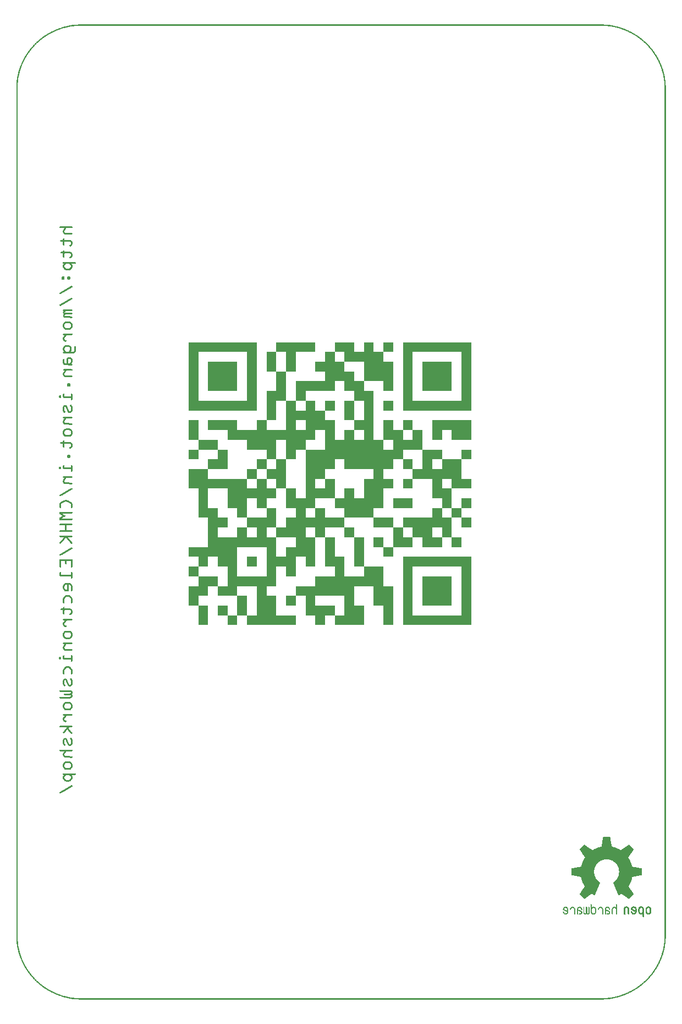
<source format=gbo>
G04 MADE WITH FRITZING*
G04 WWW.FRITZING.ORG*
G04 DOUBLE SIDED*
G04 HOLES PLATED*
G04 CONTOUR ON CENTER OF CONTOUR VECTOR*
%ASAXBY*%
%FSLAX23Y23*%
%MOIN*%
%OFA0B0*%
%SFA1.0B1.0*%
%ADD10R,0.001000X0.001000*%
%LNSILK0*%
G90*
G70*
G36*
X2757Y3982D02*
X2757Y3923D01*
X2402Y3923D01*
X2402Y3627D01*
X2343Y3627D01*
X2343Y3982D01*
X2757Y3982D01*
G37*
D02*
G36*
X2757Y3923D02*
X2757Y3627D01*
X2698Y3627D01*
X2698Y3923D01*
X2757Y3923D01*
G37*
D02*
G36*
X2757Y3627D02*
X2757Y3618D01*
X2343Y3618D01*
X2343Y3627D01*
X2757Y3627D01*
G37*
D02*
G36*
X2757Y3627D02*
X2757Y3618D01*
X2343Y3618D01*
X2343Y3627D01*
X2757Y3627D01*
G37*
D02*
G36*
X2757Y3618D02*
X2757Y3568D01*
X2343Y3568D01*
X2343Y3618D01*
X2757Y3618D01*
G37*
D02*
G36*
X2284Y3982D02*
X2284Y3923D01*
X2225Y3923D01*
X2225Y3982D01*
X2284Y3982D01*
G37*
D02*
G36*
X2166Y3982D02*
X2166Y3923D01*
X2107Y3923D01*
X2107Y3982D01*
X2166Y3982D01*
G37*
D02*
G36*
X2048Y3982D02*
X2048Y3923D01*
X1930Y3923D01*
X1930Y3982D01*
X2048Y3982D01*
G37*
D02*
G36*
X2225Y3923D02*
X2225Y3913D01*
X1989Y3913D01*
X1989Y3923D01*
X2225Y3923D01*
G37*
D02*
G36*
X2225Y3923D02*
X2225Y3913D01*
X1989Y3913D01*
X1989Y3923D01*
X2225Y3923D01*
G37*
D02*
G36*
X2225Y3913D02*
X2225Y3864D01*
X2284Y3864D01*
X2284Y3686D01*
X2225Y3686D01*
X2225Y3746D01*
X2107Y3746D01*
X2107Y3864D01*
X1989Y3864D01*
X1989Y3913D01*
X2225Y3913D01*
G37*
D02*
G36*
X1812Y3982D02*
X1812Y3923D01*
X1694Y3923D01*
X1694Y3805D01*
X1635Y3805D01*
X1635Y3923D01*
X1576Y3923D01*
X1576Y3982D01*
X1812Y3982D01*
G37*
D02*
G36*
X1458Y3982D02*
X1458Y3923D01*
X1103Y3923D01*
X1103Y3627D01*
X1044Y3627D01*
X1044Y3982D01*
X1458Y3982D01*
G37*
D02*
G36*
X1458Y3923D02*
X1458Y3627D01*
X1398Y3627D01*
X1398Y3923D01*
X1458Y3923D01*
G37*
D02*
G36*
X1458Y3627D02*
X1458Y3618D01*
X1044Y3618D01*
X1044Y3627D01*
X1458Y3627D01*
G37*
D02*
G36*
X1458Y3627D02*
X1458Y3618D01*
X1044Y3618D01*
X1044Y3627D01*
X1458Y3627D01*
G37*
D02*
G36*
X1458Y3618D02*
X1458Y3568D01*
X1044Y3568D01*
X1044Y3618D01*
X1458Y3618D01*
G37*
D02*
G36*
X1576Y3923D02*
X1576Y3805D01*
X1517Y3805D01*
X1517Y3923D01*
X1576Y3923D01*
G37*
D02*
G36*
X2639Y3864D02*
X2639Y3686D01*
X2461Y3686D01*
X2461Y3864D01*
X2639Y3864D01*
G37*
D02*
G36*
X1339Y3864D02*
X1339Y3686D01*
X1162Y3686D01*
X1162Y3864D01*
X1339Y3864D01*
G37*
D02*
G36*
X1635Y3805D02*
X1635Y3627D01*
X1576Y3627D01*
X1576Y3509D01*
X1517Y3509D01*
X1517Y3686D01*
X1576Y3686D01*
X1576Y3805D01*
X1635Y3805D01*
G37*
D02*
G36*
X2284Y3627D02*
X2284Y3568D01*
X2225Y3568D01*
X2225Y3627D01*
X2284Y3627D01*
G37*
D02*
G36*
X2048Y3627D02*
X2048Y3509D01*
X1989Y3509D01*
X1989Y3627D01*
X2048Y3627D01*
G37*
D02*
G36*
X1930Y3627D02*
X1930Y3568D01*
X1871Y3568D01*
X1871Y3627D01*
X1930Y3627D01*
G37*
D02*
G36*
X2757Y3509D02*
X2757Y3450D01*
X2580Y3450D01*
X2580Y3391D01*
X2521Y3391D01*
X2521Y3509D01*
X2757Y3509D01*
G37*
D02*
G36*
X2757Y3450D02*
X2757Y3391D01*
X2639Y3391D01*
X2639Y3450D01*
X2757Y3450D01*
G37*
D02*
G36*
X2402Y3509D02*
X2402Y3450D01*
X2343Y3450D01*
X2343Y3509D01*
X2402Y3509D01*
G37*
D02*
G36*
X1103Y3509D02*
X1103Y3391D01*
X1044Y3391D01*
X1044Y3509D01*
X1103Y3509D01*
G37*
D02*
G36*
X1221Y3391D02*
X1221Y3332D01*
X1103Y3332D01*
X1103Y3391D01*
X1221Y3391D01*
G37*
D02*
G36*
X2757Y3332D02*
X2757Y3273D01*
X2698Y3273D01*
X2698Y3332D01*
X2757Y3332D01*
G37*
D02*
G36*
X1280Y3332D02*
X1280Y3214D01*
X1162Y3214D01*
X1162Y3273D01*
X1221Y3273D01*
X1221Y3332D01*
X1280Y3332D01*
G37*
D02*
G36*
X1103Y3332D02*
X1103Y3273D01*
X1044Y3273D01*
X1044Y3332D01*
X1103Y3332D01*
G37*
D02*
G36*
X2580Y3332D02*
X2580Y3273D01*
X2521Y3273D01*
X2521Y3214D01*
X2461Y3214D01*
X2461Y3332D01*
X2580Y3332D01*
G37*
D02*
G36*
X2698Y3273D02*
X2698Y3214D01*
X2580Y3214D01*
X2580Y3273D01*
X2698Y3273D01*
G37*
D02*
G36*
X2698Y3214D02*
X2698Y3204D01*
X2402Y3204D01*
X2402Y3214D01*
X2698Y3214D01*
G37*
D02*
G36*
X2698Y3214D02*
X2698Y3204D01*
X2402Y3204D01*
X2402Y3214D01*
X2698Y3214D01*
G37*
D02*
G36*
X2698Y3204D02*
X2698Y3155D01*
X2580Y3155D01*
X2580Y3096D01*
X2521Y3096D01*
X2521Y3155D01*
X2402Y3155D01*
X2402Y3204D01*
X2698Y3204D01*
G37*
D02*
G36*
X2757Y3155D02*
X2757Y3096D01*
X2639Y3096D01*
X2639Y3155D01*
X2757Y3155D01*
G37*
D02*
G36*
X2639Y3096D02*
X2639Y2978D01*
X2580Y2978D01*
X2580Y3037D01*
X2521Y3037D01*
X2521Y3096D01*
X2639Y3096D01*
G37*
D02*
G36*
X2402Y3273D02*
X2402Y3214D01*
X2343Y3214D01*
X2343Y3273D01*
X2402Y3273D01*
G37*
D02*
G36*
X1635Y3273D02*
X1635Y3096D01*
X1576Y3096D01*
X1576Y3155D01*
X1517Y3155D01*
X1517Y3214D01*
X1576Y3214D01*
X1576Y3273D01*
X1635Y3273D01*
G37*
D02*
G36*
X1517Y3273D02*
X1517Y3214D01*
X1458Y3214D01*
X1458Y3273D01*
X1517Y3273D01*
G37*
D02*
G36*
X1458Y3214D02*
X1458Y3155D01*
X1398Y3155D01*
X1398Y3214D01*
X1458Y3214D01*
G37*
D02*
G36*
X2402Y3155D02*
X2402Y3096D01*
X2343Y3096D01*
X2343Y3155D01*
X2402Y3155D01*
G37*
D02*
G36*
X2757Y3037D02*
X2757Y2978D01*
X2698Y2978D01*
X2698Y3037D01*
X2757Y3037D01*
G37*
D02*
G36*
X2402Y3037D02*
X2402Y2978D01*
X2284Y2978D01*
X2284Y3037D01*
X2402Y3037D01*
G37*
D02*
G36*
X2698Y2978D02*
X2698Y2919D01*
X2639Y2919D01*
X2639Y2978D01*
X2698Y2978D01*
G37*
D02*
G36*
X2580Y2978D02*
X2580Y2919D01*
X2639Y2919D01*
X2639Y2860D01*
X2521Y2860D01*
X2521Y2801D01*
X2402Y2801D01*
X2402Y2860D01*
X2343Y2860D01*
X2343Y2919D01*
X2521Y2919D01*
X2521Y2978D01*
X2580Y2978D01*
G37*
D02*
G36*
X2639Y2860D02*
X2639Y2801D01*
X2580Y2801D01*
X2580Y2860D01*
X2639Y2860D01*
G37*
D02*
G36*
X2580Y2801D02*
X2580Y2742D01*
X2461Y2742D01*
X2461Y2801D01*
X2580Y2801D01*
G37*
D02*
G36*
X1930Y3923D02*
X1930Y3864D01*
X1989Y3864D01*
X1989Y3805D01*
X2048Y3805D01*
X2048Y3746D01*
X1930Y3746D01*
X1930Y3686D01*
X1753Y3686D01*
X1753Y3627D01*
X1694Y3627D01*
X1694Y3568D01*
X1635Y3568D01*
X1635Y3627D01*
X1694Y3627D01*
X1694Y3746D01*
X1871Y3746D01*
X1871Y3805D01*
X1812Y3805D01*
X1812Y3864D01*
X1871Y3864D01*
X1871Y3923D01*
X1930Y3923D01*
G37*
D02*
G36*
X2107Y3746D02*
X2107Y3686D01*
X2166Y3686D01*
X2166Y3450D01*
X2048Y3450D01*
X2048Y3391D01*
X1989Y3391D01*
X1989Y3450D01*
X2048Y3450D01*
X2048Y3509D01*
X2107Y3509D01*
X2107Y3627D01*
X2048Y3627D01*
X2048Y3686D01*
X1989Y3686D01*
X1989Y3746D01*
X2107Y3746D01*
G37*
D02*
G36*
X1812Y3627D02*
X1812Y3568D01*
X1753Y3568D01*
X1753Y3627D01*
X1812Y3627D01*
G37*
D02*
G36*
X1871Y3568D02*
X1871Y3559D01*
X1635Y3559D01*
X1635Y3568D01*
X1871Y3568D01*
G37*
D02*
G36*
X1871Y3568D02*
X1871Y3559D01*
X1635Y3559D01*
X1635Y3568D01*
X1871Y3568D01*
G37*
D02*
G36*
X1871Y3559D02*
X1871Y3509D01*
X1694Y3509D01*
X1694Y3450D01*
X1635Y3450D01*
X1635Y3559D01*
X1871Y3559D01*
G37*
D02*
G36*
X2284Y3509D02*
X2284Y3450D01*
X2343Y3450D01*
X2343Y3391D01*
X2225Y3391D01*
X2225Y3509D01*
X2284Y3509D01*
G37*
D02*
G36*
X1930Y3509D02*
X1930Y3391D01*
X1871Y3391D01*
X1871Y3450D01*
X1753Y3450D01*
X1753Y3509D01*
X1930Y3509D01*
G37*
D02*
G36*
X1517Y3509D02*
X1517Y3450D01*
X1458Y3450D01*
X1458Y3509D01*
X1517Y3509D01*
G37*
D02*
G36*
X1339Y3509D02*
X1339Y3450D01*
X1162Y3450D01*
X1162Y3509D01*
X1339Y3509D01*
G37*
D02*
G36*
X2461Y3450D02*
X2461Y3391D01*
X2402Y3391D01*
X2402Y3450D01*
X2461Y3450D01*
G37*
D02*
G36*
X2166Y3450D02*
X2166Y3391D01*
X2107Y3391D01*
X2107Y3450D01*
X2166Y3450D01*
G37*
D02*
G36*
X1812Y3450D02*
X1812Y3440D01*
X1280Y3440D01*
X1280Y3450D01*
X1812Y3450D01*
G37*
D02*
G36*
X1812Y3450D02*
X1812Y3440D01*
X1280Y3440D01*
X1280Y3450D01*
X1812Y3450D01*
G37*
D02*
G36*
X1812Y3450D02*
X1812Y3440D01*
X1280Y3440D01*
X1280Y3450D01*
X1812Y3450D01*
G37*
D02*
G36*
X1812Y3450D02*
X1812Y3440D01*
X1280Y3440D01*
X1280Y3450D01*
X1812Y3450D01*
G37*
D02*
G36*
X1812Y3440D02*
X1812Y3391D01*
X1576Y3391D01*
X1576Y3273D01*
X1517Y3273D01*
X1517Y3332D01*
X1398Y3332D01*
X1398Y3391D01*
X1280Y3391D01*
X1280Y3440D01*
X1812Y3440D01*
G37*
D02*
G36*
X2461Y3391D02*
X2461Y3381D01*
X2284Y3381D01*
X2284Y3391D01*
X2461Y3391D01*
G37*
D02*
G36*
X2461Y3391D02*
X2461Y3381D01*
X2284Y3381D01*
X2284Y3391D01*
X2461Y3391D01*
G37*
D02*
G36*
X2225Y3391D02*
X2225Y3381D01*
X1871Y3381D01*
X1871Y3391D01*
X2225Y3391D01*
G37*
D02*
G36*
X2225Y3391D02*
X2225Y3381D01*
X1871Y3381D01*
X1871Y3391D01*
X2225Y3391D01*
G37*
D02*
G36*
X2225Y3391D02*
X2225Y3381D01*
X1871Y3381D01*
X1871Y3391D01*
X2225Y3391D01*
G37*
D02*
G36*
X1753Y3391D02*
X1753Y3332D01*
X1694Y3332D01*
X1694Y3273D01*
X1635Y3273D01*
X1635Y3391D01*
X1753Y3391D01*
G37*
D02*
G36*
X2461Y3381D02*
X2461Y3332D01*
X2284Y3332D01*
X2284Y3381D01*
X2461Y3381D01*
G37*
D02*
G36*
X2225Y3381D02*
X2225Y3332D01*
X1871Y3332D01*
X1871Y3381D01*
X2225Y3381D01*
G37*
D02*
G36*
X2343Y3332D02*
X2343Y3322D01*
X1753Y3322D01*
X1753Y3332D01*
X2343Y3332D01*
G37*
D02*
G36*
X2343Y3332D02*
X2343Y3322D01*
X1753Y3322D01*
X1753Y3332D01*
X2343Y3332D01*
G37*
D02*
G36*
X2343Y3322D02*
X2343Y3273D01*
X1930Y3273D01*
X1930Y3214D01*
X1871Y3214D01*
X1871Y3155D01*
X1812Y3155D01*
X1812Y3096D01*
X1753Y3096D01*
X1753Y3322D01*
X2343Y3322D01*
G37*
D02*
G36*
X2284Y3273D02*
X2284Y3214D01*
X2225Y3214D01*
X2225Y3155D01*
X2284Y3155D01*
X2284Y3096D01*
X2225Y3096D01*
X2225Y3037D01*
X2107Y3037D01*
X2107Y3155D01*
X2166Y3155D01*
X2166Y3214D01*
X1989Y3214D01*
X1989Y3273D01*
X2284Y3273D01*
G37*
D02*
G36*
X1162Y3214D02*
X1162Y3155D01*
X1398Y3155D01*
X1398Y3096D01*
X1162Y3096D01*
X1162Y2978D01*
X1221Y2978D01*
X1221Y2919D01*
X1280Y2919D01*
X1280Y2860D01*
X1221Y2860D01*
X1221Y2801D01*
X1162Y2801D01*
X1162Y2919D01*
X1103Y2919D01*
X1103Y3096D01*
X1044Y3096D01*
X1044Y3214D01*
X1162Y3214D01*
G37*
D02*
G36*
X1930Y3155D02*
X1930Y3096D01*
X1871Y3096D01*
X1871Y3155D01*
X1930Y3155D01*
G37*
D02*
G36*
X1517Y3155D02*
X1517Y3096D01*
X1458Y3096D01*
X1458Y3155D01*
X1517Y3155D01*
G37*
D02*
G36*
X2048Y3096D02*
X2048Y3037D01*
X1989Y3037D01*
X1989Y3096D01*
X2048Y3096D01*
G37*
D02*
G36*
X1930Y3096D02*
X1930Y3086D01*
X1753Y3086D01*
X1753Y3096D01*
X1930Y3096D01*
G37*
D02*
G36*
X1930Y3096D02*
X1930Y3086D01*
X1753Y3086D01*
X1753Y3096D01*
X1930Y3096D01*
G37*
D02*
G36*
X1694Y3096D02*
X1694Y3037D01*
X1635Y3037D01*
X1635Y3096D01*
X1694Y3096D01*
G37*
D02*
G36*
X1576Y3096D02*
X1576Y3086D01*
X1280Y3086D01*
X1280Y3096D01*
X1576Y3096D01*
G37*
D02*
G36*
X1576Y3096D02*
X1576Y3086D01*
X1280Y3086D01*
X1280Y3096D01*
X1576Y3096D01*
G37*
D02*
G36*
X1930Y3086D02*
X1930Y3037D01*
X1753Y3037D01*
X1753Y3086D01*
X1930Y3086D01*
G37*
D02*
G36*
X1576Y3086D02*
X1576Y3037D01*
X1398Y3037D01*
X1398Y2919D01*
X1339Y2919D01*
X1339Y2978D01*
X1280Y2978D01*
X1280Y3086D01*
X1576Y3086D01*
G37*
D02*
G36*
X2225Y3037D02*
X2225Y3027D01*
X1930Y3027D01*
X1930Y3037D01*
X2225Y3037D01*
G37*
D02*
G36*
X2225Y3037D02*
X2225Y3027D01*
X1930Y3027D01*
X1930Y3037D01*
X2225Y3037D01*
G37*
D02*
G36*
X1812Y3037D02*
X1812Y3027D01*
X1635Y3027D01*
X1635Y3037D01*
X1812Y3037D01*
G37*
D02*
G36*
X1812Y3037D02*
X1812Y3027D01*
X1635Y3027D01*
X1635Y3037D01*
X1812Y3037D01*
G37*
D02*
G36*
X1517Y3037D02*
X1517Y2978D01*
X1576Y2978D01*
X1576Y2919D01*
X1517Y2919D01*
X1517Y2978D01*
X1458Y2978D01*
X1458Y3037D01*
X1517Y3037D01*
G37*
D02*
G36*
X2225Y3027D02*
X2225Y2978D01*
X2166Y2978D01*
X2166Y2919D01*
X1989Y2919D01*
X1989Y2978D01*
X1930Y2978D01*
X1930Y3027D01*
X2225Y3027D01*
G37*
D02*
G36*
X1812Y3027D02*
X1812Y2978D01*
X1753Y2978D01*
X1753Y2919D01*
X1694Y2919D01*
X1694Y2978D01*
X1635Y2978D01*
X1635Y3027D01*
X1812Y3027D01*
G37*
D02*
G36*
X1871Y2978D02*
X1871Y2919D01*
X1812Y2919D01*
X1812Y2978D01*
X1871Y2978D01*
G37*
D02*
G36*
X1989Y2919D02*
X1989Y2909D01*
X1635Y2909D01*
X1635Y2919D01*
X1989Y2919D01*
G37*
D02*
G36*
X1989Y2919D02*
X1989Y2909D01*
X1635Y2909D01*
X1635Y2919D01*
X1989Y2919D01*
G37*
D02*
G36*
X1576Y2919D02*
X1576Y2860D01*
X1398Y2860D01*
X1398Y2801D01*
X1339Y2801D01*
X1339Y2860D01*
X1398Y2860D01*
X1398Y2919D01*
X1576Y2919D01*
G37*
D02*
G36*
X1989Y2909D02*
X1989Y2860D01*
X1871Y2860D01*
X1871Y2801D01*
X1812Y2801D01*
X1812Y2860D01*
X1635Y2860D01*
X1635Y2909D01*
X1989Y2909D01*
G37*
D02*
G36*
X1753Y2860D02*
X1753Y2801D01*
X1576Y2801D01*
X1576Y2860D01*
X1753Y2860D01*
G37*
D02*
G36*
X1517Y2860D02*
X1517Y2801D01*
X1458Y2801D01*
X1458Y2860D01*
X1517Y2860D01*
G37*
D02*
G36*
X1812Y2801D02*
X1812Y2624D01*
X1753Y2624D01*
X1753Y2683D01*
X1635Y2683D01*
X1635Y2742D01*
X1694Y2742D01*
X1694Y2801D01*
X1812Y2801D01*
G37*
D02*
G36*
X1576Y2801D02*
X1576Y2791D01*
X1162Y2791D01*
X1162Y2801D01*
X1576Y2801D01*
G37*
D02*
G36*
X1576Y2801D02*
X1576Y2791D01*
X1162Y2791D01*
X1162Y2801D01*
X1576Y2801D01*
G37*
D02*
G36*
X1576Y2801D02*
X1576Y2791D01*
X1162Y2791D01*
X1162Y2801D01*
X1576Y2801D01*
G37*
D02*
G36*
X1576Y2791D02*
X1576Y2742D01*
X1339Y2742D01*
X1339Y2683D01*
X1162Y2683D01*
X1162Y2624D01*
X1103Y2624D01*
X1103Y2683D01*
X1044Y2683D01*
X1044Y2742D01*
X1162Y2742D01*
X1162Y2791D01*
X1576Y2791D01*
G37*
D02*
G36*
X1576Y2742D02*
X1576Y2683D01*
X1517Y2683D01*
X1517Y2742D01*
X1576Y2742D01*
G37*
D02*
G36*
X1694Y2683D02*
X1694Y2673D01*
X1517Y2673D01*
X1517Y2683D01*
X1694Y2683D01*
G37*
D02*
G36*
X1694Y2683D02*
X1694Y2673D01*
X1517Y2673D01*
X1517Y2683D01*
X1694Y2683D01*
G37*
D02*
G36*
X1339Y2683D02*
X1339Y2564D01*
X1280Y2564D01*
X1280Y2624D01*
X1221Y2624D01*
X1221Y2683D01*
X1339Y2683D01*
G37*
D02*
G36*
X1694Y2673D02*
X1694Y2624D01*
X1576Y2624D01*
X1576Y2564D01*
X1517Y2564D01*
X1517Y2673D01*
X1694Y2673D01*
G37*
D02*
G36*
X1694Y2624D02*
X1694Y2564D01*
X1635Y2564D01*
X1635Y2624D01*
X1694Y2624D01*
G37*
D02*
G36*
X1576Y2564D02*
X1576Y2555D01*
X1280Y2555D01*
X1280Y2564D01*
X1576Y2564D01*
G37*
D02*
G36*
X1576Y2564D02*
X1576Y2555D01*
X1280Y2555D01*
X1280Y2564D01*
X1576Y2564D01*
G37*
D02*
G36*
X1576Y2555D02*
X1576Y2505D01*
X1339Y2505D01*
X1339Y2446D01*
X1221Y2446D01*
X1221Y2505D01*
X1280Y2505D01*
X1280Y2555D01*
X1576Y2555D01*
G37*
D02*
G36*
X1517Y2505D02*
X1517Y2446D01*
X1576Y2446D01*
X1576Y2328D01*
X1694Y2328D01*
X1694Y2269D01*
X1398Y2269D01*
X1398Y2328D01*
X1458Y2328D01*
X1458Y2505D01*
X1517Y2505D01*
G37*
D02*
G36*
X2757Y2919D02*
X2757Y2860D01*
X2698Y2860D01*
X2698Y2919D01*
X2757Y2919D01*
G37*
D02*
G36*
X2284Y2919D02*
X2284Y2860D01*
X2166Y2860D01*
X2166Y2919D01*
X2284Y2919D01*
G37*
D02*
G36*
X2343Y2860D02*
X2343Y2801D01*
X2402Y2801D01*
X2402Y2742D01*
X2284Y2742D01*
X2284Y2860D01*
X2343Y2860D01*
G37*
D02*
G36*
X2048Y2860D02*
X2048Y2801D01*
X1989Y2801D01*
X1989Y2860D01*
X2048Y2860D01*
G37*
D02*
G36*
X2698Y2801D02*
X2698Y2742D01*
X2639Y2742D01*
X2639Y2801D01*
X2698Y2801D01*
G37*
D02*
G36*
X2225Y2801D02*
X2225Y2742D01*
X2166Y2742D01*
X2166Y2801D01*
X2225Y2801D01*
G37*
D02*
G36*
X2107Y2801D02*
X2107Y2624D01*
X2048Y2624D01*
X2048Y2801D01*
X2107Y2801D01*
G37*
D02*
G36*
X2284Y2742D02*
X2284Y2683D01*
X2225Y2683D01*
X2225Y2742D01*
X2284Y2742D01*
G37*
D02*
G36*
X2757Y2683D02*
X2757Y2624D01*
X2402Y2624D01*
X2402Y2328D01*
X2343Y2328D01*
X2343Y2683D01*
X2757Y2683D01*
G37*
D02*
G36*
X2757Y2624D02*
X2757Y2328D01*
X2698Y2328D01*
X2698Y2624D01*
X2757Y2624D01*
G37*
D02*
G36*
X2757Y2328D02*
X2757Y2318D01*
X2343Y2318D01*
X2343Y2328D01*
X2757Y2328D01*
G37*
D02*
G36*
X2757Y2328D02*
X2757Y2318D01*
X2343Y2318D01*
X2343Y2328D01*
X2757Y2328D01*
G37*
D02*
G36*
X2757Y2318D02*
X2757Y2269D01*
X2343Y2269D01*
X2343Y2318D01*
X2757Y2318D01*
G37*
D02*
G36*
X1458Y2683D02*
X1458Y2624D01*
X1398Y2624D01*
X1398Y2683D01*
X1458Y2683D01*
G37*
D02*
G36*
X1930Y2801D02*
X1930Y2683D01*
X1989Y2683D01*
X1989Y2564D01*
X1930Y2564D01*
X1930Y2624D01*
X1871Y2624D01*
X1871Y2801D01*
X1930Y2801D01*
G37*
D02*
G36*
X2225Y2624D02*
X2225Y2564D01*
X2107Y2564D01*
X2107Y2624D01*
X2225Y2624D01*
G37*
D02*
G36*
X2225Y2564D02*
X2225Y2555D01*
X1812Y2555D01*
X1812Y2564D01*
X2225Y2564D01*
G37*
D02*
G36*
X2225Y2564D02*
X2225Y2555D01*
X1812Y2555D01*
X1812Y2564D01*
X2225Y2564D01*
G37*
D02*
G36*
X2225Y2555D02*
X2225Y2505D01*
X2048Y2505D01*
X2048Y2446D01*
X1812Y2446D01*
X1812Y2387D01*
X1930Y2387D01*
X1930Y2328D01*
X1871Y2328D01*
X1871Y2269D01*
X1812Y2269D01*
X1812Y2328D01*
X1753Y2328D01*
X1753Y2446D01*
X1694Y2446D01*
X1694Y2505D01*
X1812Y2505D01*
X1812Y2555D01*
X2225Y2555D01*
G37*
D02*
G36*
X2284Y2505D02*
X2284Y2269D01*
X2225Y2269D01*
X2225Y2387D01*
X2166Y2387D01*
X2166Y2505D01*
X2284Y2505D01*
G37*
D02*
G36*
X2048Y2446D02*
X2048Y2387D01*
X2107Y2387D01*
X2107Y2328D01*
X1989Y2328D01*
X1989Y2446D01*
X2048Y2446D01*
G37*
D02*
G36*
X2107Y2328D02*
X2107Y2269D01*
X1930Y2269D01*
X1930Y2328D01*
X2107Y2328D01*
G37*
D02*
G36*
X1103Y2624D02*
X1103Y2564D01*
X1044Y2564D01*
X1044Y2624D01*
X1103Y2624D01*
G37*
D02*
G36*
X2639Y2564D02*
X2639Y2387D01*
X2461Y2387D01*
X2461Y2564D01*
X2639Y2564D01*
G37*
D02*
G36*
X1221Y2564D02*
X1221Y2505D01*
X1162Y2505D01*
X1162Y2446D01*
X1103Y2446D01*
X1103Y2387D01*
X1044Y2387D01*
X1044Y2505D01*
X1103Y2505D01*
X1103Y2564D01*
X1221Y2564D01*
G37*
D02*
G36*
X1694Y2446D02*
X1694Y2387D01*
X1635Y2387D01*
X1635Y2446D01*
X1694Y2446D01*
G37*
D02*
G36*
X1398Y2446D02*
X1398Y2328D01*
X1339Y2328D01*
X1339Y2446D01*
X1398Y2446D01*
G37*
D02*
G36*
X1280Y2387D02*
X1280Y2328D01*
X1221Y2328D01*
X1221Y2387D01*
X1280Y2387D01*
G37*
D02*
G36*
X1162Y2387D02*
X1162Y2269D01*
X1103Y2269D01*
X1103Y2387D01*
X1162Y2387D01*
G37*
D02*
G36*
X1339Y2328D02*
X1339Y2269D01*
X1280Y2269D01*
X1280Y2328D01*
X1339Y2328D01*
G37*
D02*
G54D10*
X376Y5906D02*
X3560Y5906D01*
X362Y5905D02*
X3574Y5905D01*
X352Y5904D02*
X3584Y5904D01*
X344Y5903D02*
X3592Y5903D01*
X336Y5902D02*
X3600Y5902D01*
X330Y5901D02*
X3606Y5901D01*
X324Y5900D02*
X3612Y5900D01*
X319Y5899D02*
X3617Y5899D01*
X314Y5898D02*
X376Y5898D01*
X3560Y5898D02*
X3622Y5898D01*
X309Y5897D02*
X361Y5897D01*
X3575Y5897D02*
X3627Y5897D01*
X305Y5896D02*
X351Y5896D01*
X3585Y5896D02*
X3631Y5896D01*
X301Y5895D02*
X343Y5895D01*
X3593Y5895D02*
X3635Y5895D01*
X297Y5894D02*
X336Y5894D01*
X3600Y5894D02*
X3639Y5894D01*
X293Y5893D02*
X329Y5893D01*
X3607Y5893D02*
X3643Y5893D01*
X289Y5892D02*
X324Y5892D01*
X3612Y5892D02*
X3647Y5892D01*
X286Y5891D02*
X318Y5891D01*
X3618Y5891D02*
X3650Y5891D01*
X282Y5890D02*
X313Y5890D01*
X3623Y5890D02*
X3654Y5890D01*
X279Y5889D02*
X309Y5889D01*
X3627Y5889D02*
X3657Y5889D01*
X276Y5888D02*
X304Y5888D01*
X3632Y5888D02*
X3660Y5888D01*
X273Y5887D02*
X300Y5887D01*
X3636Y5887D02*
X3663Y5887D01*
X270Y5886D02*
X296Y5886D01*
X3640Y5886D02*
X3666Y5886D01*
X267Y5885D02*
X292Y5885D01*
X3644Y5885D02*
X3669Y5885D01*
X264Y5884D02*
X289Y5884D01*
X3647Y5884D02*
X3672Y5884D01*
X261Y5883D02*
X285Y5883D01*
X3651Y5883D02*
X3675Y5883D01*
X258Y5882D02*
X282Y5882D01*
X3654Y5882D02*
X3678Y5882D01*
X256Y5881D02*
X279Y5881D01*
X3657Y5881D02*
X3680Y5881D01*
X253Y5880D02*
X275Y5880D01*
X3661Y5880D02*
X3683Y5880D01*
X250Y5879D02*
X272Y5879D01*
X3664Y5879D02*
X3686Y5879D01*
X248Y5878D02*
X269Y5878D01*
X3667Y5878D02*
X3688Y5878D01*
X245Y5877D02*
X266Y5877D01*
X3670Y5877D02*
X3691Y5877D01*
X243Y5876D02*
X263Y5876D01*
X3673Y5876D02*
X3693Y5876D01*
X240Y5875D02*
X261Y5875D01*
X3675Y5875D02*
X3696Y5875D01*
X238Y5874D02*
X258Y5874D01*
X3678Y5874D02*
X3698Y5874D01*
X236Y5873D02*
X255Y5873D01*
X3681Y5873D02*
X3700Y5873D01*
X234Y5872D02*
X253Y5872D01*
X3683Y5872D02*
X3702Y5872D01*
X231Y5871D02*
X250Y5871D01*
X3686Y5871D02*
X3705Y5871D01*
X229Y5870D02*
X247Y5870D01*
X3689Y5870D02*
X3707Y5870D01*
X227Y5869D02*
X245Y5869D01*
X3691Y5869D02*
X3709Y5869D01*
X225Y5868D02*
X242Y5868D01*
X3693Y5868D02*
X3711Y5868D01*
X223Y5867D02*
X240Y5867D01*
X3696Y5867D02*
X3713Y5867D01*
X221Y5866D02*
X238Y5866D01*
X3698Y5866D02*
X3715Y5866D01*
X219Y5865D02*
X236Y5865D01*
X3700Y5865D02*
X3717Y5865D01*
X217Y5864D02*
X233Y5864D01*
X3703Y5864D02*
X3719Y5864D01*
X215Y5863D02*
X231Y5863D01*
X3705Y5863D02*
X3721Y5863D01*
X213Y5862D02*
X229Y5862D01*
X3707Y5862D02*
X3723Y5862D01*
X211Y5861D02*
X227Y5861D01*
X3709Y5861D02*
X3725Y5861D01*
X209Y5860D02*
X225Y5860D01*
X3711Y5860D02*
X3727Y5860D01*
X207Y5859D02*
X223Y5859D01*
X3713Y5859D02*
X3729Y5859D01*
X205Y5858D02*
X221Y5858D01*
X3715Y5858D02*
X3731Y5858D01*
X203Y5857D02*
X219Y5857D01*
X3717Y5857D02*
X3733Y5857D01*
X201Y5856D02*
X217Y5856D01*
X3719Y5856D02*
X3735Y5856D01*
X200Y5855D02*
X215Y5855D01*
X3721Y5855D02*
X3736Y5855D01*
X198Y5854D02*
X213Y5854D01*
X3723Y5854D02*
X3738Y5854D01*
X196Y5853D02*
X211Y5853D01*
X3725Y5853D02*
X3740Y5853D01*
X194Y5852D02*
X209Y5852D01*
X3727Y5852D02*
X3742Y5852D01*
X193Y5851D02*
X207Y5851D01*
X3729Y5851D02*
X3743Y5851D01*
X191Y5850D02*
X205Y5850D01*
X3731Y5850D02*
X3745Y5850D01*
X189Y5849D02*
X203Y5849D01*
X3733Y5849D02*
X3747Y5849D01*
X188Y5848D02*
X202Y5848D01*
X3734Y5848D02*
X3748Y5848D01*
X186Y5847D02*
X200Y5847D01*
X3736Y5847D02*
X3750Y5847D01*
X184Y5846D02*
X198Y5846D01*
X3738Y5846D02*
X3752Y5846D01*
X183Y5845D02*
X196Y5845D01*
X3740Y5845D02*
X3753Y5845D01*
X181Y5844D02*
X194Y5844D01*
X3742Y5844D02*
X3755Y5844D01*
X180Y5843D02*
X193Y5843D01*
X3743Y5843D02*
X3756Y5843D01*
X178Y5842D02*
X191Y5842D01*
X3745Y5842D02*
X3758Y5842D01*
X176Y5841D02*
X190Y5841D01*
X3746Y5841D02*
X3760Y5841D01*
X175Y5840D02*
X188Y5840D01*
X3748Y5840D02*
X3761Y5840D01*
X173Y5839D02*
X186Y5839D01*
X3750Y5839D02*
X3763Y5839D01*
X172Y5838D02*
X185Y5838D01*
X3751Y5838D02*
X3764Y5838D01*
X171Y5837D02*
X183Y5837D01*
X3753Y5837D02*
X3765Y5837D01*
X169Y5836D02*
X182Y5836D01*
X3754Y5836D02*
X3767Y5836D01*
X168Y5835D02*
X180Y5835D01*
X3756Y5835D02*
X3768Y5835D01*
X166Y5834D02*
X178Y5834D01*
X3758Y5834D02*
X3770Y5834D01*
X165Y5833D02*
X177Y5833D01*
X3759Y5833D02*
X3771Y5833D01*
X163Y5832D02*
X176Y5832D01*
X3760Y5832D02*
X3773Y5832D01*
X162Y5831D02*
X174Y5831D01*
X3762Y5831D02*
X3774Y5831D01*
X161Y5830D02*
X173Y5830D01*
X3763Y5830D02*
X3775Y5830D01*
X159Y5829D02*
X171Y5829D01*
X3765Y5829D02*
X3777Y5829D01*
X158Y5828D02*
X170Y5828D01*
X3766Y5828D02*
X3778Y5828D01*
X157Y5827D02*
X168Y5827D01*
X3768Y5827D02*
X3779Y5827D01*
X155Y5826D02*
X167Y5826D01*
X3769Y5826D02*
X3781Y5826D01*
X154Y5825D02*
X165Y5825D01*
X3771Y5825D02*
X3782Y5825D01*
X153Y5824D02*
X164Y5824D01*
X3772Y5824D02*
X3783Y5824D01*
X151Y5823D02*
X163Y5823D01*
X3773Y5823D02*
X3785Y5823D01*
X150Y5822D02*
X161Y5822D01*
X3775Y5822D02*
X3786Y5822D01*
X149Y5821D02*
X160Y5821D01*
X3776Y5821D02*
X3787Y5821D01*
X147Y5820D02*
X159Y5820D01*
X3777Y5820D02*
X3789Y5820D01*
X146Y5819D02*
X157Y5819D01*
X3779Y5819D02*
X3790Y5819D01*
X145Y5818D02*
X156Y5818D01*
X3780Y5818D02*
X3791Y5818D01*
X144Y5817D02*
X155Y5817D01*
X3781Y5817D02*
X3792Y5817D01*
X142Y5816D02*
X153Y5816D01*
X3783Y5816D02*
X3794Y5816D01*
X141Y5815D02*
X152Y5815D01*
X3784Y5815D02*
X3795Y5815D01*
X140Y5814D02*
X151Y5814D01*
X3785Y5814D02*
X3796Y5814D01*
X139Y5813D02*
X150Y5813D01*
X3786Y5813D02*
X3797Y5813D01*
X138Y5812D02*
X148Y5812D01*
X3788Y5812D02*
X3798Y5812D01*
X137Y5811D02*
X147Y5811D01*
X3789Y5811D02*
X3799Y5811D01*
X135Y5810D02*
X146Y5810D01*
X3790Y5810D02*
X3801Y5810D01*
X134Y5809D02*
X145Y5809D01*
X3791Y5809D02*
X3802Y5809D01*
X133Y5808D02*
X143Y5808D01*
X3793Y5808D02*
X3803Y5808D01*
X132Y5807D02*
X142Y5807D01*
X3794Y5807D02*
X3804Y5807D01*
X131Y5806D02*
X141Y5806D01*
X3795Y5806D02*
X3805Y5806D01*
X129Y5805D02*
X140Y5805D01*
X3796Y5805D02*
X3806Y5805D01*
X128Y5804D02*
X139Y5804D01*
X3797Y5804D02*
X3808Y5804D01*
X127Y5803D02*
X138Y5803D01*
X3798Y5803D02*
X3809Y5803D01*
X126Y5802D02*
X136Y5802D01*
X3800Y5802D02*
X3810Y5802D01*
X125Y5801D02*
X135Y5801D01*
X3801Y5801D02*
X3811Y5801D01*
X124Y5800D02*
X134Y5800D01*
X3802Y5800D02*
X3812Y5800D01*
X123Y5799D02*
X133Y5799D01*
X3803Y5799D02*
X3813Y5799D01*
X122Y5798D02*
X132Y5798D01*
X3804Y5798D02*
X3814Y5798D01*
X121Y5797D02*
X131Y5797D01*
X3805Y5797D02*
X3815Y5797D01*
X120Y5796D02*
X130Y5796D01*
X3806Y5796D02*
X3816Y5796D01*
X119Y5795D02*
X129Y5795D01*
X3807Y5795D02*
X3817Y5795D01*
X118Y5794D02*
X128Y5794D01*
X3808Y5794D02*
X3818Y5794D01*
X117Y5793D02*
X126Y5793D01*
X3810Y5793D02*
X3819Y5793D01*
X116Y5792D02*
X125Y5792D01*
X3811Y5792D02*
X3820Y5792D01*
X115Y5791D02*
X124Y5791D01*
X3812Y5791D02*
X3821Y5791D01*
X114Y5790D02*
X123Y5790D01*
X3813Y5790D02*
X3822Y5790D01*
X113Y5789D02*
X122Y5789D01*
X3814Y5789D02*
X3823Y5789D01*
X112Y5788D02*
X121Y5788D01*
X3815Y5788D02*
X3824Y5788D01*
X111Y5787D02*
X120Y5787D01*
X3816Y5787D02*
X3825Y5787D01*
X110Y5786D02*
X119Y5786D01*
X3817Y5786D02*
X3826Y5786D01*
X109Y5785D02*
X118Y5785D01*
X3818Y5785D02*
X3827Y5785D01*
X108Y5784D02*
X117Y5784D01*
X3819Y5784D02*
X3828Y5784D01*
X107Y5783D02*
X116Y5783D01*
X3820Y5783D02*
X3829Y5783D01*
X106Y5782D02*
X115Y5782D01*
X3821Y5782D02*
X3830Y5782D01*
X105Y5781D02*
X114Y5781D01*
X3822Y5781D02*
X3831Y5781D01*
X104Y5780D02*
X113Y5780D01*
X3823Y5780D02*
X3832Y5780D01*
X103Y5779D02*
X112Y5779D01*
X3824Y5779D02*
X3833Y5779D01*
X102Y5778D02*
X111Y5778D01*
X3825Y5778D02*
X3834Y5778D01*
X101Y5777D02*
X110Y5777D01*
X3826Y5777D02*
X3835Y5777D01*
X100Y5776D02*
X109Y5776D01*
X3827Y5776D02*
X3836Y5776D01*
X99Y5775D02*
X108Y5775D01*
X3828Y5775D02*
X3837Y5775D01*
X98Y5774D02*
X107Y5774D01*
X3829Y5774D02*
X3837Y5774D01*
X98Y5773D02*
X107Y5773D01*
X3829Y5773D02*
X3838Y5773D01*
X97Y5772D02*
X106Y5772D01*
X3830Y5772D02*
X3839Y5772D01*
X96Y5771D02*
X105Y5771D01*
X3831Y5771D02*
X3840Y5771D01*
X95Y5770D02*
X104Y5770D01*
X3832Y5770D02*
X3841Y5770D01*
X94Y5769D02*
X103Y5769D01*
X3833Y5769D02*
X3842Y5769D01*
X93Y5768D02*
X102Y5768D01*
X3834Y5768D02*
X3843Y5768D01*
X92Y5767D02*
X101Y5767D01*
X3835Y5767D02*
X3844Y5767D01*
X91Y5766D02*
X100Y5766D01*
X3836Y5766D02*
X3845Y5766D01*
X91Y5765D02*
X99Y5765D01*
X3837Y5765D02*
X3845Y5765D01*
X90Y5764D02*
X99Y5764D01*
X3837Y5764D02*
X3846Y5764D01*
X89Y5763D02*
X98Y5763D01*
X3838Y5763D02*
X3847Y5763D01*
X88Y5762D02*
X97Y5762D01*
X3839Y5762D02*
X3848Y5762D01*
X87Y5761D02*
X96Y5761D01*
X3840Y5761D02*
X3849Y5761D01*
X87Y5760D02*
X95Y5760D01*
X3841Y5760D02*
X3849Y5760D01*
X86Y5759D02*
X94Y5759D01*
X3842Y5759D02*
X3850Y5759D01*
X85Y5758D02*
X93Y5758D01*
X3843Y5758D02*
X3851Y5758D01*
X84Y5757D02*
X93Y5757D01*
X3843Y5757D02*
X3852Y5757D01*
X83Y5756D02*
X92Y5756D01*
X3844Y5756D02*
X3853Y5756D01*
X82Y5755D02*
X91Y5755D01*
X3845Y5755D02*
X3854Y5755D01*
X82Y5754D02*
X90Y5754D01*
X3846Y5754D02*
X3854Y5754D01*
X81Y5753D02*
X89Y5753D01*
X3847Y5753D02*
X3855Y5753D01*
X80Y5752D02*
X89Y5752D01*
X3847Y5752D02*
X3856Y5752D01*
X79Y5751D02*
X88Y5751D01*
X3848Y5751D02*
X3857Y5751D01*
X78Y5750D02*
X87Y5750D01*
X3849Y5750D02*
X3857Y5750D01*
X78Y5749D02*
X86Y5749D01*
X3850Y5749D02*
X3858Y5749D01*
X77Y5748D02*
X85Y5748D01*
X3851Y5748D02*
X3859Y5748D01*
X76Y5747D02*
X85Y5747D01*
X3851Y5747D02*
X3860Y5747D01*
X76Y5746D02*
X84Y5746D01*
X3852Y5746D02*
X3860Y5746D01*
X75Y5745D02*
X83Y5745D01*
X3853Y5745D02*
X3861Y5745D01*
X74Y5744D02*
X82Y5744D01*
X3854Y5744D02*
X3862Y5744D01*
X73Y5743D02*
X82Y5743D01*
X3854Y5743D02*
X3863Y5743D01*
X73Y5742D02*
X81Y5742D01*
X3855Y5742D02*
X3863Y5742D01*
X72Y5741D02*
X80Y5741D01*
X3856Y5741D02*
X3864Y5741D01*
X71Y5740D02*
X79Y5740D01*
X3857Y5740D02*
X3865Y5740D01*
X70Y5739D02*
X79Y5739D01*
X3857Y5739D02*
X3866Y5739D01*
X70Y5738D02*
X78Y5738D01*
X3858Y5738D02*
X3866Y5738D01*
X69Y5737D02*
X77Y5737D01*
X3859Y5737D02*
X3867Y5737D01*
X68Y5736D02*
X77Y5736D01*
X3859Y5736D02*
X3868Y5736D01*
X68Y5735D02*
X76Y5735D01*
X3860Y5735D02*
X3868Y5735D01*
X67Y5734D02*
X75Y5734D01*
X3861Y5734D02*
X3869Y5734D01*
X66Y5733D02*
X74Y5733D01*
X3862Y5733D02*
X3870Y5733D01*
X66Y5732D02*
X74Y5732D01*
X3862Y5732D02*
X3870Y5732D01*
X65Y5731D02*
X73Y5731D01*
X3863Y5731D02*
X3871Y5731D01*
X64Y5730D02*
X72Y5730D01*
X3864Y5730D02*
X3872Y5730D01*
X64Y5729D02*
X72Y5729D01*
X3864Y5729D02*
X3872Y5729D01*
X63Y5728D02*
X71Y5728D01*
X3865Y5728D02*
X3873Y5728D01*
X62Y5727D02*
X70Y5727D01*
X3866Y5727D02*
X3874Y5727D01*
X62Y5726D02*
X70Y5726D01*
X3866Y5726D02*
X3874Y5726D01*
X61Y5725D02*
X69Y5725D01*
X3867Y5725D02*
X3875Y5725D01*
X60Y5724D02*
X68Y5724D01*
X3868Y5724D02*
X3876Y5724D01*
X60Y5723D02*
X68Y5723D01*
X3868Y5723D02*
X3876Y5723D01*
X59Y5722D02*
X67Y5722D01*
X3869Y5722D02*
X3877Y5722D01*
X58Y5721D02*
X66Y5721D01*
X3870Y5721D02*
X3878Y5721D01*
X58Y5720D02*
X66Y5720D01*
X3870Y5720D02*
X3878Y5720D01*
X57Y5719D02*
X65Y5719D01*
X3871Y5719D02*
X3879Y5719D01*
X57Y5718D02*
X64Y5718D01*
X3872Y5718D02*
X3879Y5718D01*
X56Y5717D02*
X64Y5717D01*
X3872Y5717D02*
X3880Y5717D01*
X55Y5716D02*
X63Y5716D01*
X3873Y5716D02*
X3881Y5716D01*
X55Y5715D02*
X62Y5715D01*
X3873Y5715D02*
X3881Y5715D01*
X54Y5714D02*
X62Y5714D01*
X3874Y5714D02*
X3882Y5714D01*
X54Y5713D02*
X61Y5713D01*
X3875Y5713D02*
X3882Y5713D01*
X53Y5712D02*
X61Y5712D01*
X3875Y5712D02*
X3883Y5712D01*
X52Y5711D02*
X60Y5711D01*
X3876Y5711D02*
X3884Y5711D01*
X52Y5710D02*
X60Y5710D01*
X3876Y5710D02*
X3884Y5710D01*
X51Y5709D02*
X59Y5709D01*
X3877Y5709D02*
X3885Y5709D01*
X51Y5708D02*
X58Y5708D01*
X3878Y5708D02*
X3885Y5708D01*
X50Y5707D02*
X58Y5707D01*
X3878Y5707D02*
X3886Y5707D01*
X49Y5706D02*
X57Y5706D01*
X3879Y5706D02*
X3887Y5706D01*
X49Y5705D02*
X57Y5705D01*
X3879Y5705D02*
X3887Y5705D01*
X48Y5704D02*
X56Y5704D01*
X3880Y5704D02*
X3888Y5704D01*
X48Y5703D02*
X55Y5703D01*
X3881Y5703D02*
X3888Y5703D01*
X47Y5702D02*
X55Y5702D01*
X3881Y5702D02*
X3889Y5702D01*
X47Y5701D02*
X54Y5701D01*
X3882Y5701D02*
X3889Y5701D01*
X46Y5700D02*
X54Y5700D01*
X3882Y5700D02*
X3890Y5700D01*
X46Y5699D02*
X53Y5699D01*
X3883Y5699D02*
X3890Y5699D01*
X45Y5698D02*
X53Y5698D01*
X3883Y5698D02*
X3891Y5698D01*
X45Y5697D02*
X52Y5697D01*
X3884Y5697D02*
X3891Y5697D01*
X44Y5696D02*
X52Y5696D01*
X3884Y5696D02*
X3892Y5696D01*
X43Y5695D02*
X51Y5695D01*
X3885Y5695D02*
X3892Y5695D01*
X43Y5694D02*
X51Y5694D01*
X3885Y5694D02*
X3893Y5694D01*
X42Y5693D02*
X50Y5693D01*
X3886Y5693D02*
X3894Y5693D01*
X42Y5692D02*
X50Y5692D01*
X3886Y5692D02*
X3894Y5692D01*
X41Y5691D02*
X49Y5691D01*
X3887Y5691D02*
X3895Y5691D01*
X41Y5690D02*
X48Y5690D01*
X3888Y5690D02*
X3895Y5690D01*
X40Y5689D02*
X48Y5689D01*
X3888Y5689D02*
X3896Y5689D01*
X40Y5688D02*
X47Y5688D01*
X3889Y5688D02*
X3896Y5688D01*
X39Y5687D02*
X47Y5687D01*
X3889Y5687D02*
X3897Y5687D01*
X39Y5686D02*
X46Y5686D01*
X3890Y5686D02*
X3897Y5686D01*
X38Y5685D02*
X46Y5685D01*
X3890Y5685D02*
X3898Y5685D01*
X38Y5684D02*
X45Y5684D01*
X3891Y5684D02*
X3898Y5684D01*
X37Y5683D02*
X45Y5683D01*
X3891Y5683D02*
X3899Y5683D01*
X37Y5682D02*
X44Y5682D01*
X3892Y5682D02*
X3899Y5682D01*
X36Y5681D02*
X44Y5681D01*
X3892Y5681D02*
X3899Y5681D01*
X36Y5680D02*
X43Y5680D01*
X3893Y5680D02*
X3900Y5680D01*
X36Y5679D02*
X43Y5679D01*
X3893Y5679D02*
X3900Y5679D01*
X35Y5678D02*
X43Y5678D01*
X3893Y5678D02*
X3901Y5678D01*
X35Y5677D02*
X42Y5677D01*
X3894Y5677D02*
X3901Y5677D01*
X34Y5676D02*
X42Y5676D01*
X3894Y5676D02*
X3902Y5676D01*
X34Y5675D02*
X41Y5675D01*
X3895Y5675D02*
X3902Y5675D01*
X33Y5674D02*
X41Y5674D01*
X3895Y5674D02*
X3903Y5674D01*
X33Y5673D02*
X40Y5673D01*
X3896Y5673D02*
X3903Y5673D01*
X32Y5672D02*
X40Y5672D01*
X3896Y5672D02*
X3904Y5672D01*
X32Y5671D02*
X39Y5671D01*
X3897Y5671D02*
X3904Y5671D01*
X31Y5670D02*
X39Y5670D01*
X3897Y5670D02*
X3905Y5670D01*
X31Y5669D02*
X38Y5669D01*
X3898Y5669D02*
X3905Y5669D01*
X31Y5668D02*
X38Y5668D01*
X3898Y5668D02*
X3905Y5668D01*
X30Y5667D02*
X37Y5667D01*
X3899Y5667D02*
X3906Y5667D01*
X30Y5666D02*
X37Y5666D01*
X3899Y5666D02*
X3906Y5666D01*
X29Y5665D02*
X37Y5665D01*
X3899Y5665D02*
X3907Y5665D01*
X29Y5664D02*
X36Y5664D01*
X3900Y5664D02*
X3907Y5664D01*
X29Y5663D02*
X36Y5663D01*
X3900Y5663D02*
X3907Y5663D01*
X28Y5662D02*
X35Y5662D01*
X3901Y5662D02*
X3908Y5662D01*
X28Y5661D02*
X35Y5661D01*
X3901Y5661D02*
X3908Y5661D01*
X27Y5660D02*
X35Y5660D01*
X3901Y5660D02*
X3909Y5660D01*
X27Y5659D02*
X34Y5659D01*
X3902Y5659D02*
X3909Y5659D01*
X27Y5658D02*
X34Y5658D01*
X3902Y5658D02*
X3909Y5658D01*
X26Y5657D02*
X33Y5657D01*
X3903Y5657D02*
X3910Y5657D01*
X26Y5656D02*
X33Y5656D01*
X3903Y5656D02*
X3910Y5656D01*
X25Y5655D02*
X33Y5655D01*
X3903Y5655D02*
X3911Y5655D01*
X25Y5654D02*
X32Y5654D01*
X3904Y5654D02*
X3911Y5654D01*
X24Y5653D02*
X32Y5653D01*
X3904Y5653D02*
X3912Y5653D01*
X24Y5652D02*
X31Y5652D01*
X3905Y5652D02*
X3912Y5652D01*
X24Y5651D02*
X31Y5651D01*
X3905Y5651D02*
X3912Y5651D01*
X23Y5650D02*
X31Y5650D01*
X3905Y5650D02*
X3913Y5650D01*
X23Y5649D02*
X30Y5649D01*
X3906Y5649D02*
X3913Y5649D01*
X23Y5648D02*
X30Y5648D01*
X3906Y5648D02*
X3913Y5648D01*
X22Y5647D02*
X30Y5647D01*
X3906Y5647D02*
X3914Y5647D01*
X22Y5646D02*
X29Y5646D01*
X3907Y5646D02*
X3914Y5646D01*
X22Y5645D02*
X29Y5645D01*
X3907Y5645D02*
X3914Y5645D01*
X21Y5644D02*
X29Y5644D01*
X3907Y5644D02*
X3915Y5644D01*
X21Y5643D02*
X28Y5643D01*
X3908Y5643D02*
X3915Y5643D01*
X20Y5642D02*
X28Y5642D01*
X3908Y5642D02*
X3915Y5642D01*
X20Y5641D02*
X27Y5641D01*
X3909Y5641D02*
X3916Y5641D01*
X20Y5640D02*
X27Y5640D01*
X3909Y5640D02*
X3916Y5640D01*
X19Y5639D02*
X27Y5639D01*
X3909Y5639D02*
X3916Y5639D01*
X19Y5638D02*
X26Y5638D01*
X3910Y5638D02*
X3917Y5638D01*
X19Y5637D02*
X26Y5637D01*
X3910Y5637D02*
X3917Y5637D01*
X18Y5636D02*
X26Y5636D01*
X3910Y5636D02*
X3917Y5636D01*
X18Y5635D02*
X25Y5635D01*
X3911Y5635D02*
X3918Y5635D01*
X18Y5634D02*
X25Y5634D01*
X3911Y5634D02*
X3918Y5634D01*
X18Y5633D02*
X25Y5633D01*
X3911Y5633D02*
X3918Y5633D01*
X17Y5632D02*
X24Y5632D01*
X3912Y5632D02*
X3919Y5632D01*
X17Y5631D02*
X24Y5631D01*
X3912Y5631D02*
X3919Y5631D01*
X17Y5630D02*
X24Y5630D01*
X3912Y5630D02*
X3919Y5630D01*
X16Y5629D02*
X23Y5629D01*
X3913Y5629D02*
X3920Y5629D01*
X16Y5628D02*
X23Y5628D01*
X3913Y5628D02*
X3920Y5628D01*
X16Y5627D02*
X23Y5627D01*
X3913Y5627D02*
X3920Y5627D01*
X15Y5626D02*
X23Y5626D01*
X3913Y5626D02*
X3921Y5626D01*
X15Y5625D02*
X22Y5625D01*
X3914Y5625D02*
X3921Y5625D01*
X15Y5624D02*
X22Y5624D01*
X3914Y5624D02*
X3921Y5624D01*
X15Y5623D02*
X22Y5623D01*
X3914Y5623D02*
X3921Y5623D01*
X14Y5622D02*
X21Y5622D01*
X3915Y5622D02*
X3922Y5622D01*
X14Y5621D02*
X21Y5621D01*
X3915Y5621D02*
X3922Y5621D01*
X14Y5620D02*
X21Y5620D01*
X3915Y5620D02*
X3922Y5620D01*
X13Y5619D02*
X21Y5619D01*
X3915Y5619D02*
X3923Y5619D01*
X13Y5618D02*
X20Y5618D01*
X3916Y5618D02*
X3923Y5618D01*
X13Y5617D02*
X20Y5617D01*
X3916Y5617D02*
X3923Y5617D01*
X13Y5616D02*
X20Y5616D01*
X3916Y5616D02*
X3923Y5616D01*
X12Y5615D02*
X19Y5615D01*
X3917Y5615D02*
X3924Y5615D01*
X12Y5614D02*
X19Y5614D01*
X3917Y5614D02*
X3924Y5614D01*
X12Y5613D02*
X19Y5613D01*
X3917Y5613D02*
X3924Y5613D01*
X12Y5612D02*
X19Y5612D01*
X3917Y5612D02*
X3924Y5612D01*
X11Y5611D02*
X18Y5611D01*
X3918Y5611D02*
X3925Y5611D01*
X11Y5610D02*
X18Y5610D01*
X3918Y5610D02*
X3925Y5610D01*
X11Y5609D02*
X18Y5609D01*
X3918Y5609D02*
X3925Y5609D01*
X11Y5608D02*
X18Y5608D01*
X3918Y5608D02*
X3925Y5608D01*
X10Y5607D02*
X17Y5607D01*
X3919Y5607D02*
X3926Y5607D01*
X10Y5606D02*
X17Y5606D01*
X3919Y5606D02*
X3926Y5606D01*
X10Y5605D02*
X17Y5605D01*
X3919Y5605D02*
X3926Y5605D01*
X10Y5604D02*
X17Y5604D01*
X3919Y5604D02*
X3926Y5604D01*
X9Y5603D02*
X16Y5603D01*
X3920Y5603D02*
X3927Y5603D01*
X9Y5602D02*
X16Y5602D01*
X3920Y5602D02*
X3927Y5602D01*
X9Y5601D02*
X16Y5601D01*
X3920Y5601D02*
X3927Y5601D01*
X9Y5600D02*
X16Y5600D01*
X3920Y5600D02*
X3927Y5600D01*
X8Y5599D02*
X16Y5599D01*
X3920Y5599D02*
X3927Y5599D01*
X8Y5598D02*
X15Y5598D01*
X3921Y5598D02*
X3928Y5598D01*
X8Y5597D02*
X15Y5597D01*
X3921Y5597D02*
X3928Y5597D01*
X8Y5596D02*
X15Y5596D01*
X3921Y5596D02*
X3928Y5596D01*
X8Y5595D02*
X15Y5595D01*
X3921Y5595D02*
X3928Y5595D01*
X7Y5594D02*
X15Y5594D01*
X3921Y5594D02*
X3929Y5594D01*
X7Y5593D02*
X14Y5593D01*
X3922Y5593D02*
X3929Y5593D01*
X7Y5592D02*
X14Y5592D01*
X3922Y5592D02*
X3929Y5592D01*
X7Y5591D02*
X14Y5591D01*
X3922Y5591D02*
X3929Y5591D01*
X7Y5590D02*
X14Y5590D01*
X3922Y5590D02*
X3929Y5590D01*
X6Y5589D02*
X14Y5589D01*
X3922Y5589D02*
X3930Y5589D01*
X6Y5588D02*
X13Y5588D01*
X3923Y5588D02*
X3930Y5588D01*
X6Y5587D02*
X13Y5587D01*
X3923Y5587D02*
X3930Y5587D01*
X6Y5586D02*
X13Y5586D01*
X3923Y5586D02*
X3930Y5586D01*
X6Y5585D02*
X13Y5585D01*
X3923Y5585D02*
X3930Y5585D01*
X6Y5584D02*
X13Y5584D01*
X3923Y5584D02*
X3930Y5584D01*
X5Y5583D02*
X12Y5583D01*
X3924Y5583D02*
X3931Y5583D01*
X5Y5582D02*
X12Y5582D01*
X3924Y5582D02*
X3931Y5582D01*
X5Y5581D02*
X12Y5581D01*
X3924Y5581D02*
X3931Y5581D01*
X5Y5580D02*
X12Y5580D01*
X3924Y5580D02*
X3931Y5580D01*
X5Y5579D02*
X12Y5579D01*
X3924Y5579D02*
X3931Y5579D01*
X5Y5578D02*
X12Y5578D01*
X3924Y5578D02*
X3931Y5578D01*
X4Y5577D02*
X11Y5577D01*
X3925Y5577D02*
X3932Y5577D01*
X4Y5576D02*
X11Y5576D01*
X3925Y5576D02*
X3932Y5576D01*
X4Y5575D02*
X11Y5575D01*
X3925Y5575D02*
X3932Y5575D01*
X4Y5574D02*
X11Y5574D01*
X3925Y5574D02*
X3932Y5574D01*
X4Y5573D02*
X11Y5573D01*
X3925Y5573D02*
X3932Y5573D01*
X4Y5572D02*
X11Y5572D01*
X3925Y5572D02*
X3932Y5572D01*
X4Y5571D02*
X11Y5571D01*
X3925Y5571D02*
X3932Y5571D01*
X3Y5570D02*
X10Y5570D01*
X3926Y5570D02*
X3933Y5570D01*
X3Y5569D02*
X10Y5569D01*
X3926Y5569D02*
X3933Y5569D01*
X3Y5568D02*
X10Y5568D01*
X3926Y5568D02*
X3933Y5568D01*
X3Y5567D02*
X10Y5567D01*
X3926Y5567D02*
X3933Y5567D01*
X3Y5566D02*
X10Y5566D01*
X3926Y5566D02*
X3933Y5566D01*
X3Y5565D02*
X10Y5565D01*
X3926Y5565D02*
X3933Y5565D01*
X3Y5564D02*
X10Y5564D01*
X3926Y5564D02*
X3933Y5564D01*
X3Y5563D02*
X10Y5563D01*
X3926Y5563D02*
X3933Y5563D01*
X2Y5562D02*
X9Y5562D01*
X3927Y5562D02*
X3934Y5562D01*
X2Y5561D02*
X9Y5561D01*
X3927Y5561D02*
X3934Y5561D01*
X2Y5560D02*
X9Y5560D01*
X3927Y5560D02*
X3934Y5560D01*
X2Y5559D02*
X9Y5559D01*
X3927Y5559D02*
X3934Y5559D01*
X2Y5558D02*
X9Y5558D01*
X3927Y5558D02*
X3934Y5558D01*
X2Y5557D02*
X9Y5557D01*
X3927Y5557D02*
X3934Y5557D01*
X2Y5556D02*
X9Y5556D01*
X3927Y5556D02*
X3934Y5556D01*
X2Y5555D02*
X9Y5555D01*
X3927Y5555D02*
X3934Y5555D01*
X2Y5554D02*
X9Y5554D01*
X3927Y5554D02*
X3934Y5554D01*
X2Y5553D02*
X9Y5553D01*
X3927Y5553D02*
X3934Y5553D01*
X1Y5552D02*
X8Y5552D01*
X3928Y5552D02*
X3935Y5552D01*
X1Y5551D02*
X8Y5551D01*
X3928Y5551D02*
X3935Y5551D01*
X1Y5550D02*
X8Y5550D01*
X3928Y5550D02*
X3935Y5550D01*
X1Y5549D02*
X8Y5549D01*
X3928Y5549D02*
X3935Y5549D01*
X1Y5548D02*
X8Y5548D01*
X3928Y5548D02*
X3935Y5548D01*
X1Y5547D02*
X8Y5547D01*
X3928Y5547D02*
X3935Y5547D01*
X1Y5546D02*
X8Y5546D01*
X3928Y5546D02*
X3935Y5546D01*
X1Y5545D02*
X8Y5545D01*
X3928Y5545D02*
X3935Y5545D01*
X1Y5544D02*
X8Y5544D01*
X3928Y5544D02*
X3935Y5544D01*
X1Y5543D02*
X8Y5543D01*
X3928Y5543D02*
X3935Y5543D01*
X1Y5542D02*
X8Y5542D01*
X3928Y5542D02*
X3935Y5542D01*
X1Y5541D02*
X8Y5541D01*
X3928Y5541D02*
X3935Y5541D01*
X1Y5540D02*
X8Y5540D01*
X3928Y5540D02*
X3935Y5540D01*
X1Y5539D02*
X8Y5539D01*
X3928Y5539D02*
X3935Y5539D01*
X0Y5538D02*
X7Y5538D01*
X3929Y5538D02*
X3936Y5538D01*
X0Y5537D02*
X7Y5537D01*
X3929Y5537D02*
X3936Y5537D01*
X0Y5536D02*
X7Y5536D01*
X3929Y5536D02*
X3936Y5536D01*
X0Y5535D02*
X7Y5535D01*
X3929Y5535D02*
X3936Y5535D01*
X0Y5534D02*
X7Y5534D01*
X3929Y5534D02*
X3936Y5534D01*
X0Y5533D02*
X7Y5533D01*
X3929Y5533D02*
X3936Y5533D01*
X0Y5532D02*
X7Y5532D01*
X3929Y5532D02*
X3936Y5532D01*
X0Y5531D02*
X7Y5531D01*
X3929Y5531D02*
X3936Y5531D01*
X0Y5530D02*
X7Y5530D01*
X3929Y5530D02*
X3936Y5530D01*
X0Y5529D02*
X7Y5529D01*
X3929Y5529D02*
X3936Y5529D01*
X0Y5528D02*
X7Y5528D01*
X3929Y5528D02*
X3936Y5528D01*
X0Y5527D02*
X7Y5527D01*
X3929Y5527D02*
X3936Y5527D01*
X0Y5526D02*
X7Y5526D01*
X3929Y5526D02*
X3936Y5526D01*
X0Y5525D02*
X7Y5525D01*
X3929Y5525D02*
X3936Y5525D01*
X0Y5524D02*
X7Y5524D01*
X3929Y5524D02*
X3936Y5524D01*
X0Y5523D02*
X7Y5523D01*
X3929Y5523D02*
X3936Y5523D01*
X0Y5522D02*
X7Y5522D01*
X3929Y5522D02*
X3936Y5522D01*
X0Y5521D02*
X7Y5521D01*
X3929Y5521D02*
X3936Y5521D01*
X0Y5520D02*
X7Y5520D01*
X3929Y5520D02*
X3936Y5520D01*
X0Y5519D02*
X7Y5519D01*
X3929Y5519D02*
X3936Y5519D01*
X0Y5518D02*
X7Y5518D01*
X3929Y5518D02*
X3936Y5518D01*
X0Y5517D02*
X7Y5517D01*
X3929Y5517D02*
X3936Y5517D01*
X0Y5516D02*
X7Y5516D01*
X3929Y5516D02*
X3936Y5516D01*
X0Y5515D02*
X7Y5515D01*
X3929Y5515D02*
X3936Y5515D01*
X0Y5514D02*
X7Y5514D01*
X3929Y5514D02*
X3936Y5514D01*
X0Y5513D02*
X7Y5513D01*
X3929Y5513D02*
X3936Y5513D01*
X0Y5512D02*
X7Y5512D01*
X3929Y5512D02*
X3936Y5512D01*
X0Y5511D02*
X7Y5511D01*
X3929Y5511D02*
X3936Y5511D01*
X0Y5510D02*
X7Y5510D01*
X3929Y5510D02*
X3936Y5510D01*
X0Y5509D02*
X7Y5509D01*
X3929Y5509D02*
X3936Y5509D01*
X0Y5508D02*
X7Y5508D01*
X3929Y5508D02*
X3936Y5508D01*
X0Y5507D02*
X7Y5507D01*
X3929Y5507D02*
X3936Y5507D01*
X0Y5506D02*
X7Y5506D01*
X3929Y5506D02*
X3936Y5506D01*
X0Y5505D02*
X7Y5505D01*
X3929Y5505D02*
X3936Y5505D01*
X0Y5504D02*
X7Y5504D01*
X3929Y5504D02*
X3936Y5504D01*
X0Y5503D02*
X7Y5503D01*
X3929Y5503D02*
X3936Y5503D01*
X0Y5502D02*
X7Y5502D01*
X3929Y5502D02*
X3936Y5502D01*
X0Y5501D02*
X7Y5501D01*
X3929Y5501D02*
X3936Y5501D01*
X0Y5500D02*
X7Y5500D01*
X3929Y5500D02*
X3936Y5500D01*
X0Y5499D02*
X7Y5499D01*
X3929Y5499D02*
X3936Y5499D01*
X0Y5498D02*
X7Y5498D01*
X3929Y5498D02*
X3936Y5498D01*
X0Y5497D02*
X7Y5497D01*
X3929Y5497D02*
X3936Y5497D01*
X0Y5496D02*
X7Y5496D01*
X3929Y5496D02*
X3936Y5496D01*
X0Y5495D02*
X7Y5495D01*
X3929Y5495D02*
X3936Y5495D01*
X0Y5494D02*
X7Y5494D01*
X3929Y5494D02*
X3936Y5494D01*
X0Y5493D02*
X7Y5493D01*
X3929Y5493D02*
X3936Y5493D01*
X0Y5492D02*
X7Y5492D01*
X3929Y5492D02*
X3936Y5492D01*
X0Y5491D02*
X7Y5491D01*
X3929Y5491D02*
X3936Y5491D01*
X0Y5490D02*
X7Y5490D01*
X3929Y5490D02*
X3936Y5490D01*
X0Y5489D02*
X7Y5489D01*
X3929Y5489D02*
X3936Y5489D01*
X0Y5488D02*
X7Y5488D01*
X3929Y5488D02*
X3936Y5488D01*
X0Y5487D02*
X7Y5487D01*
X3929Y5487D02*
X3936Y5487D01*
X0Y5486D02*
X7Y5486D01*
X3929Y5486D02*
X3936Y5486D01*
X0Y5485D02*
X7Y5485D01*
X3929Y5485D02*
X3936Y5485D01*
X0Y5484D02*
X7Y5484D01*
X3929Y5484D02*
X3936Y5484D01*
X0Y5483D02*
X7Y5483D01*
X3929Y5483D02*
X3936Y5483D01*
X0Y5482D02*
X7Y5482D01*
X3929Y5482D02*
X3936Y5482D01*
X0Y5481D02*
X7Y5481D01*
X3929Y5481D02*
X3936Y5481D01*
X0Y5480D02*
X7Y5480D01*
X3929Y5480D02*
X3936Y5480D01*
X0Y5479D02*
X7Y5479D01*
X3929Y5479D02*
X3936Y5479D01*
X0Y5478D02*
X7Y5478D01*
X3929Y5478D02*
X3936Y5478D01*
X0Y5477D02*
X7Y5477D01*
X3929Y5477D02*
X3936Y5477D01*
X0Y5476D02*
X7Y5476D01*
X3929Y5476D02*
X3936Y5476D01*
X0Y5475D02*
X7Y5475D01*
X3929Y5475D02*
X3936Y5475D01*
X0Y5474D02*
X7Y5474D01*
X3929Y5474D02*
X3936Y5474D01*
X0Y5473D02*
X7Y5473D01*
X3929Y5473D02*
X3936Y5473D01*
X0Y5472D02*
X7Y5472D01*
X3929Y5472D02*
X3936Y5472D01*
X0Y5471D02*
X7Y5471D01*
X3929Y5471D02*
X3936Y5471D01*
X0Y5470D02*
X7Y5470D01*
X3929Y5470D02*
X3936Y5470D01*
X0Y5469D02*
X7Y5469D01*
X3929Y5469D02*
X3936Y5469D01*
X0Y5468D02*
X7Y5468D01*
X3929Y5468D02*
X3936Y5468D01*
X0Y5467D02*
X7Y5467D01*
X3929Y5467D02*
X3936Y5467D01*
X0Y5466D02*
X7Y5466D01*
X3929Y5466D02*
X3936Y5466D01*
X0Y5465D02*
X7Y5465D01*
X3929Y5465D02*
X3936Y5465D01*
X0Y5464D02*
X7Y5464D01*
X3929Y5464D02*
X3936Y5464D01*
X0Y5463D02*
X7Y5463D01*
X3929Y5463D02*
X3936Y5463D01*
X0Y5462D02*
X7Y5462D01*
X3929Y5462D02*
X3936Y5462D01*
X0Y5461D02*
X7Y5461D01*
X3929Y5461D02*
X3936Y5461D01*
X0Y5460D02*
X7Y5460D01*
X3929Y5460D02*
X3936Y5460D01*
X0Y5459D02*
X7Y5459D01*
X3929Y5459D02*
X3936Y5459D01*
X0Y5458D02*
X7Y5458D01*
X3929Y5458D02*
X3936Y5458D01*
X0Y5457D02*
X7Y5457D01*
X3929Y5457D02*
X3936Y5457D01*
X0Y5456D02*
X7Y5456D01*
X3929Y5456D02*
X3936Y5456D01*
X0Y5455D02*
X7Y5455D01*
X3929Y5455D02*
X3936Y5455D01*
X0Y5454D02*
X7Y5454D01*
X3929Y5454D02*
X3936Y5454D01*
X0Y5453D02*
X7Y5453D01*
X3929Y5453D02*
X3936Y5453D01*
X0Y5452D02*
X7Y5452D01*
X3929Y5452D02*
X3936Y5452D01*
X0Y5451D02*
X7Y5451D01*
X3929Y5451D02*
X3936Y5451D01*
X0Y5450D02*
X7Y5450D01*
X3929Y5450D02*
X3936Y5450D01*
X0Y5449D02*
X7Y5449D01*
X3929Y5449D02*
X3936Y5449D01*
X0Y5448D02*
X7Y5448D01*
X3929Y5448D02*
X3936Y5448D01*
X0Y5447D02*
X7Y5447D01*
X3929Y5447D02*
X3936Y5447D01*
X0Y5446D02*
X7Y5446D01*
X3929Y5446D02*
X3936Y5446D01*
X0Y5445D02*
X7Y5445D01*
X3929Y5445D02*
X3936Y5445D01*
X0Y5444D02*
X7Y5444D01*
X3929Y5444D02*
X3936Y5444D01*
X0Y5443D02*
X7Y5443D01*
X3929Y5443D02*
X3936Y5443D01*
X0Y5442D02*
X7Y5442D01*
X3929Y5442D02*
X3936Y5442D01*
X0Y5441D02*
X7Y5441D01*
X3929Y5441D02*
X3936Y5441D01*
X0Y5440D02*
X7Y5440D01*
X3929Y5440D02*
X3936Y5440D01*
X0Y5439D02*
X7Y5439D01*
X3929Y5439D02*
X3936Y5439D01*
X0Y5438D02*
X7Y5438D01*
X3929Y5438D02*
X3936Y5438D01*
X0Y5437D02*
X7Y5437D01*
X3929Y5437D02*
X3936Y5437D01*
X0Y5436D02*
X7Y5436D01*
X3929Y5436D02*
X3936Y5436D01*
X0Y5435D02*
X7Y5435D01*
X3929Y5435D02*
X3936Y5435D01*
X0Y5434D02*
X7Y5434D01*
X3929Y5434D02*
X3936Y5434D01*
X0Y5433D02*
X7Y5433D01*
X3929Y5433D02*
X3936Y5433D01*
X0Y5432D02*
X7Y5432D01*
X3929Y5432D02*
X3936Y5432D01*
X0Y5431D02*
X7Y5431D01*
X3929Y5431D02*
X3936Y5431D01*
X0Y5430D02*
X7Y5430D01*
X3929Y5430D02*
X3936Y5430D01*
X0Y5429D02*
X7Y5429D01*
X3929Y5429D02*
X3936Y5429D01*
X0Y5428D02*
X7Y5428D01*
X3929Y5428D02*
X3936Y5428D01*
X0Y5427D02*
X7Y5427D01*
X3929Y5427D02*
X3936Y5427D01*
X0Y5426D02*
X7Y5426D01*
X3929Y5426D02*
X3936Y5426D01*
X0Y5425D02*
X7Y5425D01*
X3929Y5425D02*
X3936Y5425D01*
X0Y5424D02*
X7Y5424D01*
X3929Y5424D02*
X3936Y5424D01*
X0Y5423D02*
X7Y5423D01*
X3929Y5423D02*
X3936Y5423D01*
X0Y5422D02*
X7Y5422D01*
X3929Y5422D02*
X3936Y5422D01*
X0Y5421D02*
X7Y5421D01*
X3929Y5421D02*
X3936Y5421D01*
X0Y5420D02*
X7Y5420D01*
X3929Y5420D02*
X3936Y5420D01*
X0Y5419D02*
X7Y5419D01*
X3929Y5419D02*
X3936Y5419D01*
X0Y5418D02*
X7Y5418D01*
X3929Y5418D02*
X3936Y5418D01*
X0Y5417D02*
X7Y5417D01*
X3929Y5417D02*
X3936Y5417D01*
X0Y5416D02*
X7Y5416D01*
X3929Y5416D02*
X3936Y5416D01*
X0Y5415D02*
X7Y5415D01*
X3929Y5415D02*
X3936Y5415D01*
X0Y5414D02*
X7Y5414D01*
X3929Y5414D02*
X3936Y5414D01*
X0Y5413D02*
X7Y5413D01*
X3929Y5413D02*
X3936Y5413D01*
X0Y5412D02*
X7Y5412D01*
X3929Y5412D02*
X3936Y5412D01*
X0Y5411D02*
X7Y5411D01*
X3929Y5411D02*
X3936Y5411D01*
X0Y5410D02*
X7Y5410D01*
X3929Y5410D02*
X3936Y5410D01*
X0Y5409D02*
X7Y5409D01*
X3929Y5409D02*
X3936Y5409D01*
X0Y5408D02*
X7Y5408D01*
X3929Y5408D02*
X3936Y5408D01*
X0Y5407D02*
X7Y5407D01*
X3929Y5407D02*
X3936Y5407D01*
X0Y5406D02*
X7Y5406D01*
X3929Y5406D02*
X3936Y5406D01*
X0Y5405D02*
X7Y5405D01*
X3929Y5405D02*
X3936Y5405D01*
X0Y5404D02*
X7Y5404D01*
X3929Y5404D02*
X3936Y5404D01*
X0Y5403D02*
X7Y5403D01*
X3929Y5403D02*
X3936Y5403D01*
X0Y5402D02*
X7Y5402D01*
X3929Y5402D02*
X3936Y5402D01*
X0Y5401D02*
X7Y5401D01*
X3929Y5401D02*
X3936Y5401D01*
X0Y5400D02*
X7Y5400D01*
X3929Y5400D02*
X3936Y5400D01*
X0Y5399D02*
X7Y5399D01*
X3929Y5399D02*
X3936Y5399D01*
X0Y5398D02*
X7Y5398D01*
X3929Y5398D02*
X3936Y5398D01*
X0Y5397D02*
X7Y5397D01*
X3929Y5397D02*
X3936Y5397D01*
X0Y5396D02*
X7Y5396D01*
X3929Y5396D02*
X3936Y5396D01*
X0Y5395D02*
X7Y5395D01*
X3929Y5395D02*
X3936Y5395D01*
X0Y5394D02*
X7Y5394D01*
X3929Y5394D02*
X3936Y5394D01*
X0Y5393D02*
X7Y5393D01*
X3929Y5393D02*
X3936Y5393D01*
X0Y5392D02*
X7Y5392D01*
X3929Y5392D02*
X3936Y5392D01*
X0Y5391D02*
X7Y5391D01*
X3929Y5391D02*
X3936Y5391D01*
X0Y5390D02*
X7Y5390D01*
X3929Y5390D02*
X3936Y5390D01*
X0Y5389D02*
X7Y5389D01*
X3929Y5389D02*
X3936Y5389D01*
X0Y5388D02*
X7Y5388D01*
X3929Y5388D02*
X3936Y5388D01*
X0Y5387D02*
X7Y5387D01*
X3929Y5387D02*
X3936Y5387D01*
X0Y5386D02*
X7Y5386D01*
X3929Y5386D02*
X3936Y5386D01*
X0Y5385D02*
X7Y5385D01*
X3929Y5385D02*
X3936Y5385D01*
X0Y5384D02*
X7Y5384D01*
X3929Y5384D02*
X3936Y5384D01*
X0Y5383D02*
X7Y5383D01*
X3929Y5383D02*
X3936Y5383D01*
X0Y5382D02*
X7Y5382D01*
X3929Y5382D02*
X3936Y5382D01*
X0Y5381D02*
X7Y5381D01*
X3929Y5381D02*
X3936Y5381D01*
X0Y5380D02*
X7Y5380D01*
X3929Y5380D02*
X3936Y5380D01*
X0Y5379D02*
X7Y5379D01*
X3929Y5379D02*
X3936Y5379D01*
X0Y5378D02*
X7Y5378D01*
X3929Y5378D02*
X3936Y5378D01*
X0Y5377D02*
X7Y5377D01*
X3929Y5377D02*
X3936Y5377D01*
X0Y5376D02*
X7Y5376D01*
X3929Y5376D02*
X3936Y5376D01*
X0Y5375D02*
X7Y5375D01*
X3929Y5375D02*
X3936Y5375D01*
X0Y5374D02*
X7Y5374D01*
X3929Y5374D02*
X3936Y5374D01*
X0Y5373D02*
X7Y5373D01*
X3929Y5373D02*
X3936Y5373D01*
X0Y5372D02*
X7Y5372D01*
X3929Y5372D02*
X3936Y5372D01*
X0Y5371D02*
X7Y5371D01*
X3929Y5371D02*
X3936Y5371D01*
X0Y5370D02*
X7Y5370D01*
X3929Y5370D02*
X3936Y5370D01*
X0Y5369D02*
X7Y5369D01*
X3929Y5369D02*
X3936Y5369D01*
X0Y5368D02*
X7Y5368D01*
X3929Y5368D02*
X3936Y5368D01*
X0Y5367D02*
X7Y5367D01*
X3929Y5367D02*
X3936Y5367D01*
X0Y5366D02*
X7Y5366D01*
X3929Y5366D02*
X3936Y5366D01*
X0Y5365D02*
X7Y5365D01*
X3929Y5365D02*
X3936Y5365D01*
X0Y5364D02*
X7Y5364D01*
X3929Y5364D02*
X3936Y5364D01*
X0Y5363D02*
X7Y5363D01*
X3929Y5363D02*
X3936Y5363D01*
X0Y5362D02*
X7Y5362D01*
X3929Y5362D02*
X3936Y5362D01*
X0Y5361D02*
X7Y5361D01*
X3929Y5361D02*
X3936Y5361D01*
X0Y5360D02*
X7Y5360D01*
X3929Y5360D02*
X3936Y5360D01*
X0Y5359D02*
X7Y5359D01*
X3929Y5359D02*
X3936Y5359D01*
X0Y5358D02*
X7Y5358D01*
X3929Y5358D02*
X3936Y5358D01*
X0Y5357D02*
X7Y5357D01*
X3929Y5357D02*
X3936Y5357D01*
X0Y5356D02*
X7Y5356D01*
X3929Y5356D02*
X3936Y5356D01*
X0Y5355D02*
X7Y5355D01*
X3929Y5355D02*
X3936Y5355D01*
X0Y5354D02*
X7Y5354D01*
X3929Y5354D02*
X3936Y5354D01*
X0Y5353D02*
X7Y5353D01*
X3929Y5353D02*
X3936Y5353D01*
X0Y5352D02*
X7Y5352D01*
X3929Y5352D02*
X3936Y5352D01*
X0Y5351D02*
X7Y5351D01*
X3929Y5351D02*
X3936Y5351D01*
X0Y5350D02*
X7Y5350D01*
X3929Y5350D02*
X3936Y5350D01*
X0Y5349D02*
X7Y5349D01*
X3929Y5349D02*
X3936Y5349D01*
X0Y5348D02*
X7Y5348D01*
X3929Y5348D02*
X3936Y5348D01*
X0Y5347D02*
X7Y5347D01*
X3929Y5347D02*
X3936Y5347D01*
X0Y5346D02*
X7Y5346D01*
X3929Y5346D02*
X3936Y5346D01*
X0Y5345D02*
X7Y5345D01*
X3929Y5345D02*
X3936Y5345D01*
X0Y5344D02*
X7Y5344D01*
X3929Y5344D02*
X3936Y5344D01*
X0Y5343D02*
X7Y5343D01*
X3929Y5343D02*
X3936Y5343D01*
X0Y5342D02*
X7Y5342D01*
X3929Y5342D02*
X3936Y5342D01*
X0Y5341D02*
X7Y5341D01*
X3929Y5341D02*
X3936Y5341D01*
X0Y5340D02*
X7Y5340D01*
X3929Y5340D02*
X3936Y5340D01*
X0Y5339D02*
X7Y5339D01*
X3929Y5339D02*
X3936Y5339D01*
X0Y5338D02*
X7Y5338D01*
X3929Y5338D02*
X3936Y5338D01*
X0Y5337D02*
X7Y5337D01*
X3929Y5337D02*
X3936Y5337D01*
X0Y5336D02*
X7Y5336D01*
X3929Y5336D02*
X3936Y5336D01*
X0Y5335D02*
X7Y5335D01*
X3929Y5335D02*
X3936Y5335D01*
X0Y5334D02*
X7Y5334D01*
X3929Y5334D02*
X3936Y5334D01*
X0Y5333D02*
X7Y5333D01*
X3929Y5333D02*
X3936Y5333D01*
X0Y5332D02*
X7Y5332D01*
X3929Y5332D02*
X3936Y5332D01*
X0Y5331D02*
X7Y5331D01*
X3929Y5331D02*
X3936Y5331D01*
X0Y5330D02*
X7Y5330D01*
X3929Y5330D02*
X3936Y5330D01*
X0Y5329D02*
X7Y5329D01*
X3929Y5329D02*
X3936Y5329D01*
X0Y5328D02*
X7Y5328D01*
X3929Y5328D02*
X3936Y5328D01*
X0Y5327D02*
X7Y5327D01*
X3929Y5327D02*
X3936Y5327D01*
X0Y5326D02*
X7Y5326D01*
X3929Y5326D02*
X3936Y5326D01*
X0Y5325D02*
X7Y5325D01*
X3929Y5325D02*
X3936Y5325D01*
X0Y5324D02*
X7Y5324D01*
X3929Y5324D02*
X3936Y5324D01*
X0Y5323D02*
X7Y5323D01*
X3929Y5323D02*
X3936Y5323D01*
X0Y5322D02*
X7Y5322D01*
X3929Y5322D02*
X3936Y5322D01*
X0Y5321D02*
X7Y5321D01*
X3929Y5321D02*
X3936Y5321D01*
X0Y5320D02*
X7Y5320D01*
X3929Y5320D02*
X3936Y5320D01*
X0Y5319D02*
X7Y5319D01*
X3929Y5319D02*
X3936Y5319D01*
X0Y5318D02*
X7Y5318D01*
X3929Y5318D02*
X3936Y5318D01*
X0Y5317D02*
X7Y5317D01*
X3929Y5317D02*
X3936Y5317D01*
X0Y5316D02*
X7Y5316D01*
X3929Y5316D02*
X3936Y5316D01*
X0Y5315D02*
X7Y5315D01*
X3929Y5315D02*
X3936Y5315D01*
X0Y5314D02*
X7Y5314D01*
X3929Y5314D02*
X3936Y5314D01*
X0Y5313D02*
X7Y5313D01*
X3929Y5313D02*
X3936Y5313D01*
X0Y5312D02*
X7Y5312D01*
X3929Y5312D02*
X3936Y5312D01*
X0Y5311D02*
X7Y5311D01*
X3929Y5311D02*
X3936Y5311D01*
X0Y5310D02*
X7Y5310D01*
X3929Y5310D02*
X3936Y5310D01*
X0Y5309D02*
X7Y5309D01*
X3929Y5309D02*
X3936Y5309D01*
X0Y5308D02*
X7Y5308D01*
X3929Y5308D02*
X3936Y5308D01*
X0Y5307D02*
X7Y5307D01*
X3929Y5307D02*
X3936Y5307D01*
X0Y5306D02*
X7Y5306D01*
X3929Y5306D02*
X3936Y5306D01*
X0Y5305D02*
X7Y5305D01*
X3929Y5305D02*
X3936Y5305D01*
X0Y5304D02*
X7Y5304D01*
X3929Y5304D02*
X3936Y5304D01*
X0Y5303D02*
X7Y5303D01*
X3929Y5303D02*
X3936Y5303D01*
X0Y5302D02*
X7Y5302D01*
X3929Y5302D02*
X3936Y5302D01*
X0Y5301D02*
X7Y5301D01*
X3929Y5301D02*
X3936Y5301D01*
X0Y5300D02*
X7Y5300D01*
X3929Y5300D02*
X3936Y5300D01*
X0Y5299D02*
X7Y5299D01*
X3929Y5299D02*
X3936Y5299D01*
X0Y5298D02*
X7Y5298D01*
X3929Y5298D02*
X3936Y5298D01*
X0Y5297D02*
X7Y5297D01*
X3929Y5297D02*
X3936Y5297D01*
X0Y5296D02*
X7Y5296D01*
X3929Y5296D02*
X3936Y5296D01*
X0Y5295D02*
X7Y5295D01*
X3929Y5295D02*
X3936Y5295D01*
X0Y5294D02*
X7Y5294D01*
X3929Y5294D02*
X3936Y5294D01*
X0Y5293D02*
X7Y5293D01*
X3929Y5293D02*
X3936Y5293D01*
X0Y5292D02*
X7Y5292D01*
X3929Y5292D02*
X3936Y5292D01*
X0Y5291D02*
X7Y5291D01*
X3929Y5291D02*
X3936Y5291D01*
X0Y5290D02*
X7Y5290D01*
X3929Y5290D02*
X3936Y5290D01*
X0Y5289D02*
X7Y5289D01*
X3929Y5289D02*
X3936Y5289D01*
X0Y5288D02*
X7Y5288D01*
X3929Y5288D02*
X3936Y5288D01*
X0Y5287D02*
X7Y5287D01*
X3929Y5287D02*
X3936Y5287D01*
X0Y5286D02*
X7Y5286D01*
X3929Y5286D02*
X3936Y5286D01*
X0Y5285D02*
X7Y5285D01*
X3929Y5285D02*
X3936Y5285D01*
X0Y5284D02*
X7Y5284D01*
X3929Y5284D02*
X3936Y5284D01*
X0Y5283D02*
X7Y5283D01*
X3929Y5283D02*
X3936Y5283D01*
X0Y5282D02*
X7Y5282D01*
X3929Y5282D02*
X3936Y5282D01*
X0Y5281D02*
X7Y5281D01*
X3929Y5281D02*
X3936Y5281D01*
X0Y5280D02*
X7Y5280D01*
X3929Y5280D02*
X3936Y5280D01*
X0Y5279D02*
X7Y5279D01*
X3929Y5279D02*
X3936Y5279D01*
X0Y5278D02*
X7Y5278D01*
X3929Y5278D02*
X3936Y5278D01*
X0Y5277D02*
X7Y5277D01*
X3929Y5277D02*
X3936Y5277D01*
X0Y5276D02*
X7Y5276D01*
X3929Y5276D02*
X3936Y5276D01*
X0Y5275D02*
X7Y5275D01*
X3929Y5275D02*
X3936Y5275D01*
X0Y5274D02*
X7Y5274D01*
X3929Y5274D02*
X3936Y5274D01*
X0Y5273D02*
X7Y5273D01*
X3929Y5273D02*
X3936Y5273D01*
X0Y5272D02*
X7Y5272D01*
X3929Y5272D02*
X3936Y5272D01*
X0Y5271D02*
X7Y5271D01*
X3929Y5271D02*
X3936Y5271D01*
X0Y5270D02*
X7Y5270D01*
X3929Y5270D02*
X3936Y5270D01*
X0Y5269D02*
X7Y5269D01*
X3929Y5269D02*
X3936Y5269D01*
X0Y5268D02*
X7Y5268D01*
X3929Y5268D02*
X3936Y5268D01*
X0Y5267D02*
X7Y5267D01*
X3929Y5267D02*
X3936Y5267D01*
X0Y5266D02*
X7Y5266D01*
X3929Y5266D02*
X3936Y5266D01*
X0Y5265D02*
X7Y5265D01*
X3929Y5265D02*
X3936Y5265D01*
X0Y5264D02*
X7Y5264D01*
X3929Y5264D02*
X3936Y5264D01*
X0Y5263D02*
X7Y5263D01*
X3929Y5263D02*
X3936Y5263D01*
X0Y5262D02*
X7Y5262D01*
X3929Y5262D02*
X3936Y5262D01*
X0Y5261D02*
X7Y5261D01*
X3929Y5261D02*
X3936Y5261D01*
X0Y5260D02*
X7Y5260D01*
X3929Y5260D02*
X3936Y5260D01*
X0Y5259D02*
X7Y5259D01*
X3929Y5259D02*
X3936Y5259D01*
X0Y5258D02*
X7Y5258D01*
X3929Y5258D02*
X3936Y5258D01*
X0Y5257D02*
X7Y5257D01*
X3929Y5257D02*
X3936Y5257D01*
X0Y5256D02*
X7Y5256D01*
X3929Y5256D02*
X3936Y5256D01*
X0Y5255D02*
X7Y5255D01*
X3929Y5255D02*
X3936Y5255D01*
X0Y5254D02*
X7Y5254D01*
X3929Y5254D02*
X3936Y5254D01*
X0Y5253D02*
X7Y5253D01*
X3929Y5253D02*
X3936Y5253D01*
X0Y5252D02*
X7Y5252D01*
X3929Y5252D02*
X3936Y5252D01*
X0Y5251D02*
X7Y5251D01*
X3929Y5251D02*
X3936Y5251D01*
X0Y5250D02*
X7Y5250D01*
X3929Y5250D02*
X3936Y5250D01*
X0Y5249D02*
X7Y5249D01*
X3929Y5249D02*
X3936Y5249D01*
X0Y5248D02*
X7Y5248D01*
X3929Y5248D02*
X3936Y5248D01*
X0Y5247D02*
X7Y5247D01*
X3929Y5247D02*
X3936Y5247D01*
X0Y5246D02*
X7Y5246D01*
X3929Y5246D02*
X3936Y5246D01*
X0Y5245D02*
X7Y5245D01*
X3929Y5245D02*
X3936Y5245D01*
X0Y5244D02*
X7Y5244D01*
X3929Y5244D02*
X3936Y5244D01*
X0Y5243D02*
X7Y5243D01*
X3929Y5243D02*
X3936Y5243D01*
X0Y5242D02*
X7Y5242D01*
X3929Y5242D02*
X3936Y5242D01*
X0Y5241D02*
X7Y5241D01*
X3929Y5241D02*
X3936Y5241D01*
X0Y5240D02*
X7Y5240D01*
X3929Y5240D02*
X3936Y5240D01*
X0Y5239D02*
X7Y5239D01*
X3929Y5239D02*
X3936Y5239D01*
X0Y5238D02*
X7Y5238D01*
X3929Y5238D02*
X3936Y5238D01*
X0Y5237D02*
X7Y5237D01*
X3929Y5237D02*
X3936Y5237D01*
X0Y5236D02*
X7Y5236D01*
X3929Y5236D02*
X3936Y5236D01*
X0Y5235D02*
X7Y5235D01*
X3929Y5235D02*
X3936Y5235D01*
X0Y5234D02*
X7Y5234D01*
X3929Y5234D02*
X3936Y5234D01*
X0Y5233D02*
X7Y5233D01*
X3929Y5233D02*
X3936Y5233D01*
X0Y5232D02*
X7Y5232D01*
X3929Y5232D02*
X3936Y5232D01*
X0Y5231D02*
X7Y5231D01*
X3929Y5231D02*
X3936Y5231D01*
X0Y5230D02*
X7Y5230D01*
X3929Y5230D02*
X3936Y5230D01*
X0Y5229D02*
X7Y5229D01*
X3929Y5229D02*
X3936Y5229D01*
X0Y5228D02*
X7Y5228D01*
X3929Y5228D02*
X3936Y5228D01*
X0Y5227D02*
X7Y5227D01*
X3929Y5227D02*
X3936Y5227D01*
X0Y5226D02*
X7Y5226D01*
X3929Y5226D02*
X3936Y5226D01*
X0Y5225D02*
X7Y5225D01*
X3929Y5225D02*
X3936Y5225D01*
X0Y5224D02*
X7Y5224D01*
X3929Y5224D02*
X3936Y5224D01*
X0Y5223D02*
X7Y5223D01*
X3929Y5223D02*
X3936Y5223D01*
X0Y5222D02*
X7Y5222D01*
X3929Y5222D02*
X3936Y5222D01*
X0Y5221D02*
X7Y5221D01*
X3929Y5221D02*
X3936Y5221D01*
X0Y5220D02*
X7Y5220D01*
X3929Y5220D02*
X3936Y5220D01*
X0Y5219D02*
X7Y5219D01*
X3929Y5219D02*
X3936Y5219D01*
X0Y5218D02*
X7Y5218D01*
X3929Y5218D02*
X3936Y5218D01*
X0Y5217D02*
X7Y5217D01*
X3929Y5217D02*
X3936Y5217D01*
X0Y5216D02*
X7Y5216D01*
X3929Y5216D02*
X3936Y5216D01*
X0Y5215D02*
X7Y5215D01*
X3929Y5215D02*
X3936Y5215D01*
X0Y5214D02*
X7Y5214D01*
X3929Y5214D02*
X3936Y5214D01*
X0Y5213D02*
X7Y5213D01*
X3929Y5213D02*
X3936Y5213D01*
X0Y5212D02*
X7Y5212D01*
X3929Y5212D02*
X3936Y5212D01*
X0Y5211D02*
X7Y5211D01*
X3929Y5211D02*
X3936Y5211D01*
X0Y5210D02*
X7Y5210D01*
X3929Y5210D02*
X3936Y5210D01*
X0Y5209D02*
X7Y5209D01*
X3929Y5209D02*
X3936Y5209D01*
X0Y5208D02*
X7Y5208D01*
X3929Y5208D02*
X3936Y5208D01*
X0Y5207D02*
X7Y5207D01*
X3929Y5207D02*
X3936Y5207D01*
X0Y5206D02*
X7Y5206D01*
X3929Y5206D02*
X3936Y5206D01*
X0Y5205D02*
X7Y5205D01*
X3929Y5205D02*
X3936Y5205D01*
X0Y5204D02*
X7Y5204D01*
X3929Y5204D02*
X3936Y5204D01*
X0Y5203D02*
X7Y5203D01*
X3929Y5203D02*
X3936Y5203D01*
X0Y5202D02*
X7Y5202D01*
X3929Y5202D02*
X3936Y5202D01*
X0Y5201D02*
X7Y5201D01*
X3929Y5201D02*
X3936Y5201D01*
X0Y5200D02*
X7Y5200D01*
X3929Y5200D02*
X3936Y5200D01*
X0Y5199D02*
X7Y5199D01*
X3929Y5199D02*
X3936Y5199D01*
X0Y5198D02*
X7Y5198D01*
X3929Y5198D02*
X3936Y5198D01*
X0Y5197D02*
X7Y5197D01*
X3929Y5197D02*
X3936Y5197D01*
X0Y5196D02*
X7Y5196D01*
X3929Y5196D02*
X3936Y5196D01*
X0Y5195D02*
X7Y5195D01*
X3929Y5195D02*
X3936Y5195D01*
X0Y5194D02*
X7Y5194D01*
X3929Y5194D02*
X3936Y5194D01*
X0Y5193D02*
X7Y5193D01*
X3929Y5193D02*
X3936Y5193D01*
X0Y5192D02*
X7Y5192D01*
X3929Y5192D02*
X3936Y5192D01*
X0Y5191D02*
X7Y5191D01*
X3929Y5191D02*
X3936Y5191D01*
X0Y5190D02*
X7Y5190D01*
X3929Y5190D02*
X3936Y5190D01*
X0Y5189D02*
X7Y5189D01*
X3929Y5189D02*
X3936Y5189D01*
X0Y5188D02*
X7Y5188D01*
X3929Y5188D02*
X3936Y5188D01*
X0Y5187D02*
X7Y5187D01*
X3929Y5187D02*
X3936Y5187D01*
X0Y5186D02*
X7Y5186D01*
X3929Y5186D02*
X3936Y5186D01*
X0Y5185D02*
X7Y5185D01*
X3929Y5185D02*
X3936Y5185D01*
X0Y5184D02*
X7Y5184D01*
X3929Y5184D02*
X3936Y5184D01*
X0Y5183D02*
X7Y5183D01*
X3929Y5183D02*
X3936Y5183D01*
X0Y5182D02*
X7Y5182D01*
X3929Y5182D02*
X3936Y5182D01*
X0Y5181D02*
X7Y5181D01*
X3929Y5181D02*
X3936Y5181D01*
X0Y5180D02*
X7Y5180D01*
X3929Y5180D02*
X3936Y5180D01*
X0Y5179D02*
X7Y5179D01*
X3929Y5179D02*
X3936Y5179D01*
X0Y5178D02*
X7Y5178D01*
X3929Y5178D02*
X3936Y5178D01*
X0Y5177D02*
X7Y5177D01*
X3929Y5177D02*
X3936Y5177D01*
X0Y5176D02*
X7Y5176D01*
X3929Y5176D02*
X3936Y5176D01*
X0Y5175D02*
X7Y5175D01*
X3929Y5175D02*
X3936Y5175D01*
X0Y5174D02*
X7Y5174D01*
X3929Y5174D02*
X3936Y5174D01*
X0Y5173D02*
X7Y5173D01*
X3929Y5173D02*
X3936Y5173D01*
X0Y5172D02*
X7Y5172D01*
X3929Y5172D02*
X3936Y5172D01*
X0Y5171D02*
X7Y5171D01*
X3929Y5171D02*
X3936Y5171D01*
X0Y5170D02*
X7Y5170D01*
X3929Y5170D02*
X3936Y5170D01*
X0Y5169D02*
X7Y5169D01*
X3929Y5169D02*
X3936Y5169D01*
X0Y5168D02*
X7Y5168D01*
X3929Y5168D02*
X3936Y5168D01*
X0Y5167D02*
X7Y5167D01*
X3929Y5167D02*
X3936Y5167D01*
X0Y5166D02*
X7Y5166D01*
X3929Y5166D02*
X3936Y5166D01*
X0Y5165D02*
X7Y5165D01*
X3929Y5165D02*
X3936Y5165D01*
X0Y5164D02*
X7Y5164D01*
X3929Y5164D02*
X3936Y5164D01*
X0Y5163D02*
X7Y5163D01*
X3929Y5163D02*
X3936Y5163D01*
X0Y5162D02*
X7Y5162D01*
X3929Y5162D02*
X3936Y5162D01*
X0Y5161D02*
X7Y5161D01*
X3929Y5161D02*
X3936Y5161D01*
X0Y5160D02*
X7Y5160D01*
X3929Y5160D02*
X3936Y5160D01*
X0Y5159D02*
X7Y5159D01*
X3929Y5159D02*
X3936Y5159D01*
X0Y5158D02*
X7Y5158D01*
X3929Y5158D02*
X3936Y5158D01*
X0Y5157D02*
X7Y5157D01*
X3929Y5157D02*
X3936Y5157D01*
X0Y5156D02*
X7Y5156D01*
X3929Y5156D02*
X3936Y5156D01*
X0Y5155D02*
X7Y5155D01*
X3929Y5155D02*
X3936Y5155D01*
X0Y5154D02*
X7Y5154D01*
X3929Y5154D02*
X3936Y5154D01*
X0Y5153D02*
X7Y5153D01*
X3929Y5153D02*
X3936Y5153D01*
X0Y5152D02*
X7Y5152D01*
X3929Y5152D02*
X3936Y5152D01*
X0Y5151D02*
X7Y5151D01*
X3929Y5151D02*
X3936Y5151D01*
X0Y5150D02*
X7Y5150D01*
X3929Y5150D02*
X3936Y5150D01*
X0Y5149D02*
X7Y5149D01*
X3929Y5149D02*
X3936Y5149D01*
X0Y5148D02*
X7Y5148D01*
X3929Y5148D02*
X3936Y5148D01*
X0Y5147D02*
X7Y5147D01*
X3929Y5147D02*
X3936Y5147D01*
X0Y5146D02*
X7Y5146D01*
X3929Y5146D02*
X3936Y5146D01*
X0Y5145D02*
X7Y5145D01*
X3929Y5145D02*
X3936Y5145D01*
X0Y5144D02*
X7Y5144D01*
X3929Y5144D02*
X3936Y5144D01*
X0Y5143D02*
X7Y5143D01*
X3929Y5143D02*
X3936Y5143D01*
X0Y5142D02*
X7Y5142D01*
X3929Y5142D02*
X3936Y5142D01*
X0Y5141D02*
X7Y5141D01*
X3929Y5141D02*
X3936Y5141D01*
X0Y5140D02*
X7Y5140D01*
X3929Y5140D02*
X3936Y5140D01*
X0Y5139D02*
X7Y5139D01*
X3929Y5139D02*
X3936Y5139D01*
X0Y5138D02*
X7Y5138D01*
X3929Y5138D02*
X3936Y5138D01*
X0Y5137D02*
X7Y5137D01*
X3929Y5137D02*
X3936Y5137D01*
X0Y5136D02*
X7Y5136D01*
X3929Y5136D02*
X3936Y5136D01*
X0Y5135D02*
X7Y5135D01*
X3929Y5135D02*
X3936Y5135D01*
X0Y5134D02*
X7Y5134D01*
X3929Y5134D02*
X3936Y5134D01*
X0Y5133D02*
X7Y5133D01*
X3929Y5133D02*
X3936Y5133D01*
X0Y5132D02*
X7Y5132D01*
X3929Y5132D02*
X3936Y5132D01*
X0Y5131D02*
X7Y5131D01*
X3929Y5131D02*
X3936Y5131D01*
X0Y5130D02*
X7Y5130D01*
X3929Y5130D02*
X3936Y5130D01*
X0Y5129D02*
X7Y5129D01*
X3929Y5129D02*
X3936Y5129D01*
X0Y5128D02*
X7Y5128D01*
X3929Y5128D02*
X3936Y5128D01*
X0Y5127D02*
X7Y5127D01*
X3929Y5127D02*
X3936Y5127D01*
X0Y5126D02*
X7Y5126D01*
X3929Y5126D02*
X3936Y5126D01*
X0Y5125D02*
X7Y5125D01*
X3929Y5125D02*
X3936Y5125D01*
X0Y5124D02*
X7Y5124D01*
X3929Y5124D02*
X3936Y5124D01*
X0Y5123D02*
X7Y5123D01*
X3929Y5123D02*
X3936Y5123D01*
X0Y5122D02*
X7Y5122D01*
X3929Y5122D02*
X3936Y5122D01*
X0Y5121D02*
X7Y5121D01*
X3929Y5121D02*
X3936Y5121D01*
X0Y5120D02*
X7Y5120D01*
X3929Y5120D02*
X3936Y5120D01*
X0Y5119D02*
X7Y5119D01*
X3929Y5119D02*
X3936Y5119D01*
X0Y5118D02*
X7Y5118D01*
X3929Y5118D02*
X3936Y5118D01*
X0Y5117D02*
X7Y5117D01*
X3929Y5117D02*
X3936Y5117D01*
X0Y5116D02*
X7Y5116D01*
X3929Y5116D02*
X3936Y5116D01*
X0Y5115D02*
X7Y5115D01*
X3929Y5115D02*
X3936Y5115D01*
X0Y5114D02*
X7Y5114D01*
X3929Y5114D02*
X3936Y5114D01*
X0Y5113D02*
X7Y5113D01*
X3929Y5113D02*
X3936Y5113D01*
X0Y5112D02*
X7Y5112D01*
X3929Y5112D02*
X3936Y5112D01*
X0Y5111D02*
X7Y5111D01*
X3929Y5111D02*
X3936Y5111D01*
X0Y5110D02*
X7Y5110D01*
X3929Y5110D02*
X3936Y5110D01*
X0Y5109D02*
X7Y5109D01*
X3929Y5109D02*
X3936Y5109D01*
X0Y5108D02*
X7Y5108D01*
X3929Y5108D02*
X3936Y5108D01*
X0Y5107D02*
X7Y5107D01*
X3929Y5107D02*
X3936Y5107D01*
X0Y5106D02*
X7Y5106D01*
X3929Y5106D02*
X3936Y5106D01*
X0Y5105D02*
X7Y5105D01*
X3929Y5105D02*
X3936Y5105D01*
X0Y5104D02*
X7Y5104D01*
X3929Y5104D02*
X3936Y5104D01*
X0Y5103D02*
X7Y5103D01*
X3929Y5103D02*
X3936Y5103D01*
X0Y5102D02*
X7Y5102D01*
X3929Y5102D02*
X3936Y5102D01*
X0Y5101D02*
X7Y5101D01*
X3929Y5101D02*
X3936Y5101D01*
X0Y5100D02*
X7Y5100D01*
X3929Y5100D02*
X3936Y5100D01*
X0Y5099D02*
X7Y5099D01*
X3929Y5099D02*
X3936Y5099D01*
X0Y5098D02*
X7Y5098D01*
X3929Y5098D02*
X3936Y5098D01*
X0Y5097D02*
X7Y5097D01*
X3929Y5097D02*
X3936Y5097D01*
X0Y5096D02*
X7Y5096D01*
X3929Y5096D02*
X3936Y5096D01*
X0Y5095D02*
X7Y5095D01*
X3929Y5095D02*
X3936Y5095D01*
X0Y5094D02*
X7Y5094D01*
X3929Y5094D02*
X3936Y5094D01*
X0Y5093D02*
X7Y5093D01*
X3929Y5093D02*
X3936Y5093D01*
X0Y5092D02*
X7Y5092D01*
X3929Y5092D02*
X3936Y5092D01*
X0Y5091D02*
X7Y5091D01*
X3929Y5091D02*
X3936Y5091D01*
X0Y5090D02*
X7Y5090D01*
X3929Y5090D02*
X3936Y5090D01*
X0Y5089D02*
X7Y5089D01*
X3929Y5089D02*
X3936Y5089D01*
X0Y5088D02*
X7Y5088D01*
X3929Y5088D02*
X3936Y5088D01*
X0Y5087D02*
X7Y5087D01*
X3929Y5087D02*
X3936Y5087D01*
X0Y5086D02*
X7Y5086D01*
X3929Y5086D02*
X3936Y5086D01*
X0Y5085D02*
X7Y5085D01*
X3929Y5085D02*
X3936Y5085D01*
X0Y5084D02*
X7Y5084D01*
X3929Y5084D02*
X3936Y5084D01*
X0Y5083D02*
X7Y5083D01*
X3929Y5083D02*
X3936Y5083D01*
X0Y5082D02*
X7Y5082D01*
X3929Y5082D02*
X3936Y5082D01*
X0Y5081D02*
X7Y5081D01*
X3929Y5081D02*
X3936Y5081D01*
X0Y5080D02*
X7Y5080D01*
X3929Y5080D02*
X3936Y5080D01*
X0Y5079D02*
X7Y5079D01*
X3929Y5079D02*
X3936Y5079D01*
X0Y5078D02*
X7Y5078D01*
X3929Y5078D02*
X3936Y5078D01*
X0Y5077D02*
X7Y5077D01*
X3929Y5077D02*
X3936Y5077D01*
X0Y5076D02*
X7Y5076D01*
X3929Y5076D02*
X3936Y5076D01*
X0Y5075D02*
X7Y5075D01*
X3929Y5075D02*
X3936Y5075D01*
X0Y5074D02*
X7Y5074D01*
X3929Y5074D02*
X3936Y5074D01*
X0Y5073D02*
X7Y5073D01*
X3929Y5073D02*
X3936Y5073D01*
X0Y5072D02*
X7Y5072D01*
X3929Y5072D02*
X3936Y5072D01*
X0Y5071D02*
X7Y5071D01*
X3929Y5071D02*
X3936Y5071D01*
X0Y5070D02*
X7Y5070D01*
X3929Y5070D02*
X3936Y5070D01*
X0Y5069D02*
X7Y5069D01*
X3929Y5069D02*
X3936Y5069D01*
X0Y5068D02*
X7Y5068D01*
X3929Y5068D02*
X3936Y5068D01*
X0Y5067D02*
X7Y5067D01*
X3929Y5067D02*
X3936Y5067D01*
X0Y5066D02*
X7Y5066D01*
X3929Y5066D02*
X3936Y5066D01*
X0Y5065D02*
X7Y5065D01*
X3929Y5065D02*
X3936Y5065D01*
X0Y5064D02*
X7Y5064D01*
X3929Y5064D02*
X3936Y5064D01*
X0Y5063D02*
X7Y5063D01*
X3929Y5063D02*
X3936Y5063D01*
X0Y5062D02*
X7Y5062D01*
X3929Y5062D02*
X3936Y5062D01*
X0Y5061D02*
X7Y5061D01*
X3929Y5061D02*
X3936Y5061D01*
X0Y5060D02*
X7Y5060D01*
X3929Y5060D02*
X3936Y5060D01*
X0Y5059D02*
X7Y5059D01*
X3929Y5059D02*
X3936Y5059D01*
X0Y5058D02*
X7Y5058D01*
X3929Y5058D02*
X3936Y5058D01*
X0Y5057D02*
X7Y5057D01*
X3929Y5057D02*
X3936Y5057D01*
X0Y5056D02*
X7Y5056D01*
X3929Y5056D02*
X3936Y5056D01*
X0Y5055D02*
X7Y5055D01*
X3929Y5055D02*
X3936Y5055D01*
X0Y5054D02*
X7Y5054D01*
X3929Y5054D02*
X3936Y5054D01*
X0Y5053D02*
X7Y5053D01*
X3929Y5053D02*
X3936Y5053D01*
X0Y5052D02*
X7Y5052D01*
X3929Y5052D02*
X3936Y5052D01*
X0Y5051D02*
X7Y5051D01*
X3929Y5051D02*
X3936Y5051D01*
X0Y5050D02*
X7Y5050D01*
X3929Y5050D02*
X3936Y5050D01*
X0Y5049D02*
X7Y5049D01*
X3929Y5049D02*
X3936Y5049D01*
X0Y5048D02*
X7Y5048D01*
X3929Y5048D02*
X3936Y5048D01*
X0Y5047D02*
X7Y5047D01*
X3929Y5047D02*
X3936Y5047D01*
X0Y5046D02*
X7Y5046D01*
X3929Y5046D02*
X3936Y5046D01*
X0Y5045D02*
X7Y5045D01*
X3929Y5045D02*
X3936Y5045D01*
X0Y5044D02*
X7Y5044D01*
X3929Y5044D02*
X3936Y5044D01*
X0Y5043D02*
X7Y5043D01*
X3929Y5043D02*
X3936Y5043D01*
X0Y5042D02*
X7Y5042D01*
X3929Y5042D02*
X3936Y5042D01*
X0Y5041D02*
X7Y5041D01*
X3929Y5041D02*
X3936Y5041D01*
X0Y5040D02*
X7Y5040D01*
X3929Y5040D02*
X3936Y5040D01*
X0Y5039D02*
X7Y5039D01*
X3929Y5039D02*
X3936Y5039D01*
X0Y5038D02*
X7Y5038D01*
X3929Y5038D02*
X3936Y5038D01*
X0Y5037D02*
X7Y5037D01*
X3929Y5037D02*
X3936Y5037D01*
X0Y5036D02*
X7Y5036D01*
X3929Y5036D02*
X3936Y5036D01*
X0Y5035D02*
X7Y5035D01*
X3929Y5035D02*
X3936Y5035D01*
X0Y5034D02*
X7Y5034D01*
X3929Y5034D02*
X3936Y5034D01*
X0Y5033D02*
X7Y5033D01*
X3929Y5033D02*
X3936Y5033D01*
X0Y5032D02*
X7Y5032D01*
X3929Y5032D02*
X3936Y5032D01*
X0Y5031D02*
X7Y5031D01*
X3929Y5031D02*
X3936Y5031D01*
X0Y5030D02*
X7Y5030D01*
X3929Y5030D02*
X3936Y5030D01*
X0Y5029D02*
X7Y5029D01*
X3929Y5029D02*
X3936Y5029D01*
X0Y5028D02*
X7Y5028D01*
X3929Y5028D02*
X3936Y5028D01*
X0Y5027D02*
X7Y5027D01*
X3929Y5027D02*
X3936Y5027D01*
X0Y5026D02*
X7Y5026D01*
X3929Y5026D02*
X3936Y5026D01*
X0Y5025D02*
X7Y5025D01*
X3929Y5025D02*
X3936Y5025D01*
X0Y5024D02*
X7Y5024D01*
X3929Y5024D02*
X3936Y5024D01*
X0Y5023D02*
X7Y5023D01*
X3929Y5023D02*
X3936Y5023D01*
X0Y5022D02*
X7Y5022D01*
X3929Y5022D02*
X3936Y5022D01*
X0Y5021D02*
X7Y5021D01*
X3929Y5021D02*
X3936Y5021D01*
X0Y5020D02*
X7Y5020D01*
X3929Y5020D02*
X3936Y5020D01*
X0Y5019D02*
X7Y5019D01*
X3929Y5019D02*
X3936Y5019D01*
X0Y5018D02*
X7Y5018D01*
X3929Y5018D02*
X3936Y5018D01*
X0Y5017D02*
X7Y5017D01*
X3929Y5017D02*
X3936Y5017D01*
X0Y5016D02*
X7Y5016D01*
X3929Y5016D02*
X3936Y5016D01*
X0Y5015D02*
X7Y5015D01*
X3929Y5015D02*
X3936Y5015D01*
X0Y5014D02*
X7Y5014D01*
X3929Y5014D02*
X3936Y5014D01*
X0Y5013D02*
X7Y5013D01*
X3929Y5013D02*
X3936Y5013D01*
X0Y5012D02*
X7Y5012D01*
X3929Y5012D02*
X3936Y5012D01*
X0Y5011D02*
X7Y5011D01*
X3929Y5011D02*
X3936Y5011D01*
X0Y5010D02*
X7Y5010D01*
X3929Y5010D02*
X3936Y5010D01*
X0Y5009D02*
X7Y5009D01*
X3929Y5009D02*
X3936Y5009D01*
X0Y5008D02*
X7Y5008D01*
X3929Y5008D02*
X3936Y5008D01*
X0Y5007D02*
X7Y5007D01*
X3929Y5007D02*
X3936Y5007D01*
X0Y5006D02*
X7Y5006D01*
X3929Y5006D02*
X3936Y5006D01*
X0Y5005D02*
X7Y5005D01*
X3929Y5005D02*
X3936Y5005D01*
X0Y5004D02*
X7Y5004D01*
X3929Y5004D02*
X3936Y5004D01*
X0Y5003D02*
X7Y5003D01*
X3929Y5003D02*
X3936Y5003D01*
X0Y5002D02*
X7Y5002D01*
X3929Y5002D02*
X3936Y5002D01*
X0Y5001D02*
X7Y5001D01*
X3929Y5001D02*
X3936Y5001D01*
X0Y5000D02*
X7Y5000D01*
X3929Y5000D02*
X3936Y5000D01*
X0Y4999D02*
X7Y4999D01*
X3929Y4999D02*
X3936Y4999D01*
X0Y4998D02*
X7Y4998D01*
X3929Y4998D02*
X3936Y4998D01*
X0Y4997D02*
X7Y4997D01*
X3929Y4997D02*
X3936Y4997D01*
X0Y4996D02*
X7Y4996D01*
X3929Y4996D02*
X3936Y4996D01*
X0Y4995D02*
X7Y4995D01*
X3929Y4995D02*
X3936Y4995D01*
X0Y4994D02*
X7Y4994D01*
X3929Y4994D02*
X3936Y4994D01*
X0Y4993D02*
X7Y4993D01*
X3929Y4993D02*
X3936Y4993D01*
X0Y4992D02*
X7Y4992D01*
X3929Y4992D02*
X3936Y4992D01*
X0Y4991D02*
X7Y4991D01*
X3929Y4991D02*
X3936Y4991D01*
X0Y4990D02*
X7Y4990D01*
X3929Y4990D02*
X3936Y4990D01*
X0Y4989D02*
X7Y4989D01*
X3929Y4989D02*
X3936Y4989D01*
X0Y4988D02*
X7Y4988D01*
X3929Y4988D02*
X3936Y4988D01*
X0Y4987D02*
X7Y4987D01*
X3929Y4987D02*
X3936Y4987D01*
X0Y4986D02*
X7Y4986D01*
X3929Y4986D02*
X3936Y4986D01*
X0Y4985D02*
X7Y4985D01*
X3929Y4985D02*
X3936Y4985D01*
X0Y4984D02*
X7Y4984D01*
X3929Y4984D02*
X3936Y4984D01*
X0Y4983D02*
X7Y4983D01*
X3929Y4983D02*
X3936Y4983D01*
X0Y4982D02*
X7Y4982D01*
X3929Y4982D02*
X3936Y4982D01*
X0Y4981D02*
X7Y4981D01*
X3929Y4981D02*
X3936Y4981D01*
X0Y4980D02*
X7Y4980D01*
X3929Y4980D02*
X3936Y4980D01*
X0Y4979D02*
X7Y4979D01*
X3929Y4979D02*
X3936Y4979D01*
X0Y4978D02*
X7Y4978D01*
X3929Y4978D02*
X3936Y4978D01*
X0Y4977D02*
X7Y4977D01*
X3929Y4977D02*
X3936Y4977D01*
X0Y4976D02*
X7Y4976D01*
X3929Y4976D02*
X3936Y4976D01*
X0Y4975D02*
X7Y4975D01*
X3929Y4975D02*
X3936Y4975D01*
X0Y4974D02*
X7Y4974D01*
X3929Y4974D02*
X3936Y4974D01*
X0Y4973D02*
X7Y4973D01*
X3929Y4973D02*
X3936Y4973D01*
X0Y4972D02*
X7Y4972D01*
X3929Y4972D02*
X3936Y4972D01*
X0Y4971D02*
X7Y4971D01*
X3929Y4971D02*
X3936Y4971D01*
X0Y4970D02*
X7Y4970D01*
X3929Y4970D02*
X3936Y4970D01*
X0Y4969D02*
X7Y4969D01*
X3929Y4969D02*
X3936Y4969D01*
X0Y4968D02*
X7Y4968D01*
X3929Y4968D02*
X3936Y4968D01*
X0Y4967D02*
X7Y4967D01*
X3929Y4967D02*
X3936Y4967D01*
X0Y4966D02*
X7Y4966D01*
X3929Y4966D02*
X3936Y4966D01*
X0Y4965D02*
X7Y4965D01*
X3929Y4965D02*
X3936Y4965D01*
X0Y4964D02*
X7Y4964D01*
X3929Y4964D02*
X3936Y4964D01*
X0Y4963D02*
X7Y4963D01*
X3929Y4963D02*
X3936Y4963D01*
X0Y4962D02*
X7Y4962D01*
X3929Y4962D02*
X3936Y4962D01*
X0Y4961D02*
X7Y4961D01*
X3929Y4961D02*
X3936Y4961D01*
X0Y4960D02*
X7Y4960D01*
X3929Y4960D02*
X3936Y4960D01*
X0Y4959D02*
X7Y4959D01*
X3929Y4959D02*
X3936Y4959D01*
X0Y4958D02*
X7Y4958D01*
X3929Y4958D02*
X3936Y4958D01*
X0Y4957D02*
X7Y4957D01*
X3929Y4957D02*
X3936Y4957D01*
X0Y4956D02*
X7Y4956D01*
X3929Y4956D02*
X3936Y4956D01*
X0Y4955D02*
X7Y4955D01*
X3929Y4955D02*
X3936Y4955D01*
X0Y4954D02*
X7Y4954D01*
X3929Y4954D02*
X3936Y4954D01*
X0Y4953D02*
X7Y4953D01*
X3929Y4953D02*
X3936Y4953D01*
X0Y4952D02*
X7Y4952D01*
X3929Y4952D02*
X3936Y4952D01*
X0Y4951D02*
X7Y4951D01*
X3929Y4951D02*
X3936Y4951D01*
X0Y4950D02*
X7Y4950D01*
X3929Y4950D02*
X3936Y4950D01*
X0Y4949D02*
X7Y4949D01*
X3929Y4949D02*
X3936Y4949D01*
X0Y4948D02*
X7Y4948D01*
X3929Y4948D02*
X3936Y4948D01*
X0Y4947D02*
X7Y4947D01*
X3929Y4947D02*
X3936Y4947D01*
X0Y4946D02*
X7Y4946D01*
X3929Y4946D02*
X3936Y4946D01*
X0Y4945D02*
X7Y4945D01*
X3929Y4945D02*
X3936Y4945D01*
X0Y4944D02*
X7Y4944D01*
X3929Y4944D02*
X3936Y4944D01*
X0Y4943D02*
X7Y4943D01*
X3929Y4943D02*
X3936Y4943D01*
X0Y4942D02*
X7Y4942D01*
X3929Y4942D02*
X3936Y4942D01*
X0Y4941D02*
X7Y4941D01*
X3929Y4941D02*
X3936Y4941D01*
X0Y4940D02*
X7Y4940D01*
X3929Y4940D02*
X3936Y4940D01*
X0Y4939D02*
X7Y4939D01*
X3929Y4939D02*
X3936Y4939D01*
X0Y4938D02*
X7Y4938D01*
X3929Y4938D02*
X3936Y4938D01*
X0Y4937D02*
X7Y4937D01*
X3929Y4937D02*
X3936Y4937D01*
X0Y4936D02*
X7Y4936D01*
X3929Y4936D02*
X3936Y4936D01*
X0Y4935D02*
X7Y4935D01*
X3929Y4935D02*
X3936Y4935D01*
X0Y4934D02*
X7Y4934D01*
X3929Y4934D02*
X3936Y4934D01*
X0Y4933D02*
X7Y4933D01*
X3929Y4933D02*
X3936Y4933D01*
X0Y4932D02*
X7Y4932D01*
X3929Y4932D02*
X3936Y4932D01*
X0Y4931D02*
X7Y4931D01*
X3929Y4931D02*
X3936Y4931D01*
X0Y4930D02*
X7Y4930D01*
X3929Y4930D02*
X3936Y4930D01*
X0Y4929D02*
X7Y4929D01*
X3929Y4929D02*
X3936Y4929D01*
X0Y4928D02*
X7Y4928D01*
X3929Y4928D02*
X3936Y4928D01*
X0Y4927D02*
X7Y4927D01*
X3929Y4927D02*
X3936Y4927D01*
X0Y4926D02*
X7Y4926D01*
X3929Y4926D02*
X3936Y4926D01*
X0Y4925D02*
X7Y4925D01*
X3929Y4925D02*
X3936Y4925D01*
X0Y4924D02*
X7Y4924D01*
X3929Y4924D02*
X3936Y4924D01*
X0Y4923D02*
X7Y4923D01*
X3929Y4923D02*
X3936Y4923D01*
X0Y4922D02*
X7Y4922D01*
X3929Y4922D02*
X3936Y4922D01*
X0Y4921D02*
X7Y4921D01*
X3929Y4921D02*
X3936Y4921D01*
X0Y4920D02*
X7Y4920D01*
X3929Y4920D02*
X3936Y4920D01*
X0Y4919D02*
X7Y4919D01*
X3929Y4919D02*
X3936Y4919D01*
X0Y4918D02*
X7Y4918D01*
X3929Y4918D02*
X3936Y4918D01*
X0Y4917D02*
X7Y4917D01*
X3929Y4917D02*
X3936Y4917D01*
X0Y4916D02*
X7Y4916D01*
X3929Y4916D02*
X3936Y4916D01*
X0Y4915D02*
X7Y4915D01*
X3929Y4915D02*
X3936Y4915D01*
X0Y4914D02*
X7Y4914D01*
X3929Y4914D02*
X3936Y4914D01*
X0Y4913D02*
X7Y4913D01*
X3929Y4913D02*
X3936Y4913D01*
X0Y4912D02*
X7Y4912D01*
X3929Y4912D02*
X3936Y4912D01*
X0Y4911D02*
X7Y4911D01*
X3929Y4911D02*
X3936Y4911D01*
X0Y4910D02*
X7Y4910D01*
X3929Y4910D02*
X3936Y4910D01*
X0Y4909D02*
X7Y4909D01*
X3929Y4909D02*
X3936Y4909D01*
X0Y4908D02*
X7Y4908D01*
X3929Y4908D02*
X3936Y4908D01*
X0Y4907D02*
X7Y4907D01*
X3929Y4907D02*
X3936Y4907D01*
X0Y4906D02*
X7Y4906D01*
X3929Y4906D02*
X3936Y4906D01*
X0Y4905D02*
X7Y4905D01*
X3929Y4905D02*
X3936Y4905D01*
X0Y4904D02*
X7Y4904D01*
X3929Y4904D02*
X3936Y4904D01*
X0Y4903D02*
X7Y4903D01*
X3929Y4903D02*
X3936Y4903D01*
X0Y4902D02*
X7Y4902D01*
X3929Y4902D02*
X3936Y4902D01*
X0Y4901D02*
X7Y4901D01*
X3929Y4901D02*
X3936Y4901D01*
X0Y4900D02*
X7Y4900D01*
X3929Y4900D02*
X3936Y4900D01*
X0Y4899D02*
X7Y4899D01*
X3929Y4899D02*
X3936Y4899D01*
X0Y4898D02*
X7Y4898D01*
X3929Y4898D02*
X3936Y4898D01*
X0Y4897D02*
X7Y4897D01*
X3929Y4897D02*
X3936Y4897D01*
X0Y4896D02*
X7Y4896D01*
X3929Y4896D02*
X3936Y4896D01*
X0Y4895D02*
X7Y4895D01*
X3929Y4895D02*
X3936Y4895D01*
X0Y4894D02*
X7Y4894D01*
X3929Y4894D02*
X3936Y4894D01*
X0Y4893D02*
X7Y4893D01*
X3929Y4893D02*
X3936Y4893D01*
X0Y4892D02*
X7Y4892D01*
X3929Y4892D02*
X3936Y4892D01*
X0Y4891D02*
X7Y4891D01*
X3929Y4891D02*
X3936Y4891D01*
X0Y4890D02*
X7Y4890D01*
X3929Y4890D02*
X3936Y4890D01*
X0Y4889D02*
X7Y4889D01*
X3929Y4889D02*
X3936Y4889D01*
X0Y4888D02*
X7Y4888D01*
X3929Y4888D02*
X3936Y4888D01*
X0Y4887D02*
X7Y4887D01*
X3929Y4887D02*
X3936Y4887D01*
X0Y4886D02*
X7Y4886D01*
X3929Y4886D02*
X3936Y4886D01*
X0Y4885D02*
X7Y4885D01*
X3929Y4885D02*
X3936Y4885D01*
X0Y4884D02*
X7Y4884D01*
X3929Y4884D02*
X3936Y4884D01*
X0Y4883D02*
X7Y4883D01*
X3929Y4883D02*
X3936Y4883D01*
X0Y4882D02*
X7Y4882D01*
X3929Y4882D02*
X3936Y4882D01*
X0Y4881D02*
X7Y4881D01*
X3929Y4881D02*
X3936Y4881D01*
X0Y4880D02*
X7Y4880D01*
X3929Y4880D02*
X3936Y4880D01*
X0Y4879D02*
X7Y4879D01*
X3929Y4879D02*
X3936Y4879D01*
X0Y4878D02*
X7Y4878D01*
X3929Y4878D02*
X3936Y4878D01*
X0Y4877D02*
X7Y4877D01*
X3929Y4877D02*
X3936Y4877D01*
X0Y4876D02*
X7Y4876D01*
X3929Y4876D02*
X3936Y4876D01*
X0Y4875D02*
X7Y4875D01*
X3929Y4875D02*
X3936Y4875D01*
X0Y4874D02*
X7Y4874D01*
X3929Y4874D02*
X3936Y4874D01*
X0Y4873D02*
X7Y4873D01*
X3929Y4873D02*
X3936Y4873D01*
X0Y4872D02*
X7Y4872D01*
X3929Y4872D02*
X3936Y4872D01*
X0Y4871D02*
X7Y4871D01*
X3929Y4871D02*
X3936Y4871D01*
X0Y4870D02*
X7Y4870D01*
X3929Y4870D02*
X3936Y4870D01*
X0Y4869D02*
X7Y4869D01*
X3929Y4869D02*
X3936Y4869D01*
X0Y4868D02*
X7Y4868D01*
X3929Y4868D02*
X3936Y4868D01*
X0Y4867D02*
X7Y4867D01*
X3929Y4867D02*
X3936Y4867D01*
X0Y4866D02*
X7Y4866D01*
X3929Y4866D02*
X3936Y4866D01*
X0Y4865D02*
X7Y4865D01*
X3929Y4865D02*
X3936Y4865D01*
X0Y4864D02*
X7Y4864D01*
X3929Y4864D02*
X3936Y4864D01*
X0Y4863D02*
X7Y4863D01*
X3929Y4863D02*
X3936Y4863D01*
X0Y4862D02*
X7Y4862D01*
X3929Y4862D02*
X3936Y4862D01*
X0Y4861D02*
X7Y4861D01*
X3929Y4861D02*
X3936Y4861D01*
X0Y4860D02*
X7Y4860D01*
X3929Y4860D02*
X3936Y4860D01*
X0Y4859D02*
X7Y4859D01*
X3929Y4859D02*
X3936Y4859D01*
X0Y4858D02*
X7Y4858D01*
X3929Y4858D02*
X3936Y4858D01*
X0Y4857D02*
X7Y4857D01*
X3929Y4857D02*
X3936Y4857D01*
X0Y4856D02*
X7Y4856D01*
X3929Y4856D02*
X3936Y4856D01*
X0Y4855D02*
X7Y4855D01*
X3929Y4855D02*
X3936Y4855D01*
X0Y4854D02*
X7Y4854D01*
X3929Y4854D02*
X3936Y4854D01*
X0Y4853D02*
X7Y4853D01*
X3929Y4853D02*
X3936Y4853D01*
X0Y4852D02*
X7Y4852D01*
X3929Y4852D02*
X3936Y4852D01*
X0Y4851D02*
X7Y4851D01*
X3929Y4851D02*
X3936Y4851D01*
X0Y4850D02*
X7Y4850D01*
X3929Y4850D02*
X3936Y4850D01*
X0Y4849D02*
X7Y4849D01*
X3929Y4849D02*
X3936Y4849D01*
X0Y4848D02*
X7Y4848D01*
X3929Y4848D02*
X3936Y4848D01*
X0Y4847D02*
X7Y4847D01*
X3929Y4847D02*
X3936Y4847D01*
X0Y4846D02*
X7Y4846D01*
X3929Y4846D02*
X3936Y4846D01*
X0Y4845D02*
X7Y4845D01*
X3929Y4845D02*
X3936Y4845D01*
X0Y4844D02*
X7Y4844D01*
X3929Y4844D02*
X3936Y4844D01*
X0Y4843D02*
X7Y4843D01*
X3929Y4843D02*
X3936Y4843D01*
X0Y4842D02*
X7Y4842D01*
X3929Y4842D02*
X3936Y4842D01*
X0Y4841D02*
X7Y4841D01*
X3929Y4841D02*
X3936Y4841D01*
X0Y4840D02*
X7Y4840D01*
X3929Y4840D02*
X3936Y4840D01*
X0Y4839D02*
X7Y4839D01*
X3929Y4839D02*
X3936Y4839D01*
X0Y4838D02*
X7Y4838D01*
X3929Y4838D02*
X3936Y4838D01*
X0Y4837D02*
X7Y4837D01*
X3929Y4837D02*
X3936Y4837D01*
X0Y4836D02*
X7Y4836D01*
X3929Y4836D02*
X3936Y4836D01*
X0Y4835D02*
X7Y4835D01*
X3929Y4835D02*
X3936Y4835D01*
X0Y4834D02*
X7Y4834D01*
X3929Y4834D02*
X3936Y4834D01*
X0Y4833D02*
X7Y4833D01*
X3929Y4833D02*
X3936Y4833D01*
X0Y4832D02*
X7Y4832D01*
X3929Y4832D02*
X3936Y4832D01*
X0Y4831D02*
X7Y4831D01*
X3929Y4831D02*
X3936Y4831D01*
X0Y4830D02*
X7Y4830D01*
X3929Y4830D02*
X3936Y4830D01*
X0Y4829D02*
X7Y4829D01*
X3929Y4829D02*
X3936Y4829D01*
X0Y4828D02*
X7Y4828D01*
X3929Y4828D02*
X3936Y4828D01*
X0Y4827D02*
X7Y4827D01*
X3929Y4827D02*
X3936Y4827D01*
X0Y4826D02*
X7Y4826D01*
X3929Y4826D02*
X3936Y4826D01*
X0Y4825D02*
X7Y4825D01*
X3929Y4825D02*
X3936Y4825D01*
X0Y4824D02*
X7Y4824D01*
X3929Y4824D02*
X3936Y4824D01*
X0Y4823D02*
X7Y4823D01*
X3929Y4823D02*
X3936Y4823D01*
X0Y4822D02*
X7Y4822D01*
X3929Y4822D02*
X3936Y4822D01*
X0Y4821D02*
X7Y4821D01*
X3929Y4821D02*
X3936Y4821D01*
X0Y4820D02*
X7Y4820D01*
X3929Y4820D02*
X3936Y4820D01*
X0Y4819D02*
X7Y4819D01*
X3929Y4819D02*
X3936Y4819D01*
X0Y4818D02*
X7Y4818D01*
X3929Y4818D02*
X3936Y4818D01*
X0Y4817D02*
X7Y4817D01*
X3929Y4817D02*
X3936Y4817D01*
X0Y4816D02*
X7Y4816D01*
X3929Y4816D02*
X3936Y4816D01*
X0Y4815D02*
X7Y4815D01*
X3929Y4815D02*
X3936Y4815D01*
X0Y4814D02*
X7Y4814D01*
X3929Y4814D02*
X3936Y4814D01*
X0Y4813D02*
X7Y4813D01*
X3929Y4813D02*
X3936Y4813D01*
X0Y4812D02*
X7Y4812D01*
X3929Y4812D02*
X3936Y4812D01*
X0Y4811D02*
X7Y4811D01*
X3929Y4811D02*
X3936Y4811D01*
X0Y4810D02*
X7Y4810D01*
X3929Y4810D02*
X3936Y4810D01*
X0Y4809D02*
X7Y4809D01*
X3929Y4809D02*
X3936Y4809D01*
X0Y4808D02*
X7Y4808D01*
X3929Y4808D02*
X3936Y4808D01*
X0Y4807D02*
X7Y4807D01*
X3929Y4807D02*
X3936Y4807D01*
X0Y4806D02*
X7Y4806D01*
X3929Y4806D02*
X3936Y4806D01*
X0Y4805D02*
X7Y4805D01*
X3929Y4805D02*
X3936Y4805D01*
X0Y4804D02*
X7Y4804D01*
X3929Y4804D02*
X3936Y4804D01*
X0Y4803D02*
X7Y4803D01*
X3929Y4803D02*
X3936Y4803D01*
X0Y4802D02*
X7Y4802D01*
X3929Y4802D02*
X3936Y4802D01*
X0Y4801D02*
X7Y4801D01*
X3929Y4801D02*
X3936Y4801D01*
X0Y4800D02*
X7Y4800D01*
X3929Y4800D02*
X3936Y4800D01*
X0Y4799D02*
X7Y4799D01*
X3929Y4799D02*
X3936Y4799D01*
X0Y4798D02*
X7Y4798D01*
X3929Y4798D02*
X3936Y4798D01*
X0Y4797D02*
X7Y4797D01*
X3929Y4797D02*
X3936Y4797D01*
X0Y4796D02*
X7Y4796D01*
X3929Y4796D02*
X3936Y4796D01*
X0Y4795D02*
X7Y4795D01*
X3929Y4795D02*
X3936Y4795D01*
X0Y4794D02*
X7Y4794D01*
X3929Y4794D02*
X3936Y4794D01*
X0Y4793D02*
X7Y4793D01*
X3929Y4793D02*
X3936Y4793D01*
X0Y4792D02*
X7Y4792D01*
X3929Y4792D02*
X3936Y4792D01*
X0Y4791D02*
X7Y4791D01*
X3929Y4791D02*
X3936Y4791D01*
X0Y4790D02*
X7Y4790D01*
X3929Y4790D02*
X3936Y4790D01*
X0Y4789D02*
X7Y4789D01*
X3929Y4789D02*
X3936Y4789D01*
X0Y4788D02*
X7Y4788D01*
X3929Y4788D02*
X3936Y4788D01*
X0Y4787D02*
X7Y4787D01*
X3929Y4787D02*
X3936Y4787D01*
X0Y4786D02*
X7Y4786D01*
X3929Y4786D02*
X3936Y4786D01*
X0Y4785D02*
X7Y4785D01*
X3929Y4785D02*
X3936Y4785D01*
X0Y4784D02*
X7Y4784D01*
X3929Y4784D02*
X3936Y4784D01*
X0Y4783D02*
X7Y4783D01*
X3929Y4783D02*
X3936Y4783D01*
X0Y4782D02*
X7Y4782D01*
X3929Y4782D02*
X3936Y4782D01*
X0Y4781D02*
X7Y4781D01*
X3929Y4781D02*
X3936Y4781D01*
X0Y4780D02*
X7Y4780D01*
X3929Y4780D02*
X3936Y4780D01*
X0Y4779D02*
X7Y4779D01*
X3929Y4779D02*
X3936Y4779D01*
X0Y4778D02*
X7Y4778D01*
X3929Y4778D02*
X3936Y4778D01*
X0Y4777D02*
X7Y4777D01*
X3929Y4777D02*
X3936Y4777D01*
X0Y4776D02*
X7Y4776D01*
X3929Y4776D02*
X3936Y4776D01*
X0Y4775D02*
X7Y4775D01*
X3929Y4775D02*
X3936Y4775D01*
X0Y4774D02*
X7Y4774D01*
X3929Y4774D02*
X3936Y4774D01*
X0Y4773D02*
X7Y4773D01*
X3929Y4773D02*
X3936Y4773D01*
X0Y4772D02*
X7Y4772D01*
X3929Y4772D02*
X3936Y4772D01*
X0Y4771D02*
X7Y4771D01*
X3929Y4771D02*
X3936Y4771D01*
X0Y4770D02*
X7Y4770D01*
X3929Y4770D02*
X3936Y4770D01*
X0Y4769D02*
X7Y4769D01*
X3929Y4769D02*
X3936Y4769D01*
X0Y4768D02*
X7Y4768D01*
X3929Y4768D02*
X3936Y4768D01*
X0Y4767D02*
X7Y4767D01*
X3929Y4767D02*
X3936Y4767D01*
X0Y4766D02*
X7Y4766D01*
X3929Y4766D02*
X3936Y4766D01*
X0Y4765D02*
X7Y4765D01*
X3929Y4765D02*
X3936Y4765D01*
X0Y4764D02*
X7Y4764D01*
X3929Y4764D02*
X3936Y4764D01*
X0Y4763D02*
X7Y4763D01*
X3929Y4763D02*
X3936Y4763D01*
X0Y4762D02*
X7Y4762D01*
X3929Y4762D02*
X3936Y4762D01*
X0Y4761D02*
X7Y4761D01*
X3929Y4761D02*
X3936Y4761D01*
X0Y4760D02*
X7Y4760D01*
X3929Y4760D02*
X3936Y4760D01*
X0Y4759D02*
X7Y4759D01*
X3929Y4759D02*
X3936Y4759D01*
X0Y4758D02*
X7Y4758D01*
X3929Y4758D02*
X3936Y4758D01*
X0Y4757D02*
X7Y4757D01*
X3929Y4757D02*
X3936Y4757D01*
X0Y4756D02*
X7Y4756D01*
X3929Y4756D02*
X3936Y4756D01*
X0Y4755D02*
X7Y4755D01*
X3929Y4755D02*
X3936Y4755D01*
X0Y4754D02*
X7Y4754D01*
X3929Y4754D02*
X3936Y4754D01*
X0Y4753D02*
X7Y4753D01*
X3929Y4753D02*
X3936Y4753D01*
X0Y4752D02*
X7Y4752D01*
X3929Y4752D02*
X3936Y4752D01*
X0Y4751D02*
X7Y4751D01*
X3929Y4751D02*
X3936Y4751D01*
X0Y4750D02*
X7Y4750D01*
X3929Y4750D02*
X3936Y4750D01*
X0Y4749D02*
X7Y4749D01*
X3929Y4749D02*
X3936Y4749D01*
X0Y4748D02*
X7Y4748D01*
X3929Y4748D02*
X3936Y4748D01*
X0Y4747D02*
X7Y4747D01*
X3929Y4747D02*
X3936Y4747D01*
X0Y4746D02*
X7Y4746D01*
X3929Y4746D02*
X3936Y4746D01*
X0Y4745D02*
X7Y4745D01*
X3929Y4745D02*
X3936Y4745D01*
X0Y4744D02*
X7Y4744D01*
X3929Y4744D02*
X3936Y4744D01*
X0Y4743D02*
X7Y4743D01*
X3929Y4743D02*
X3936Y4743D01*
X0Y4742D02*
X7Y4742D01*
X3929Y4742D02*
X3936Y4742D01*
X0Y4741D02*
X7Y4741D01*
X3929Y4741D02*
X3936Y4741D01*
X0Y4740D02*
X7Y4740D01*
X3929Y4740D02*
X3936Y4740D01*
X0Y4739D02*
X7Y4739D01*
X3929Y4739D02*
X3936Y4739D01*
X0Y4738D02*
X7Y4738D01*
X3929Y4738D02*
X3936Y4738D01*
X0Y4737D02*
X7Y4737D01*
X3929Y4737D02*
X3936Y4737D01*
X0Y4736D02*
X7Y4736D01*
X3929Y4736D02*
X3936Y4736D01*
X0Y4735D02*
X7Y4735D01*
X3929Y4735D02*
X3936Y4735D01*
X0Y4734D02*
X7Y4734D01*
X3929Y4734D02*
X3936Y4734D01*
X0Y4733D02*
X7Y4733D01*
X3929Y4733D02*
X3936Y4733D01*
X0Y4732D02*
X7Y4732D01*
X3929Y4732D02*
X3936Y4732D01*
X0Y4731D02*
X7Y4731D01*
X3929Y4731D02*
X3936Y4731D01*
X0Y4730D02*
X7Y4730D01*
X3929Y4730D02*
X3936Y4730D01*
X0Y4729D02*
X7Y4729D01*
X3929Y4729D02*
X3936Y4729D01*
X0Y4728D02*
X7Y4728D01*
X3929Y4728D02*
X3936Y4728D01*
X0Y4727D02*
X7Y4727D01*
X3929Y4727D02*
X3936Y4727D01*
X0Y4726D02*
X7Y4726D01*
X3929Y4726D02*
X3936Y4726D01*
X0Y4725D02*
X7Y4725D01*
X3929Y4725D02*
X3936Y4725D01*
X0Y4724D02*
X7Y4724D01*
X3929Y4724D02*
X3936Y4724D01*
X0Y4723D02*
X7Y4723D01*
X3929Y4723D02*
X3936Y4723D01*
X0Y4722D02*
X7Y4722D01*
X3929Y4722D02*
X3936Y4722D01*
X0Y4721D02*
X7Y4721D01*
X3929Y4721D02*
X3936Y4721D01*
X0Y4720D02*
X7Y4720D01*
X3929Y4720D02*
X3936Y4720D01*
X0Y4719D02*
X7Y4719D01*
X3929Y4719D02*
X3936Y4719D01*
X0Y4718D02*
X7Y4718D01*
X3929Y4718D02*
X3936Y4718D01*
X0Y4717D02*
X7Y4717D01*
X3929Y4717D02*
X3936Y4717D01*
X0Y4716D02*
X7Y4716D01*
X3929Y4716D02*
X3936Y4716D01*
X0Y4715D02*
X7Y4715D01*
X3929Y4715D02*
X3936Y4715D01*
X0Y4714D02*
X7Y4714D01*
X3929Y4714D02*
X3936Y4714D01*
X0Y4713D02*
X7Y4713D01*
X3929Y4713D02*
X3936Y4713D01*
X0Y4712D02*
X7Y4712D01*
X3929Y4712D02*
X3936Y4712D01*
X0Y4711D02*
X7Y4711D01*
X3929Y4711D02*
X3936Y4711D01*
X0Y4710D02*
X7Y4710D01*
X3929Y4710D02*
X3936Y4710D01*
X0Y4709D02*
X7Y4709D01*
X3929Y4709D02*
X3936Y4709D01*
X0Y4708D02*
X7Y4708D01*
X3929Y4708D02*
X3936Y4708D01*
X0Y4707D02*
X7Y4707D01*
X3929Y4707D02*
X3936Y4707D01*
X0Y4706D02*
X7Y4706D01*
X3929Y4706D02*
X3936Y4706D01*
X0Y4705D02*
X7Y4705D01*
X3929Y4705D02*
X3936Y4705D01*
X0Y4704D02*
X7Y4704D01*
X3929Y4704D02*
X3936Y4704D01*
X0Y4703D02*
X7Y4703D01*
X3929Y4703D02*
X3936Y4703D01*
X0Y4702D02*
X7Y4702D01*
X3929Y4702D02*
X3936Y4702D01*
X0Y4701D02*
X7Y4701D01*
X3929Y4701D02*
X3936Y4701D01*
X0Y4700D02*
X7Y4700D01*
X3929Y4700D02*
X3936Y4700D01*
X0Y4699D02*
X7Y4699D01*
X3929Y4699D02*
X3936Y4699D01*
X0Y4698D02*
X7Y4698D01*
X3929Y4698D02*
X3936Y4698D01*
X0Y4697D02*
X7Y4697D01*
X3929Y4697D02*
X3936Y4697D01*
X0Y4696D02*
X7Y4696D01*
X3929Y4696D02*
X3936Y4696D01*
X0Y4695D02*
X7Y4695D01*
X3929Y4695D02*
X3936Y4695D01*
X0Y4694D02*
X7Y4694D01*
X3929Y4694D02*
X3936Y4694D01*
X0Y4693D02*
X7Y4693D01*
X3929Y4693D02*
X3936Y4693D01*
X0Y4692D02*
X7Y4692D01*
X3929Y4692D02*
X3936Y4692D01*
X0Y4691D02*
X7Y4691D01*
X3929Y4691D02*
X3936Y4691D01*
X0Y4690D02*
X7Y4690D01*
X3929Y4690D02*
X3936Y4690D01*
X0Y4689D02*
X7Y4689D01*
X3929Y4689D02*
X3936Y4689D01*
X0Y4688D02*
X7Y4688D01*
X3929Y4688D02*
X3936Y4688D01*
X0Y4687D02*
X7Y4687D01*
X3929Y4687D02*
X3936Y4687D01*
X0Y4686D02*
X7Y4686D01*
X3929Y4686D02*
X3936Y4686D01*
X0Y4685D02*
X7Y4685D01*
X3929Y4685D02*
X3936Y4685D01*
X0Y4684D02*
X7Y4684D01*
X3929Y4684D02*
X3936Y4684D01*
X0Y4683D02*
X7Y4683D01*
X267Y4683D02*
X334Y4683D01*
X3929Y4683D02*
X3936Y4683D01*
X0Y4682D02*
X7Y4682D01*
X264Y4682D02*
X337Y4682D01*
X3929Y4682D02*
X3936Y4682D01*
X0Y4681D02*
X7Y4681D01*
X263Y4681D02*
X338Y4681D01*
X3929Y4681D02*
X3936Y4681D01*
X0Y4680D02*
X7Y4680D01*
X263Y4680D02*
X339Y4680D01*
X3929Y4680D02*
X3936Y4680D01*
X0Y4679D02*
X7Y4679D01*
X262Y4679D02*
X339Y4679D01*
X3929Y4679D02*
X3936Y4679D01*
X0Y4678D02*
X7Y4678D01*
X262Y4678D02*
X339Y4678D01*
X3929Y4678D02*
X3936Y4678D01*
X0Y4677D02*
X7Y4677D01*
X262Y4677D02*
X339Y4677D01*
X3929Y4677D02*
X3936Y4677D01*
X0Y4676D02*
X7Y4676D01*
X263Y4676D02*
X339Y4676D01*
X3929Y4676D02*
X3936Y4676D01*
X0Y4675D02*
X7Y4675D01*
X263Y4675D02*
X338Y4675D01*
X3929Y4675D02*
X3936Y4675D01*
X0Y4674D02*
X7Y4674D01*
X264Y4674D02*
X337Y4674D01*
X3929Y4674D02*
X3936Y4674D01*
X0Y4673D02*
X7Y4673D01*
X267Y4673D02*
X334Y4673D01*
X3929Y4673D02*
X3936Y4673D01*
X0Y4672D02*
X7Y4672D01*
X291Y4672D02*
X302Y4672D01*
X3929Y4672D02*
X3936Y4672D01*
X0Y4671D02*
X7Y4671D01*
X291Y4671D02*
X302Y4671D01*
X3929Y4671D02*
X3936Y4671D01*
X0Y4670D02*
X7Y4670D01*
X290Y4670D02*
X301Y4670D01*
X3929Y4670D02*
X3936Y4670D01*
X0Y4669D02*
X7Y4669D01*
X289Y4669D02*
X300Y4669D01*
X3929Y4669D02*
X3936Y4669D01*
X0Y4668D02*
X7Y4668D01*
X289Y4668D02*
X300Y4668D01*
X3929Y4668D02*
X3936Y4668D01*
X0Y4667D02*
X7Y4667D01*
X288Y4667D02*
X299Y4667D01*
X3929Y4667D02*
X3936Y4667D01*
X0Y4666D02*
X7Y4666D01*
X287Y4666D02*
X298Y4666D01*
X3929Y4666D02*
X3936Y4666D01*
X0Y4665D02*
X7Y4665D01*
X287Y4665D02*
X298Y4665D01*
X3929Y4665D02*
X3936Y4665D01*
X0Y4664D02*
X7Y4664D01*
X286Y4664D02*
X297Y4664D01*
X3929Y4664D02*
X3936Y4664D01*
X0Y4663D02*
X7Y4663D01*
X285Y4663D02*
X296Y4663D01*
X3929Y4663D02*
X3936Y4663D01*
X0Y4662D02*
X7Y4662D01*
X285Y4662D02*
X296Y4662D01*
X3929Y4662D02*
X3936Y4662D01*
X0Y4661D02*
X7Y4661D01*
X284Y4661D02*
X295Y4661D01*
X3929Y4661D02*
X3936Y4661D01*
X0Y4660D02*
X7Y4660D01*
X284Y4660D02*
X295Y4660D01*
X3929Y4660D02*
X3936Y4660D01*
X0Y4659D02*
X7Y4659D01*
X284Y4659D02*
X294Y4659D01*
X3929Y4659D02*
X3936Y4659D01*
X0Y4658D02*
X7Y4658D01*
X284Y4658D02*
X293Y4658D01*
X3929Y4658D02*
X3936Y4658D01*
X0Y4657D02*
X7Y4657D01*
X283Y4657D02*
X293Y4657D01*
X3929Y4657D02*
X3936Y4657D01*
X0Y4656D02*
X7Y4656D01*
X283Y4656D02*
X292Y4656D01*
X3929Y4656D02*
X3936Y4656D01*
X0Y4655D02*
X7Y4655D01*
X283Y4655D02*
X292Y4655D01*
X3929Y4655D02*
X3936Y4655D01*
X0Y4654D02*
X7Y4654D01*
X283Y4654D02*
X292Y4654D01*
X3929Y4654D02*
X3936Y4654D01*
X0Y4653D02*
X7Y4653D01*
X283Y4653D02*
X292Y4653D01*
X3929Y4653D02*
X3936Y4653D01*
X0Y4652D02*
X7Y4652D01*
X283Y4652D02*
X292Y4652D01*
X3929Y4652D02*
X3936Y4652D01*
X0Y4651D02*
X7Y4651D01*
X283Y4651D02*
X292Y4651D01*
X3929Y4651D02*
X3936Y4651D01*
X0Y4650D02*
X7Y4650D01*
X283Y4650D02*
X292Y4650D01*
X3929Y4650D02*
X3936Y4650D01*
X0Y4649D02*
X7Y4649D01*
X283Y4649D02*
X292Y4649D01*
X3929Y4649D02*
X3936Y4649D01*
X0Y4648D02*
X7Y4648D01*
X283Y4648D02*
X293Y4648D01*
X3929Y4648D02*
X3936Y4648D01*
X0Y4647D02*
X7Y4647D01*
X284Y4647D02*
X293Y4647D01*
X3929Y4647D02*
X3936Y4647D01*
X0Y4646D02*
X7Y4646D01*
X284Y4646D02*
X294Y4646D01*
X3929Y4646D02*
X3936Y4646D01*
X0Y4645D02*
X7Y4645D01*
X284Y4645D02*
X296Y4645D01*
X3929Y4645D02*
X3936Y4645D01*
X0Y4644D02*
X7Y4644D01*
X284Y4644D02*
X316Y4644D01*
X3929Y4644D02*
X3936Y4644D01*
X0Y4643D02*
X7Y4643D01*
X285Y4643D02*
X336Y4643D01*
X3929Y4643D02*
X3936Y4643D01*
X0Y4642D02*
X7Y4642D01*
X285Y4642D02*
X337Y4642D01*
X3929Y4642D02*
X3936Y4642D01*
X0Y4641D02*
X7Y4641D01*
X286Y4641D02*
X338Y4641D01*
X3929Y4641D02*
X3936Y4641D01*
X0Y4640D02*
X7Y4640D01*
X287Y4640D02*
X339Y4640D01*
X3929Y4640D02*
X3936Y4640D01*
X0Y4639D02*
X7Y4639D01*
X288Y4639D02*
X339Y4639D01*
X3929Y4639D02*
X3936Y4639D01*
X0Y4638D02*
X7Y4638D01*
X289Y4638D02*
X339Y4638D01*
X3929Y4638D02*
X3936Y4638D01*
X0Y4637D02*
X7Y4637D01*
X290Y4637D02*
X339Y4637D01*
X3929Y4637D02*
X3936Y4637D01*
X0Y4636D02*
X7Y4636D01*
X292Y4636D02*
X338Y4636D01*
X3929Y4636D02*
X3936Y4636D01*
X0Y4635D02*
X7Y4635D01*
X295Y4635D02*
X338Y4635D01*
X3929Y4635D02*
X3936Y4635D01*
X0Y4634D02*
X7Y4634D01*
X316Y4634D02*
X336Y4634D01*
X3929Y4634D02*
X3936Y4634D01*
X0Y4633D02*
X7Y4633D01*
X3929Y4633D02*
X3936Y4633D01*
X0Y4632D02*
X7Y4632D01*
X3929Y4632D02*
X3936Y4632D01*
X0Y4631D02*
X7Y4631D01*
X3929Y4631D02*
X3936Y4631D01*
X0Y4630D02*
X7Y4630D01*
X3929Y4630D02*
X3936Y4630D01*
X0Y4629D02*
X7Y4629D01*
X3929Y4629D02*
X3936Y4629D01*
X0Y4628D02*
X7Y4628D01*
X3929Y4628D02*
X3936Y4628D01*
X0Y4627D02*
X7Y4627D01*
X3929Y4627D02*
X3936Y4627D01*
X0Y4626D02*
X7Y4626D01*
X3929Y4626D02*
X3936Y4626D01*
X0Y4625D02*
X7Y4625D01*
X3929Y4625D02*
X3936Y4625D01*
X0Y4624D02*
X7Y4624D01*
X3929Y4624D02*
X3936Y4624D01*
X0Y4623D02*
X7Y4623D01*
X3929Y4623D02*
X3936Y4623D01*
X0Y4622D02*
X7Y4622D01*
X3929Y4622D02*
X3936Y4622D01*
X0Y4621D02*
X7Y4621D01*
X3929Y4621D02*
X3936Y4621D01*
X0Y4620D02*
X7Y4620D01*
X3929Y4620D02*
X3936Y4620D01*
X0Y4619D02*
X7Y4619D01*
X3929Y4619D02*
X3936Y4619D01*
X0Y4618D02*
X7Y4618D01*
X3929Y4618D02*
X3936Y4618D01*
X0Y4617D02*
X7Y4617D01*
X3929Y4617D02*
X3936Y4617D01*
X0Y4616D02*
X7Y4616D01*
X3929Y4616D02*
X3936Y4616D01*
X0Y4615D02*
X7Y4615D01*
X3929Y4615D02*
X3936Y4615D01*
X0Y4614D02*
X7Y4614D01*
X3929Y4614D02*
X3936Y4614D01*
X0Y4613D02*
X7Y4613D01*
X3929Y4613D02*
X3936Y4613D01*
X0Y4612D02*
X7Y4612D01*
X3929Y4612D02*
X3936Y4612D01*
X0Y4611D02*
X7Y4611D01*
X288Y4611D02*
X288Y4611D01*
X3929Y4611D02*
X3936Y4611D01*
X0Y4610D02*
X7Y4610D01*
X285Y4610D02*
X290Y4610D01*
X3929Y4610D02*
X3936Y4610D01*
X0Y4609D02*
X7Y4609D01*
X284Y4609D02*
X291Y4609D01*
X3929Y4609D02*
X3936Y4609D01*
X0Y4608D02*
X7Y4608D01*
X284Y4608D02*
X292Y4608D01*
X3929Y4608D02*
X3936Y4608D01*
X0Y4607D02*
X7Y4607D01*
X283Y4607D02*
X292Y4607D01*
X3929Y4607D02*
X3936Y4607D01*
X0Y4606D02*
X7Y4606D01*
X283Y4606D02*
X292Y4606D01*
X3929Y4606D02*
X3936Y4606D01*
X0Y4605D02*
X7Y4605D01*
X283Y4605D02*
X292Y4605D01*
X3929Y4605D02*
X3936Y4605D01*
X0Y4604D02*
X7Y4604D01*
X283Y4604D02*
X292Y4604D01*
X3929Y4604D02*
X3936Y4604D01*
X0Y4603D02*
X7Y4603D01*
X283Y4603D02*
X292Y4603D01*
X3929Y4603D02*
X3936Y4603D01*
X0Y4602D02*
X7Y4602D01*
X283Y4602D02*
X292Y4602D01*
X3929Y4602D02*
X3936Y4602D01*
X0Y4601D02*
X7Y4601D01*
X270Y4601D02*
X326Y4601D01*
X3929Y4601D02*
X3936Y4601D01*
X0Y4600D02*
X7Y4600D01*
X268Y4600D02*
X330Y4600D01*
X3929Y4600D02*
X3936Y4600D01*
X0Y4599D02*
X7Y4599D01*
X267Y4599D02*
X332Y4599D01*
X3929Y4599D02*
X3936Y4599D01*
X0Y4598D02*
X7Y4598D01*
X267Y4598D02*
X333Y4598D01*
X3929Y4598D02*
X3936Y4598D01*
X0Y4597D02*
X7Y4597D01*
X266Y4597D02*
X334Y4597D01*
X3929Y4597D02*
X3936Y4597D01*
X0Y4596D02*
X7Y4596D01*
X266Y4596D02*
X335Y4596D01*
X3929Y4596D02*
X3936Y4596D01*
X0Y4595D02*
X7Y4595D01*
X267Y4595D02*
X336Y4595D01*
X3929Y4595D02*
X3936Y4595D01*
X0Y4594D02*
X7Y4594D01*
X267Y4594D02*
X337Y4594D01*
X3929Y4594D02*
X3936Y4594D01*
X0Y4593D02*
X7Y4593D01*
X267Y4593D02*
X337Y4593D01*
X3929Y4593D02*
X3936Y4593D01*
X0Y4592D02*
X7Y4592D01*
X269Y4592D02*
X338Y4592D01*
X3929Y4592D02*
X3936Y4592D01*
X0Y4591D02*
X7Y4591D01*
X283Y4591D02*
X293Y4591D01*
X326Y4591D02*
X338Y4591D01*
X3929Y4591D02*
X3936Y4591D01*
X0Y4590D02*
X7Y4590D01*
X283Y4590D02*
X292Y4590D01*
X328Y4590D02*
X339Y4590D01*
X3929Y4590D02*
X3936Y4590D01*
X0Y4589D02*
X7Y4589D01*
X283Y4589D02*
X292Y4589D01*
X329Y4589D02*
X339Y4589D01*
X3929Y4589D02*
X3936Y4589D01*
X0Y4588D02*
X7Y4588D01*
X283Y4588D02*
X292Y4588D01*
X330Y4588D02*
X339Y4588D01*
X3929Y4588D02*
X3936Y4588D01*
X0Y4587D02*
X7Y4587D01*
X283Y4587D02*
X292Y4587D01*
X330Y4587D02*
X339Y4587D01*
X3929Y4587D02*
X3936Y4587D01*
X0Y4586D02*
X7Y4586D01*
X283Y4586D02*
X292Y4586D01*
X330Y4586D02*
X339Y4586D01*
X3929Y4586D02*
X3936Y4586D01*
X0Y4585D02*
X7Y4585D01*
X283Y4585D02*
X292Y4585D01*
X330Y4585D02*
X339Y4585D01*
X3929Y4585D02*
X3936Y4585D01*
X0Y4584D02*
X7Y4584D01*
X283Y4584D02*
X292Y4584D01*
X330Y4584D02*
X339Y4584D01*
X3929Y4584D02*
X3936Y4584D01*
X0Y4583D02*
X7Y4583D01*
X283Y4583D02*
X292Y4583D01*
X330Y4583D02*
X339Y4583D01*
X3929Y4583D02*
X3936Y4583D01*
X0Y4582D02*
X7Y4582D01*
X283Y4582D02*
X292Y4582D01*
X330Y4582D02*
X339Y4582D01*
X3929Y4582D02*
X3936Y4582D01*
X0Y4581D02*
X7Y4581D01*
X283Y4581D02*
X292Y4581D01*
X330Y4581D02*
X339Y4581D01*
X3929Y4581D02*
X3936Y4581D01*
X0Y4580D02*
X7Y4580D01*
X283Y4580D02*
X292Y4580D01*
X330Y4580D02*
X339Y4580D01*
X3929Y4580D02*
X3936Y4580D01*
X0Y4579D02*
X7Y4579D01*
X283Y4579D02*
X292Y4579D01*
X330Y4579D02*
X339Y4579D01*
X3929Y4579D02*
X3936Y4579D01*
X0Y4578D02*
X7Y4578D01*
X283Y4578D02*
X292Y4578D01*
X330Y4578D02*
X339Y4578D01*
X3929Y4578D02*
X3936Y4578D01*
X0Y4577D02*
X7Y4577D01*
X283Y4577D02*
X292Y4577D01*
X330Y4577D02*
X339Y4577D01*
X3929Y4577D02*
X3936Y4577D01*
X0Y4576D02*
X7Y4576D01*
X283Y4576D02*
X292Y4576D01*
X330Y4576D02*
X339Y4576D01*
X3929Y4576D02*
X3936Y4576D01*
X0Y4575D02*
X7Y4575D01*
X283Y4575D02*
X292Y4575D01*
X330Y4575D02*
X339Y4575D01*
X3929Y4575D02*
X3936Y4575D01*
X0Y4574D02*
X7Y4574D01*
X283Y4574D02*
X292Y4574D01*
X329Y4574D02*
X339Y4574D01*
X3929Y4574D02*
X3936Y4574D01*
X0Y4573D02*
X7Y4573D01*
X283Y4573D02*
X292Y4573D01*
X329Y4573D02*
X339Y4573D01*
X3929Y4573D02*
X3936Y4573D01*
X0Y4572D02*
X7Y4572D01*
X283Y4572D02*
X292Y4572D01*
X327Y4572D02*
X338Y4572D01*
X3929Y4572D02*
X3936Y4572D01*
X0Y4571D02*
X7Y4571D01*
X283Y4571D02*
X292Y4571D01*
X325Y4571D02*
X338Y4571D01*
X3929Y4571D02*
X3936Y4571D01*
X0Y4570D02*
X7Y4570D01*
X284Y4570D02*
X292Y4570D01*
X323Y4570D02*
X338Y4570D01*
X3929Y4570D02*
X3936Y4570D01*
X0Y4569D02*
X7Y4569D01*
X284Y4569D02*
X292Y4569D01*
X322Y4569D02*
X337Y4569D01*
X3929Y4569D02*
X3936Y4569D01*
X0Y4568D02*
X7Y4568D01*
X285Y4568D02*
X291Y4568D01*
X322Y4568D02*
X336Y4568D01*
X3929Y4568D02*
X3936Y4568D01*
X0Y4567D02*
X7Y4567D01*
X286Y4567D02*
X290Y4567D01*
X322Y4567D02*
X336Y4567D01*
X3929Y4567D02*
X3936Y4567D01*
X0Y4566D02*
X7Y4566D01*
X322Y4566D02*
X335Y4566D01*
X3929Y4566D02*
X3936Y4566D01*
X0Y4565D02*
X7Y4565D01*
X322Y4565D02*
X334Y4565D01*
X3929Y4565D02*
X3936Y4565D01*
X0Y4564D02*
X7Y4564D01*
X322Y4564D02*
X333Y4564D01*
X3929Y4564D02*
X3936Y4564D01*
X0Y4563D02*
X7Y4563D01*
X323Y4563D02*
X331Y4563D01*
X3929Y4563D02*
X3936Y4563D01*
X0Y4562D02*
X7Y4562D01*
X324Y4562D02*
X329Y4562D01*
X3929Y4562D02*
X3936Y4562D01*
X0Y4561D02*
X7Y4561D01*
X3929Y4561D02*
X3936Y4561D01*
X0Y4560D02*
X7Y4560D01*
X3929Y4560D02*
X3936Y4560D01*
X0Y4559D02*
X7Y4559D01*
X3929Y4559D02*
X3936Y4559D01*
X0Y4558D02*
X7Y4558D01*
X3929Y4558D02*
X3936Y4558D01*
X0Y4557D02*
X7Y4557D01*
X3929Y4557D02*
X3936Y4557D01*
X0Y4556D02*
X7Y4556D01*
X3929Y4556D02*
X3936Y4556D01*
X0Y4555D02*
X7Y4555D01*
X3929Y4555D02*
X3936Y4555D01*
X0Y4554D02*
X7Y4554D01*
X3929Y4554D02*
X3936Y4554D01*
X0Y4553D02*
X7Y4553D01*
X3929Y4553D02*
X3936Y4553D01*
X0Y4552D02*
X7Y4552D01*
X3929Y4552D02*
X3936Y4552D01*
X0Y4551D02*
X7Y4551D01*
X3929Y4551D02*
X3936Y4551D01*
X0Y4550D02*
X7Y4550D01*
X3929Y4550D02*
X3936Y4550D01*
X0Y4549D02*
X7Y4549D01*
X3929Y4549D02*
X3936Y4549D01*
X0Y4548D02*
X7Y4548D01*
X3929Y4548D02*
X3936Y4548D01*
X0Y4547D02*
X7Y4547D01*
X3929Y4547D02*
X3936Y4547D01*
X0Y4546D02*
X7Y4546D01*
X3929Y4546D02*
X3936Y4546D01*
X0Y4545D02*
X7Y4545D01*
X3929Y4545D02*
X3936Y4545D01*
X0Y4544D02*
X7Y4544D01*
X3929Y4544D02*
X3936Y4544D01*
X0Y4543D02*
X7Y4543D01*
X3929Y4543D02*
X3936Y4543D01*
X0Y4542D02*
X7Y4542D01*
X3929Y4542D02*
X3936Y4542D01*
X0Y4541D02*
X7Y4541D01*
X3929Y4541D02*
X3936Y4541D01*
X0Y4540D02*
X7Y4540D01*
X3929Y4540D02*
X3936Y4540D01*
X0Y4539D02*
X7Y4539D01*
X288Y4539D02*
X288Y4539D01*
X3929Y4539D02*
X3936Y4539D01*
X0Y4538D02*
X7Y4538D01*
X285Y4538D02*
X290Y4538D01*
X3929Y4538D02*
X3936Y4538D01*
X0Y4537D02*
X7Y4537D01*
X284Y4537D02*
X291Y4537D01*
X3929Y4537D02*
X3936Y4537D01*
X0Y4536D02*
X7Y4536D01*
X284Y4536D02*
X292Y4536D01*
X3929Y4536D02*
X3936Y4536D01*
X0Y4535D02*
X7Y4535D01*
X283Y4535D02*
X292Y4535D01*
X3929Y4535D02*
X3936Y4535D01*
X0Y4534D02*
X7Y4534D01*
X283Y4534D02*
X292Y4534D01*
X3929Y4534D02*
X3936Y4534D01*
X0Y4533D02*
X7Y4533D01*
X283Y4533D02*
X292Y4533D01*
X3929Y4533D02*
X3936Y4533D01*
X0Y4532D02*
X7Y4532D01*
X283Y4532D02*
X292Y4532D01*
X3929Y4532D02*
X3936Y4532D01*
X0Y4531D02*
X7Y4531D01*
X283Y4531D02*
X292Y4531D01*
X3929Y4531D02*
X3936Y4531D01*
X0Y4530D02*
X7Y4530D01*
X283Y4530D02*
X292Y4530D01*
X3929Y4530D02*
X3936Y4530D01*
X0Y4529D02*
X7Y4529D01*
X270Y4529D02*
X326Y4529D01*
X3929Y4529D02*
X3936Y4529D01*
X0Y4528D02*
X7Y4528D01*
X268Y4528D02*
X330Y4528D01*
X3929Y4528D02*
X3936Y4528D01*
X0Y4527D02*
X7Y4527D01*
X267Y4527D02*
X332Y4527D01*
X3929Y4527D02*
X3936Y4527D01*
X0Y4526D02*
X7Y4526D01*
X267Y4526D02*
X333Y4526D01*
X3929Y4526D02*
X3936Y4526D01*
X0Y4525D02*
X7Y4525D01*
X266Y4525D02*
X334Y4525D01*
X3929Y4525D02*
X3936Y4525D01*
X0Y4524D02*
X7Y4524D01*
X266Y4524D02*
X335Y4524D01*
X3929Y4524D02*
X3936Y4524D01*
X0Y4523D02*
X7Y4523D01*
X267Y4523D02*
X336Y4523D01*
X3929Y4523D02*
X3936Y4523D01*
X0Y4522D02*
X7Y4522D01*
X267Y4522D02*
X337Y4522D01*
X3929Y4522D02*
X3936Y4522D01*
X0Y4521D02*
X7Y4521D01*
X268Y4521D02*
X337Y4521D01*
X3929Y4521D02*
X3936Y4521D01*
X0Y4520D02*
X7Y4520D01*
X269Y4520D02*
X338Y4520D01*
X3929Y4520D02*
X3936Y4520D01*
X0Y4519D02*
X7Y4519D01*
X283Y4519D02*
X293Y4519D01*
X326Y4519D02*
X338Y4519D01*
X3929Y4519D02*
X3936Y4519D01*
X0Y4518D02*
X7Y4518D01*
X283Y4518D02*
X292Y4518D01*
X328Y4518D02*
X339Y4518D01*
X3929Y4518D02*
X3936Y4518D01*
X0Y4517D02*
X7Y4517D01*
X283Y4517D02*
X292Y4517D01*
X329Y4517D02*
X339Y4517D01*
X3929Y4517D02*
X3936Y4517D01*
X0Y4516D02*
X7Y4516D01*
X283Y4516D02*
X292Y4516D01*
X330Y4516D02*
X339Y4516D01*
X3929Y4516D02*
X3936Y4516D01*
X0Y4515D02*
X7Y4515D01*
X283Y4515D02*
X292Y4515D01*
X330Y4515D02*
X339Y4515D01*
X3929Y4515D02*
X3936Y4515D01*
X0Y4514D02*
X7Y4514D01*
X283Y4514D02*
X292Y4514D01*
X330Y4514D02*
X339Y4514D01*
X3929Y4514D02*
X3936Y4514D01*
X0Y4513D02*
X7Y4513D01*
X283Y4513D02*
X292Y4513D01*
X330Y4513D02*
X339Y4513D01*
X3929Y4513D02*
X3936Y4513D01*
X0Y4512D02*
X7Y4512D01*
X283Y4512D02*
X292Y4512D01*
X330Y4512D02*
X339Y4512D01*
X3929Y4512D02*
X3936Y4512D01*
X0Y4511D02*
X7Y4511D01*
X283Y4511D02*
X292Y4511D01*
X330Y4511D02*
X339Y4511D01*
X3929Y4511D02*
X3936Y4511D01*
X0Y4510D02*
X7Y4510D01*
X283Y4510D02*
X292Y4510D01*
X330Y4510D02*
X339Y4510D01*
X3929Y4510D02*
X3936Y4510D01*
X0Y4509D02*
X7Y4509D01*
X283Y4509D02*
X292Y4509D01*
X330Y4509D02*
X339Y4509D01*
X3929Y4509D02*
X3936Y4509D01*
X0Y4508D02*
X7Y4508D01*
X283Y4508D02*
X292Y4508D01*
X330Y4508D02*
X339Y4508D01*
X3929Y4508D02*
X3936Y4508D01*
X0Y4507D02*
X7Y4507D01*
X283Y4507D02*
X292Y4507D01*
X330Y4507D02*
X339Y4507D01*
X3929Y4507D02*
X3936Y4507D01*
X0Y4506D02*
X7Y4506D01*
X283Y4506D02*
X292Y4506D01*
X330Y4506D02*
X339Y4506D01*
X3929Y4506D02*
X3936Y4506D01*
X0Y4505D02*
X7Y4505D01*
X283Y4505D02*
X292Y4505D01*
X330Y4505D02*
X339Y4505D01*
X3929Y4505D02*
X3936Y4505D01*
X0Y4504D02*
X7Y4504D01*
X283Y4504D02*
X292Y4504D01*
X330Y4504D02*
X339Y4504D01*
X3929Y4504D02*
X3936Y4504D01*
X0Y4503D02*
X7Y4503D01*
X283Y4503D02*
X292Y4503D01*
X330Y4503D02*
X339Y4503D01*
X3929Y4503D02*
X3936Y4503D01*
X0Y4502D02*
X7Y4502D01*
X283Y4502D02*
X292Y4502D01*
X329Y4502D02*
X339Y4502D01*
X3929Y4502D02*
X3936Y4502D01*
X0Y4501D02*
X7Y4501D01*
X283Y4501D02*
X292Y4501D01*
X329Y4501D02*
X339Y4501D01*
X3929Y4501D02*
X3936Y4501D01*
X0Y4500D02*
X7Y4500D01*
X283Y4500D02*
X292Y4500D01*
X327Y4500D02*
X338Y4500D01*
X3929Y4500D02*
X3936Y4500D01*
X0Y4499D02*
X7Y4499D01*
X283Y4499D02*
X292Y4499D01*
X325Y4499D02*
X338Y4499D01*
X3929Y4499D02*
X3936Y4499D01*
X0Y4498D02*
X7Y4498D01*
X284Y4498D02*
X292Y4498D01*
X323Y4498D02*
X338Y4498D01*
X3929Y4498D02*
X3936Y4498D01*
X0Y4497D02*
X7Y4497D01*
X284Y4497D02*
X292Y4497D01*
X322Y4497D02*
X337Y4497D01*
X3929Y4497D02*
X3936Y4497D01*
X0Y4496D02*
X7Y4496D01*
X285Y4496D02*
X291Y4496D01*
X322Y4496D02*
X336Y4496D01*
X3929Y4496D02*
X3936Y4496D01*
X0Y4495D02*
X7Y4495D01*
X286Y4495D02*
X290Y4495D01*
X322Y4495D02*
X336Y4495D01*
X3929Y4495D02*
X3936Y4495D01*
X0Y4494D02*
X7Y4494D01*
X322Y4494D02*
X335Y4494D01*
X3929Y4494D02*
X3936Y4494D01*
X0Y4493D02*
X7Y4493D01*
X322Y4493D02*
X334Y4493D01*
X3929Y4493D02*
X3936Y4493D01*
X0Y4492D02*
X7Y4492D01*
X322Y4492D02*
X332Y4492D01*
X3929Y4492D02*
X3936Y4492D01*
X0Y4491D02*
X7Y4491D01*
X323Y4491D02*
X331Y4491D01*
X3929Y4491D02*
X3936Y4491D01*
X0Y4490D02*
X7Y4490D01*
X324Y4490D02*
X329Y4490D01*
X3929Y4490D02*
X3936Y4490D01*
X0Y4489D02*
X7Y4489D01*
X3929Y4489D02*
X3936Y4489D01*
X0Y4488D02*
X7Y4488D01*
X3929Y4488D02*
X3936Y4488D01*
X0Y4487D02*
X7Y4487D01*
X3929Y4487D02*
X3936Y4487D01*
X0Y4486D02*
X7Y4486D01*
X3929Y4486D02*
X3936Y4486D01*
X0Y4485D02*
X7Y4485D01*
X3929Y4485D02*
X3936Y4485D01*
X0Y4484D02*
X7Y4484D01*
X3929Y4484D02*
X3936Y4484D01*
X0Y4483D02*
X7Y4483D01*
X3929Y4483D02*
X3936Y4483D01*
X0Y4482D02*
X7Y4482D01*
X3929Y4482D02*
X3936Y4482D01*
X0Y4481D02*
X7Y4481D01*
X3929Y4481D02*
X3936Y4481D01*
X0Y4480D02*
X7Y4480D01*
X3929Y4480D02*
X3936Y4480D01*
X0Y4479D02*
X7Y4479D01*
X3929Y4479D02*
X3936Y4479D01*
X0Y4478D02*
X7Y4478D01*
X3929Y4478D02*
X3936Y4478D01*
X0Y4477D02*
X7Y4477D01*
X3929Y4477D02*
X3936Y4477D01*
X0Y4476D02*
X7Y4476D01*
X3929Y4476D02*
X3936Y4476D01*
X0Y4475D02*
X7Y4475D01*
X3929Y4475D02*
X3936Y4475D01*
X0Y4474D02*
X7Y4474D01*
X3929Y4474D02*
X3936Y4474D01*
X0Y4473D02*
X7Y4473D01*
X3929Y4473D02*
X3936Y4473D01*
X0Y4472D02*
X7Y4472D01*
X3929Y4472D02*
X3936Y4472D01*
X0Y4471D02*
X7Y4471D01*
X3929Y4471D02*
X3936Y4471D01*
X0Y4470D02*
X7Y4470D01*
X3929Y4470D02*
X3936Y4470D01*
X0Y4469D02*
X7Y4469D01*
X3929Y4469D02*
X3936Y4469D01*
X0Y4468D02*
X7Y4468D01*
X3929Y4468D02*
X3936Y4468D01*
X0Y4467D02*
X7Y4467D01*
X286Y4467D02*
X356Y4467D01*
X3929Y4467D02*
X3936Y4467D01*
X0Y4466D02*
X7Y4466D01*
X283Y4466D02*
X358Y4466D01*
X3929Y4466D02*
X3936Y4466D01*
X0Y4465D02*
X7Y4465D01*
X282Y4465D02*
X359Y4465D01*
X3929Y4465D02*
X3936Y4465D01*
X0Y4464D02*
X7Y4464D01*
X282Y4464D02*
X360Y4464D01*
X3929Y4464D02*
X3936Y4464D01*
X0Y4463D02*
X7Y4463D01*
X281Y4463D02*
X360Y4463D01*
X3929Y4463D02*
X3936Y4463D01*
X0Y4462D02*
X7Y4462D01*
X281Y4462D02*
X360Y4462D01*
X3929Y4462D02*
X3936Y4462D01*
X0Y4461D02*
X7Y4461D01*
X281Y4461D02*
X360Y4461D01*
X3929Y4461D02*
X3936Y4461D01*
X0Y4460D02*
X7Y4460D01*
X282Y4460D02*
X360Y4460D01*
X3929Y4460D02*
X3936Y4460D01*
X0Y4459D02*
X7Y4459D01*
X282Y4459D02*
X359Y4459D01*
X3929Y4459D02*
X3936Y4459D01*
X0Y4458D02*
X7Y4458D01*
X283Y4458D02*
X358Y4458D01*
X3929Y4458D02*
X3936Y4458D01*
X0Y4457D02*
X7Y4457D01*
X287Y4457D02*
X355Y4457D01*
X3929Y4457D02*
X3936Y4457D01*
X0Y4456D02*
X7Y4456D01*
X288Y4456D02*
X301Y4456D01*
X321Y4456D02*
X335Y4456D01*
X3929Y4456D02*
X3936Y4456D01*
X0Y4455D02*
X7Y4455D01*
X287Y4455D02*
X300Y4455D01*
X322Y4455D02*
X336Y4455D01*
X3929Y4455D02*
X3936Y4455D01*
X0Y4454D02*
X7Y4454D01*
X286Y4454D02*
X299Y4454D01*
X323Y4454D02*
X337Y4454D01*
X3929Y4454D02*
X3936Y4454D01*
X0Y4453D02*
X7Y4453D01*
X285Y4453D02*
X298Y4453D01*
X324Y4453D02*
X338Y4453D01*
X3929Y4453D02*
X3936Y4453D01*
X0Y4452D02*
X7Y4452D01*
X284Y4452D02*
X297Y4452D01*
X325Y4452D02*
X338Y4452D01*
X3929Y4452D02*
X3936Y4452D01*
X0Y4451D02*
X7Y4451D01*
X284Y4451D02*
X296Y4451D01*
X326Y4451D02*
X339Y4451D01*
X3929Y4451D02*
X3936Y4451D01*
X0Y4450D02*
X7Y4450D01*
X283Y4450D02*
X295Y4450D01*
X327Y4450D02*
X339Y4450D01*
X3929Y4450D02*
X3936Y4450D01*
X0Y4449D02*
X7Y4449D01*
X282Y4449D02*
X294Y4449D01*
X328Y4449D02*
X340Y4449D01*
X3929Y4449D02*
X3936Y4449D01*
X0Y4448D02*
X7Y4448D01*
X282Y4448D02*
X293Y4448D01*
X329Y4448D02*
X340Y4448D01*
X3929Y4448D02*
X3936Y4448D01*
X0Y4447D02*
X7Y4447D01*
X282Y4447D02*
X292Y4447D01*
X330Y4447D02*
X341Y4447D01*
X3929Y4447D02*
X3936Y4447D01*
X0Y4446D02*
X7Y4446D01*
X281Y4446D02*
X291Y4446D01*
X331Y4446D02*
X341Y4446D01*
X3929Y4446D02*
X3936Y4446D01*
X0Y4445D02*
X7Y4445D01*
X281Y4445D02*
X291Y4445D01*
X332Y4445D02*
X341Y4445D01*
X3929Y4445D02*
X3936Y4445D01*
X0Y4444D02*
X7Y4444D01*
X281Y4444D02*
X290Y4444D01*
X332Y4444D02*
X341Y4444D01*
X3929Y4444D02*
X3936Y4444D01*
X0Y4443D02*
X7Y4443D01*
X281Y4443D02*
X290Y4443D01*
X332Y4443D02*
X341Y4443D01*
X3929Y4443D02*
X3936Y4443D01*
X0Y4442D02*
X7Y4442D01*
X281Y4442D02*
X290Y4442D01*
X332Y4442D02*
X341Y4442D01*
X3929Y4442D02*
X3936Y4442D01*
X0Y4441D02*
X7Y4441D01*
X281Y4441D02*
X290Y4441D01*
X332Y4441D02*
X341Y4441D01*
X3929Y4441D02*
X3936Y4441D01*
X0Y4440D02*
X7Y4440D01*
X281Y4440D02*
X290Y4440D01*
X332Y4440D02*
X341Y4440D01*
X3929Y4440D02*
X3936Y4440D01*
X0Y4439D02*
X7Y4439D01*
X281Y4439D02*
X291Y4439D01*
X332Y4439D02*
X341Y4439D01*
X3929Y4439D02*
X3936Y4439D01*
X0Y4438D02*
X7Y4438D01*
X282Y4438D02*
X291Y4438D01*
X331Y4438D02*
X341Y4438D01*
X3929Y4438D02*
X3936Y4438D01*
X0Y4437D02*
X7Y4437D01*
X282Y4437D02*
X292Y4437D01*
X330Y4437D02*
X341Y4437D01*
X3929Y4437D02*
X3936Y4437D01*
X0Y4436D02*
X7Y4436D01*
X282Y4436D02*
X293Y4436D01*
X329Y4436D02*
X340Y4436D01*
X3929Y4436D02*
X3936Y4436D01*
X0Y4435D02*
X7Y4435D01*
X283Y4435D02*
X294Y4435D01*
X329Y4435D02*
X340Y4435D01*
X3929Y4435D02*
X3936Y4435D01*
X0Y4434D02*
X7Y4434D01*
X283Y4434D02*
X295Y4434D01*
X328Y4434D02*
X339Y4434D01*
X3929Y4434D02*
X3936Y4434D01*
X0Y4433D02*
X7Y4433D01*
X284Y4433D02*
X296Y4433D01*
X327Y4433D02*
X339Y4433D01*
X3929Y4433D02*
X3936Y4433D01*
X0Y4432D02*
X7Y4432D01*
X284Y4432D02*
X296Y4432D01*
X326Y4432D02*
X338Y4432D01*
X3929Y4432D02*
X3936Y4432D01*
X0Y4431D02*
X7Y4431D01*
X285Y4431D02*
X297Y4431D01*
X325Y4431D02*
X337Y4431D01*
X3929Y4431D02*
X3936Y4431D01*
X0Y4430D02*
X7Y4430D01*
X286Y4430D02*
X298Y4430D01*
X324Y4430D02*
X337Y4430D01*
X3929Y4430D02*
X3936Y4430D01*
X0Y4429D02*
X7Y4429D01*
X287Y4429D02*
X299Y4429D01*
X323Y4429D02*
X336Y4429D01*
X3929Y4429D02*
X3936Y4429D01*
X0Y4428D02*
X7Y4428D01*
X287Y4428D02*
X300Y4428D01*
X322Y4428D02*
X335Y4428D01*
X3929Y4428D02*
X3936Y4428D01*
X0Y4427D02*
X7Y4427D01*
X288Y4427D02*
X334Y4427D01*
X3929Y4427D02*
X3936Y4427D01*
X0Y4426D02*
X7Y4426D01*
X289Y4426D02*
X333Y4426D01*
X3929Y4426D02*
X3936Y4426D01*
X0Y4425D02*
X7Y4425D01*
X290Y4425D02*
X332Y4425D01*
X3929Y4425D02*
X3936Y4425D01*
X0Y4424D02*
X7Y4424D01*
X291Y4424D02*
X331Y4424D01*
X3929Y4424D02*
X3936Y4424D01*
X0Y4423D02*
X7Y4423D01*
X292Y4423D02*
X331Y4423D01*
X3929Y4423D02*
X3936Y4423D01*
X0Y4422D02*
X7Y4422D01*
X293Y4422D02*
X330Y4422D01*
X3929Y4422D02*
X3936Y4422D01*
X0Y4421D02*
X7Y4421D01*
X294Y4421D02*
X329Y4421D01*
X3929Y4421D02*
X3936Y4421D01*
X0Y4420D02*
X7Y4420D01*
X295Y4420D02*
X327Y4420D01*
X3929Y4420D02*
X3936Y4420D01*
X0Y4419D02*
X7Y4419D01*
X297Y4419D02*
X326Y4419D01*
X3929Y4419D02*
X3936Y4419D01*
X0Y4418D02*
X7Y4418D01*
X299Y4418D02*
X323Y4418D01*
X3929Y4418D02*
X3936Y4418D01*
X0Y4417D02*
X7Y4417D01*
X3929Y4417D02*
X3936Y4417D01*
X0Y4416D02*
X7Y4416D01*
X3929Y4416D02*
X3936Y4416D01*
X0Y4415D02*
X7Y4415D01*
X3929Y4415D02*
X3936Y4415D01*
X0Y4414D02*
X7Y4414D01*
X3929Y4414D02*
X3936Y4414D01*
X0Y4413D02*
X7Y4413D01*
X3929Y4413D02*
X3936Y4413D01*
X0Y4412D02*
X7Y4412D01*
X3929Y4412D02*
X3936Y4412D01*
X0Y4411D02*
X7Y4411D01*
X3929Y4411D02*
X3936Y4411D01*
X0Y4410D02*
X7Y4410D01*
X3929Y4410D02*
X3936Y4410D01*
X0Y4409D02*
X7Y4409D01*
X3929Y4409D02*
X3936Y4409D01*
X0Y4408D02*
X7Y4408D01*
X3929Y4408D02*
X3936Y4408D01*
X0Y4407D02*
X7Y4407D01*
X3929Y4407D02*
X3936Y4407D01*
X0Y4406D02*
X7Y4406D01*
X3929Y4406D02*
X3936Y4406D01*
X0Y4405D02*
X7Y4405D01*
X3929Y4405D02*
X3936Y4405D01*
X0Y4404D02*
X7Y4404D01*
X3929Y4404D02*
X3936Y4404D01*
X0Y4403D02*
X7Y4403D01*
X3929Y4403D02*
X3936Y4403D01*
X0Y4402D02*
X7Y4402D01*
X3929Y4402D02*
X3936Y4402D01*
X0Y4401D02*
X7Y4401D01*
X3929Y4401D02*
X3936Y4401D01*
X0Y4400D02*
X7Y4400D01*
X3929Y4400D02*
X3936Y4400D01*
X0Y4399D02*
X7Y4399D01*
X3929Y4399D02*
X3936Y4399D01*
X0Y4398D02*
X7Y4398D01*
X3929Y4398D02*
X3936Y4398D01*
X0Y4397D02*
X7Y4397D01*
X3929Y4397D02*
X3936Y4397D01*
X0Y4396D02*
X7Y4396D01*
X3929Y4396D02*
X3936Y4396D01*
X0Y4395D02*
X7Y4395D01*
X3929Y4395D02*
X3936Y4395D01*
X0Y4394D02*
X7Y4394D01*
X3929Y4394D02*
X3936Y4394D01*
X0Y4393D02*
X7Y4393D01*
X3929Y4393D02*
X3936Y4393D01*
X0Y4392D02*
X7Y4392D01*
X3929Y4392D02*
X3936Y4392D01*
X0Y4391D02*
X7Y4391D01*
X3929Y4391D02*
X3936Y4391D01*
X0Y4390D02*
X7Y4390D01*
X3929Y4390D02*
X3936Y4390D01*
X0Y4389D02*
X7Y4389D01*
X3929Y4389D02*
X3936Y4389D01*
X0Y4388D02*
X7Y4388D01*
X3929Y4388D02*
X3936Y4388D01*
X0Y4387D02*
X7Y4387D01*
X3929Y4387D02*
X3936Y4387D01*
X0Y4386D02*
X7Y4386D01*
X3929Y4386D02*
X3936Y4386D01*
X0Y4385D02*
X7Y4385D01*
X3929Y4385D02*
X3936Y4385D01*
X0Y4384D02*
X7Y4384D01*
X3929Y4384D02*
X3936Y4384D01*
X0Y4383D02*
X7Y4383D01*
X3929Y4383D02*
X3936Y4383D01*
X0Y4382D02*
X7Y4382D01*
X3929Y4382D02*
X3936Y4382D01*
X0Y4381D02*
X7Y4381D01*
X3929Y4381D02*
X3936Y4381D01*
X0Y4380D02*
X7Y4380D01*
X278Y4380D02*
X289Y4380D01*
X312Y4380D02*
X323Y4380D01*
X3929Y4380D02*
X3936Y4380D01*
X0Y4379D02*
X7Y4379D01*
X277Y4379D02*
X291Y4379D01*
X311Y4379D02*
X325Y4379D01*
X3929Y4379D02*
X3936Y4379D01*
X0Y4378D02*
X7Y4378D01*
X276Y4378D02*
X291Y4378D01*
X310Y4378D02*
X325Y4378D01*
X3929Y4378D02*
X3936Y4378D01*
X0Y4377D02*
X7Y4377D01*
X275Y4377D02*
X292Y4377D01*
X309Y4377D02*
X326Y4377D01*
X3929Y4377D02*
X3936Y4377D01*
X0Y4376D02*
X7Y4376D01*
X275Y4376D02*
X292Y4376D01*
X309Y4376D02*
X326Y4376D01*
X3929Y4376D02*
X3936Y4376D01*
X0Y4375D02*
X7Y4375D01*
X275Y4375D02*
X292Y4375D01*
X309Y4375D02*
X326Y4375D01*
X3929Y4375D02*
X3936Y4375D01*
X0Y4374D02*
X7Y4374D01*
X275Y4374D02*
X292Y4374D01*
X309Y4374D02*
X326Y4374D01*
X3929Y4374D02*
X3936Y4374D01*
X0Y4373D02*
X7Y4373D01*
X275Y4373D02*
X292Y4373D01*
X309Y4373D02*
X326Y4373D01*
X3929Y4373D02*
X3936Y4373D01*
X0Y4372D02*
X7Y4372D01*
X275Y4372D02*
X292Y4372D01*
X309Y4372D02*
X326Y4372D01*
X3929Y4372D02*
X3936Y4372D01*
X0Y4371D02*
X7Y4371D01*
X275Y4371D02*
X292Y4371D01*
X309Y4371D02*
X326Y4371D01*
X3929Y4371D02*
X3936Y4371D01*
X0Y4370D02*
X7Y4370D01*
X275Y4370D02*
X292Y4370D01*
X309Y4370D02*
X326Y4370D01*
X3929Y4370D02*
X3936Y4370D01*
X0Y4369D02*
X7Y4369D01*
X275Y4369D02*
X292Y4369D01*
X309Y4369D02*
X326Y4369D01*
X3929Y4369D02*
X3936Y4369D01*
X0Y4368D02*
X7Y4368D01*
X275Y4368D02*
X292Y4368D01*
X309Y4368D02*
X326Y4368D01*
X3929Y4368D02*
X3936Y4368D01*
X0Y4367D02*
X7Y4367D01*
X275Y4367D02*
X292Y4367D01*
X309Y4367D02*
X326Y4367D01*
X3929Y4367D02*
X3936Y4367D01*
X0Y4366D02*
X7Y4366D01*
X275Y4366D02*
X292Y4366D01*
X309Y4366D02*
X326Y4366D01*
X3929Y4366D02*
X3936Y4366D01*
X0Y4365D02*
X7Y4365D01*
X275Y4365D02*
X292Y4365D01*
X309Y4365D02*
X326Y4365D01*
X3929Y4365D02*
X3936Y4365D01*
X0Y4364D02*
X7Y4364D01*
X275Y4364D02*
X292Y4364D01*
X309Y4364D02*
X326Y4364D01*
X3929Y4364D02*
X3936Y4364D01*
X0Y4363D02*
X7Y4363D01*
X275Y4363D02*
X292Y4363D01*
X309Y4363D02*
X326Y4363D01*
X3929Y4363D02*
X3936Y4363D01*
X0Y4362D02*
X7Y4362D01*
X276Y4362D02*
X291Y4362D01*
X310Y4362D02*
X325Y4362D01*
X3929Y4362D02*
X3936Y4362D01*
X0Y4361D02*
X7Y4361D01*
X277Y4361D02*
X290Y4361D01*
X311Y4361D02*
X324Y4361D01*
X3929Y4361D02*
X3936Y4361D01*
X0Y4360D02*
X7Y4360D01*
X3929Y4360D02*
X3936Y4360D01*
X0Y4359D02*
X7Y4359D01*
X3929Y4359D02*
X3936Y4359D01*
X0Y4358D02*
X7Y4358D01*
X3929Y4358D02*
X3936Y4358D01*
X0Y4357D02*
X7Y4357D01*
X3929Y4357D02*
X3936Y4357D01*
X0Y4356D02*
X7Y4356D01*
X3929Y4356D02*
X3936Y4356D01*
X0Y4355D02*
X7Y4355D01*
X3929Y4355D02*
X3936Y4355D01*
X0Y4354D02*
X7Y4354D01*
X3929Y4354D02*
X3936Y4354D01*
X0Y4353D02*
X7Y4353D01*
X3929Y4353D02*
X3936Y4353D01*
X0Y4352D02*
X7Y4352D01*
X3929Y4352D02*
X3936Y4352D01*
X0Y4351D02*
X7Y4351D01*
X3929Y4351D02*
X3936Y4351D01*
X0Y4350D02*
X7Y4350D01*
X3929Y4350D02*
X3936Y4350D01*
X0Y4349D02*
X7Y4349D01*
X3929Y4349D02*
X3936Y4349D01*
X0Y4348D02*
X7Y4348D01*
X3929Y4348D02*
X3936Y4348D01*
X0Y4347D02*
X7Y4347D01*
X3929Y4347D02*
X3936Y4347D01*
X0Y4346D02*
X7Y4346D01*
X3929Y4346D02*
X3936Y4346D01*
X0Y4345D02*
X7Y4345D01*
X3929Y4345D02*
X3936Y4345D01*
X0Y4344D02*
X7Y4344D01*
X3929Y4344D02*
X3936Y4344D01*
X0Y4343D02*
X7Y4343D01*
X3929Y4343D02*
X3936Y4343D01*
X0Y4342D02*
X7Y4342D01*
X3929Y4342D02*
X3936Y4342D01*
X0Y4341D02*
X7Y4341D01*
X3929Y4341D02*
X3936Y4341D01*
X0Y4340D02*
X7Y4340D01*
X3929Y4340D02*
X3936Y4340D01*
X0Y4339D02*
X7Y4339D01*
X3929Y4339D02*
X3936Y4339D01*
X0Y4338D02*
X7Y4338D01*
X3929Y4338D02*
X3936Y4338D01*
X0Y4337D02*
X7Y4337D01*
X3929Y4337D02*
X3936Y4337D01*
X0Y4336D02*
X7Y4336D01*
X3929Y4336D02*
X3936Y4336D01*
X0Y4335D02*
X7Y4335D01*
X3929Y4335D02*
X3936Y4335D01*
X0Y4334D02*
X7Y4334D01*
X3929Y4334D02*
X3936Y4334D01*
X0Y4333D02*
X7Y4333D01*
X3929Y4333D02*
X3936Y4333D01*
X0Y4332D02*
X7Y4332D01*
X3929Y4332D02*
X3936Y4332D01*
X0Y4331D02*
X7Y4331D01*
X3929Y4331D02*
X3936Y4331D01*
X0Y4330D02*
X7Y4330D01*
X3929Y4330D02*
X3936Y4330D01*
X0Y4329D02*
X7Y4329D01*
X3929Y4329D02*
X3936Y4329D01*
X0Y4328D02*
X7Y4328D01*
X3929Y4328D02*
X3936Y4328D01*
X0Y4327D02*
X7Y4327D01*
X3929Y4327D02*
X3936Y4327D01*
X0Y4326D02*
X7Y4326D01*
X3929Y4326D02*
X3936Y4326D01*
X0Y4325D02*
X7Y4325D01*
X3929Y4325D02*
X3936Y4325D01*
X0Y4324D02*
X7Y4324D01*
X3929Y4324D02*
X3936Y4324D01*
X0Y4323D02*
X7Y4323D01*
X334Y4323D02*
X335Y4323D01*
X3929Y4323D02*
X3936Y4323D01*
X0Y4322D02*
X7Y4322D01*
X332Y4322D02*
X337Y4322D01*
X3929Y4322D02*
X3936Y4322D01*
X0Y4321D02*
X7Y4321D01*
X330Y4321D02*
X338Y4321D01*
X3929Y4321D02*
X3936Y4321D01*
X0Y4320D02*
X7Y4320D01*
X328Y4320D02*
X339Y4320D01*
X3929Y4320D02*
X3936Y4320D01*
X0Y4319D02*
X7Y4319D01*
X326Y4319D02*
X339Y4319D01*
X3929Y4319D02*
X3936Y4319D01*
X0Y4318D02*
X7Y4318D01*
X325Y4318D02*
X339Y4318D01*
X3929Y4318D02*
X3936Y4318D01*
X0Y4317D02*
X7Y4317D01*
X323Y4317D02*
X339Y4317D01*
X3929Y4317D02*
X3936Y4317D01*
X0Y4316D02*
X7Y4316D01*
X321Y4316D02*
X339Y4316D01*
X3929Y4316D02*
X3936Y4316D01*
X0Y4315D02*
X7Y4315D01*
X320Y4315D02*
X338Y4315D01*
X3929Y4315D02*
X3936Y4315D01*
X0Y4314D02*
X7Y4314D01*
X318Y4314D02*
X337Y4314D01*
X3929Y4314D02*
X3936Y4314D01*
X0Y4313D02*
X7Y4313D01*
X316Y4313D02*
X335Y4313D01*
X3929Y4313D02*
X3936Y4313D01*
X0Y4312D02*
X7Y4312D01*
X315Y4312D02*
X334Y4312D01*
X3929Y4312D02*
X3936Y4312D01*
X0Y4311D02*
X7Y4311D01*
X313Y4311D02*
X332Y4311D01*
X3929Y4311D02*
X3936Y4311D01*
X0Y4310D02*
X7Y4310D01*
X311Y4310D02*
X330Y4310D01*
X3929Y4310D02*
X3936Y4310D01*
X0Y4309D02*
X7Y4309D01*
X309Y4309D02*
X329Y4309D01*
X3929Y4309D02*
X3936Y4309D01*
X0Y4308D02*
X7Y4308D01*
X308Y4308D02*
X327Y4308D01*
X3929Y4308D02*
X3936Y4308D01*
X0Y4307D02*
X7Y4307D01*
X306Y4307D02*
X325Y4307D01*
X3929Y4307D02*
X3936Y4307D01*
X0Y4306D02*
X7Y4306D01*
X304Y4306D02*
X323Y4306D01*
X3929Y4306D02*
X3936Y4306D01*
X0Y4305D02*
X7Y4305D01*
X303Y4305D02*
X322Y4305D01*
X3929Y4305D02*
X3936Y4305D01*
X0Y4304D02*
X7Y4304D01*
X301Y4304D02*
X320Y4304D01*
X3929Y4304D02*
X3936Y4304D01*
X0Y4303D02*
X7Y4303D01*
X299Y4303D02*
X318Y4303D01*
X3929Y4303D02*
X3936Y4303D01*
X0Y4302D02*
X7Y4302D01*
X297Y4302D02*
X317Y4302D01*
X3929Y4302D02*
X3936Y4302D01*
X0Y4301D02*
X7Y4301D01*
X296Y4301D02*
X315Y4301D01*
X3929Y4301D02*
X3936Y4301D01*
X0Y4300D02*
X7Y4300D01*
X294Y4300D02*
X313Y4300D01*
X3929Y4300D02*
X3936Y4300D01*
X0Y4299D02*
X7Y4299D01*
X292Y4299D02*
X311Y4299D01*
X3929Y4299D02*
X3936Y4299D01*
X0Y4298D02*
X7Y4298D01*
X291Y4298D02*
X310Y4298D01*
X3929Y4298D02*
X3936Y4298D01*
X0Y4297D02*
X7Y4297D01*
X289Y4297D02*
X308Y4297D01*
X3929Y4297D02*
X3936Y4297D01*
X0Y4296D02*
X7Y4296D01*
X287Y4296D02*
X306Y4296D01*
X3929Y4296D02*
X3936Y4296D01*
X0Y4295D02*
X7Y4295D01*
X285Y4295D02*
X305Y4295D01*
X3929Y4295D02*
X3936Y4295D01*
X0Y4294D02*
X7Y4294D01*
X284Y4294D02*
X303Y4294D01*
X3929Y4294D02*
X3936Y4294D01*
X0Y4293D02*
X7Y4293D01*
X282Y4293D02*
X301Y4293D01*
X3929Y4293D02*
X3936Y4293D01*
X0Y4292D02*
X7Y4292D01*
X280Y4292D02*
X299Y4292D01*
X3929Y4292D02*
X3936Y4292D01*
X0Y4291D02*
X7Y4291D01*
X279Y4291D02*
X298Y4291D01*
X3929Y4291D02*
X3936Y4291D01*
X0Y4290D02*
X7Y4290D01*
X277Y4290D02*
X296Y4290D01*
X3929Y4290D02*
X3936Y4290D01*
X0Y4289D02*
X7Y4289D01*
X275Y4289D02*
X294Y4289D01*
X3929Y4289D02*
X3936Y4289D01*
X0Y4288D02*
X7Y4288D01*
X273Y4288D02*
X293Y4288D01*
X3929Y4288D02*
X3936Y4288D01*
X0Y4287D02*
X7Y4287D01*
X272Y4287D02*
X291Y4287D01*
X3929Y4287D02*
X3936Y4287D01*
X0Y4286D02*
X7Y4286D01*
X270Y4286D02*
X289Y4286D01*
X3929Y4286D02*
X3936Y4286D01*
X0Y4285D02*
X7Y4285D01*
X268Y4285D02*
X287Y4285D01*
X3929Y4285D02*
X3936Y4285D01*
X0Y4284D02*
X7Y4284D01*
X267Y4284D02*
X286Y4284D01*
X3929Y4284D02*
X3936Y4284D01*
X0Y4283D02*
X7Y4283D01*
X265Y4283D02*
X284Y4283D01*
X3929Y4283D02*
X3936Y4283D01*
X0Y4282D02*
X7Y4282D01*
X264Y4282D02*
X282Y4282D01*
X3929Y4282D02*
X3936Y4282D01*
X0Y4281D02*
X7Y4281D01*
X263Y4281D02*
X281Y4281D01*
X3929Y4281D02*
X3936Y4281D01*
X0Y4280D02*
X7Y4280D01*
X262Y4280D02*
X279Y4280D01*
X3929Y4280D02*
X3936Y4280D01*
X0Y4279D02*
X7Y4279D01*
X262Y4279D02*
X277Y4279D01*
X3929Y4279D02*
X3936Y4279D01*
X0Y4278D02*
X7Y4278D01*
X262Y4278D02*
X275Y4278D01*
X3929Y4278D02*
X3936Y4278D01*
X0Y4277D02*
X7Y4277D01*
X262Y4277D02*
X274Y4277D01*
X3929Y4277D02*
X3936Y4277D01*
X0Y4276D02*
X7Y4276D01*
X263Y4276D02*
X272Y4276D01*
X3929Y4276D02*
X3936Y4276D01*
X0Y4275D02*
X7Y4275D01*
X263Y4275D02*
X270Y4275D01*
X3929Y4275D02*
X3936Y4275D01*
X0Y4274D02*
X7Y4274D01*
X265Y4274D02*
X269Y4274D01*
X3929Y4274D02*
X3936Y4274D01*
X0Y4273D02*
X7Y4273D01*
X3929Y4273D02*
X3936Y4273D01*
X0Y4272D02*
X7Y4272D01*
X3929Y4272D02*
X3936Y4272D01*
X0Y4271D02*
X7Y4271D01*
X3929Y4271D02*
X3936Y4271D01*
X0Y4270D02*
X7Y4270D01*
X3929Y4270D02*
X3936Y4270D01*
X0Y4269D02*
X7Y4269D01*
X3929Y4269D02*
X3936Y4269D01*
X0Y4268D02*
X7Y4268D01*
X3929Y4268D02*
X3936Y4268D01*
X0Y4267D02*
X7Y4267D01*
X3929Y4267D02*
X3936Y4267D01*
X0Y4266D02*
X7Y4266D01*
X3929Y4266D02*
X3936Y4266D01*
X0Y4265D02*
X7Y4265D01*
X3929Y4265D02*
X3936Y4265D01*
X0Y4264D02*
X7Y4264D01*
X3929Y4264D02*
X3936Y4264D01*
X0Y4263D02*
X7Y4263D01*
X3929Y4263D02*
X3936Y4263D01*
X0Y4262D02*
X7Y4262D01*
X3929Y4262D02*
X3936Y4262D01*
X0Y4261D02*
X7Y4261D01*
X3929Y4261D02*
X3936Y4261D01*
X0Y4260D02*
X7Y4260D01*
X3929Y4260D02*
X3936Y4260D01*
X0Y4259D02*
X7Y4259D01*
X3929Y4259D02*
X3936Y4259D01*
X0Y4258D02*
X7Y4258D01*
X3929Y4258D02*
X3936Y4258D01*
X0Y4257D02*
X7Y4257D01*
X3929Y4257D02*
X3936Y4257D01*
X0Y4256D02*
X7Y4256D01*
X3929Y4256D02*
X3936Y4256D01*
X0Y4255D02*
X7Y4255D01*
X3929Y4255D02*
X3936Y4255D01*
X0Y4254D02*
X7Y4254D01*
X3929Y4254D02*
X3936Y4254D01*
X0Y4253D02*
X7Y4253D01*
X3929Y4253D02*
X3936Y4253D01*
X0Y4252D02*
X7Y4252D01*
X3929Y4252D02*
X3936Y4252D01*
X0Y4251D02*
X7Y4251D01*
X334Y4251D02*
X335Y4251D01*
X3929Y4251D02*
X3936Y4251D01*
X0Y4250D02*
X7Y4250D01*
X332Y4250D02*
X337Y4250D01*
X3929Y4250D02*
X3936Y4250D01*
X0Y4249D02*
X7Y4249D01*
X330Y4249D02*
X338Y4249D01*
X3929Y4249D02*
X3936Y4249D01*
X0Y4248D02*
X7Y4248D01*
X328Y4248D02*
X339Y4248D01*
X3929Y4248D02*
X3936Y4248D01*
X0Y4247D02*
X7Y4247D01*
X326Y4247D02*
X339Y4247D01*
X3929Y4247D02*
X3936Y4247D01*
X0Y4246D02*
X7Y4246D01*
X325Y4246D02*
X339Y4246D01*
X3929Y4246D02*
X3936Y4246D01*
X0Y4245D02*
X7Y4245D01*
X323Y4245D02*
X339Y4245D01*
X3929Y4245D02*
X3936Y4245D01*
X0Y4244D02*
X7Y4244D01*
X321Y4244D02*
X339Y4244D01*
X3929Y4244D02*
X3936Y4244D01*
X0Y4243D02*
X7Y4243D01*
X320Y4243D02*
X338Y4243D01*
X3929Y4243D02*
X3936Y4243D01*
X0Y4242D02*
X7Y4242D01*
X318Y4242D02*
X337Y4242D01*
X3929Y4242D02*
X3936Y4242D01*
X0Y4241D02*
X7Y4241D01*
X316Y4241D02*
X335Y4241D01*
X3929Y4241D02*
X3936Y4241D01*
X0Y4240D02*
X7Y4240D01*
X314Y4240D02*
X334Y4240D01*
X3929Y4240D02*
X3936Y4240D01*
X0Y4239D02*
X7Y4239D01*
X313Y4239D02*
X332Y4239D01*
X3929Y4239D02*
X3936Y4239D01*
X0Y4238D02*
X7Y4238D01*
X311Y4238D02*
X330Y4238D01*
X3929Y4238D02*
X3936Y4238D01*
X0Y4237D02*
X7Y4237D01*
X309Y4237D02*
X329Y4237D01*
X3929Y4237D02*
X3936Y4237D01*
X0Y4236D02*
X7Y4236D01*
X308Y4236D02*
X327Y4236D01*
X3929Y4236D02*
X3936Y4236D01*
X0Y4235D02*
X7Y4235D01*
X306Y4235D02*
X325Y4235D01*
X3929Y4235D02*
X3936Y4235D01*
X0Y4234D02*
X7Y4234D01*
X304Y4234D02*
X323Y4234D01*
X3929Y4234D02*
X3936Y4234D01*
X0Y4233D02*
X7Y4233D01*
X303Y4233D02*
X322Y4233D01*
X3929Y4233D02*
X3936Y4233D01*
X0Y4232D02*
X7Y4232D01*
X301Y4232D02*
X320Y4232D01*
X3929Y4232D02*
X3936Y4232D01*
X0Y4231D02*
X7Y4231D01*
X299Y4231D02*
X318Y4231D01*
X3929Y4231D02*
X3936Y4231D01*
X0Y4230D02*
X7Y4230D01*
X297Y4230D02*
X317Y4230D01*
X3929Y4230D02*
X3936Y4230D01*
X0Y4229D02*
X7Y4229D01*
X296Y4229D02*
X315Y4229D01*
X3929Y4229D02*
X3936Y4229D01*
X0Y4228D02*
X7Y4228D01*
X294Y4228D02*
X313Y4228D01*
X3929Y4228D02*
X3936Y4228D01*
X0Y4227D02*
X7Y4227D01*
X292Y4227D02*
X311Y4227D01*
X3929Y4227D02*
X3936Y4227D01*
X0Y4226D02*
X7Y4226D01*
X291Y4226D02*
X310Y4226D01*
X3929Y4226D02*
X3936Y4226D01*
X0Y4225D02*
X7Y4225D01*
X289Y4225D02*
X308Y4225D01*
X3929Y4225D02*
X3936Y4225D01*
X0Y4224D02*
X7Y4224D01*
X287Y4224D02*
X306Y4224D01*
X3929Y4224D02*
X3936Y4224D01*
X0Y4223D02*
X7Y4223D01*
X285Y4223D02*
X305Y4223D01*
X3929Y4223D02*
X3936Y4223D01*
X0Y4222D02*
X7Y4222D01*
X284Y4222D02*
X303Y4222D01*
X3929Y4222D02*
X3936Y4222D01*
X0Y4221D02*
X7Y4221D01*
X282Y4221D02*
X301Y4221D01*
X3929Y4221D02*
X3936Y4221D01*
X0Y4220D02*
X7Y4220D01*
X280Y4220D02*
X299Y4220D01*
X3929Y4220D02*
X3936Y4220D01*
X0Y4219D02*
X7Y4219D01*
X279Y4219D02*
X298Y4219D01*
X3929Y4219D02*
X3936Y4219D01*
X0Y4218D02*
X7Y4218D01*
X277Y4218D02*
X296Y4218D01*
X3929Y4218D02*
X3936Y4218D01*
X0Y4217D02*
X7Y4217D01*
X275Y4217D02*
X294Y4217D01*
X3929Y4217D02*
X3936Y4217D01*
X0Y4216D02*
X7Y4216D01*
X273Y4216D02*
X293Y4216D01*
X3929Y4216D02*
X3936Y4216D01*
X0Y4215D02*
X7Y4215D01*
X272Y4215D02*
X291Y4215D01*
X3929Y4215D02*
X3936Y4215D01*
X0Y4214D02*
X7Y4214D01*
X270Y4214D02*
X289Y4214D01*
X3929Y4214D02*
X3936Y4214D01*
X0Y4213D02*
X7Y4213D01*
X268Y4213D02*
X287Y4213D01*
X3929Y4213D02*
X3936Y4213D01*
X0Y4212D02*
X7Y4212D01*
X267Y4212D02*
X286Y4212D01*
X3929Y4212D02*
X3936Y4212D01*
X0Y4211D02*
X7Y4211D01*
X265Y4211D02*
X284Y4211D01*
X3929Y4211D02*
X3936Y4211D01*
X0Y4210D02*
X7Y4210D01*
X264Y4210D02*
X282Y4210D01*
X3929Y4210D02*
X3936Y4210D01*
X0Y4209D02*
X7Y4209D01*
X263Y4209D02*
X281Y4209D01*
X3929Y4209D02*
X3936Y4209D01*
X0Y4208D02*
X7Y4208D01*
X262Y4208D02*
X279Y4208D01*
X3929Y4208D02*
X3936Y4208D01*
X0Y4207D02*
X7Y4207D01*
X262Y4207D02*
X277Y4207D01*
X3929Y4207D02*
X3936Y4207D01*
X0Y4206D02*
X7Y4206D01*
X262Y4206D02*
X275Y4206D01*
X3929Y4206D02*
X3936Y4206D01*
X0Y4205D02*
X7Y4205D01*
X262Y4205D02*
X274Y4205D01*
X3929Y4205D02*
X3936Y4205D01*
X0Y4204D02*
X7Y4204D01*
X263Y4204D02*
X272Y4204D01*
X3929Y4204D02*
X3936Y4204D01*
X0Y4203D02*
X7Y4203D01*
X263Y4203D02*
X270Y4203D01*
X3929Y4203D02*
X3936Y4203D01*
X0Y4202D02*
X7Y4202D01*
X265Y4202D02*
X269Y4202D01*
X3929Y4202D02*
X3936Y4202D01*
X0Y4201D02*
X7Y4201D01*
X3929Y4201D02*
X3936Y4201D01*
X0Y4200D02*
X7Y4200D01*
X3929Y4200D02*
X3936Y4200D01*
X0Y4199D02*
X7Y4199D01*
X3929Y4199D02*
X3936Y4199D01*
X0Y4198D02*
X7Y4198D01*
X3929Y4198D02*
X3936Y4198D01*
X0Y4197D02*
X7Y4197D01*
X3929Y4197D02*
X3936Y4197D01*
X0Y4196D02*
X7Y4196D01*
X3929Y4196D02*
X3936Y4196D01*
X0Y4195D02*
X7Y4195D01*
X3929Y4195D02*
X3936Y4195D01*
X0Y4194D02*
X7Y4194D01*
X3929Y4194D02*
X3936Y4194D01*
X0Y4193D02*
X7Y4193D01*
X3929Y4193D02*
X3936Y4193D01*
X0Y4192D02*
X7Y4192D01*
X3929Y4192D02*
X3936Y4192D01*
X0Y4191D02*
X7Y4191D01*
X3929Y4191D02*
X3936Y4191D01*
X0Y4190D02*
X7Y4190D01*
X3929Y4190D02*
X3936Y4190D01*
X0Y4189D02*
X7Y4189D01*
X3929Y4189D02*
X3936Y4189D01*
X0Y4188D02*
X7Y4188D01*
X3929Y4188D02*
X3936Y4188D01*
X0Y4187D02*
X7Y4187D01*
X3929Y4187D02*
X3936Y4187D01*
X0Y4186D02*
X7Y4186D01*
X3929Y4186D02*
X3936Y4186D01*
X0Y4185D02*
X7Y4185D01*
X3929Y4185D02*
X3936Y4185D01*
X0Y4184D02*
X7Y4184D01*
X3929Y4184D02*
X3936Y4184D01*
X0Y4183D02*
X7Y4183D01*
X3929Y4183D02*
X3936Y4183D01*
X0Y4182D02*
X7Y4182D01*
X3929Y4182D02*
X3936Y4182D01*
X0Y4181D02*
X7Y4181D01*
X3929Y4181D02*
X3936Y4181D01*
X0Y4180D02*
X7Y4180D01*
X3929Y4180D02*
X3936Y4180D01*
X0Y4179D02*
X7Y4179D01*
X286Y4179D02*
X337Y4179D01*
X3929Y4179D02*
X3936Y4179D01*
X0Y4178D02*
X7Y4178D01*
X284Y4178D02*
X338Y4178D01*
X3929Y4178D02*
X3936Y4178D01*
X0Y4177D02*
X7Y4177D01*
X284Y4177D02*
X339Y4177D01*
X3929Y4177D02*
X3936Y4177D01*
X0Y4176D02*
X7Y4176D01*
X283Y4176D02*
X339Y4176D01*
X3929Y4176D02*
X3936Y4176D01*
X0Y4175D02*
X7Y4175D01*
X283Y4175D02*
X339Y4175D01*
X3929Y4175D02*
X3936Y4175D01*
X0Y4174D02*
X7Y4174D01*
X283Y4174D02*
X339Y4174D01*
X3929Y4174D02*
X3936Y4174D01*
X0Y4173D02*
X7Y4173D01*
X284Y4173D02*
X339Y4173D01*
X3929Y4173D02*
X3936Y4173D01*
X0Y4172D02*
X7Y4172D01*
X284Y4172D02*
X338Y4172D01*
X3929Y4172D02*
X3936Y4172D01*
X0Y4171D02*
X7Y4171D01*
X285Y4171D02*
X337Y4171D01*
X3929Y4171D02*
X3936Y4171D01*
X0Y4170D02*
X7Y4170D01*
X286Y4170D02*
X335Y4170D01*
X3929Y4170D02*
X3936Y4170D01*
X0Y4169D02*
X7Y4169D01*
X286Y4169D02*
X298Y4169D01*
X3929Y4169D02*
X3936Y4169D01*
X0Y4168D02*
X7Y4168D01*
X285Y4168D02*
X297Y4168D01*
X3929Y4168D02*
X3936Y4168D01*
X0Y4167D02*
X7Y4167D01*
X285Y4167D02*
X296Y4167D01*
X3929Y4167D02*
X3936Y4167D01*
X0Y4166D02*
X7Y4166D01*
X284Y4166D02*
X296Y4166D01*
X3929Y4166D02*
X3936Y4166D01*
X0Y4165D02*
X7Y4165D01*
X284Y4165D02*
X295Y4165D01*
X3929Y4165D02*
X3936Y4165D01*
X0Y4164D02*
X7Y4164D01*
X284Y4164D02*
X294Y4164D01*
X3929Y4164D02*
X3936Y4164D01*
X0Y4163D02*
X7Y4163D01*
X283Y4163D02*
X293Y4163D01*
X3929Y4163D02*
X3936Y4163D01*
X0Y4162D02*
X7Y4162D01*
X283Y4162D02*
X292Y4162D01*
X3929Y4162D02*
X3936Y4162D01*
X0Y4161D02*
X7Y4161D01*
X283Y4161D02*
X292Y4161D01*
X3929Y4161D02*
X3936Y4161D01*
X0Y4160D02*
X7Y4160D01*
X283Y4160D02*
X293Y4160D01*
X3929Y4160D02*
X3936Y4160D01*
X0Y4159D02*
X7Y4159D01*
X284Y4159D02*
X336Y4159D01*
X3929Y4159D02*
X3936Y4159D01*
X0Y4158D02*
X7Y4158D01*
X284Y4158D02*
X337Y4158D01*
X3929Y4158D02*
X3936Y4158D01*
X0Y4157D02*
X7Y4157D01*
X284Y4157D02*
X338Y4157D01*
X3929Y4157D02*
X3936Y4157D01*
X0Y4156D02*
X7Y4156D01*
X285Y4156D02*
X339Y4156D01*
X3929Y4156D02*
X3936Y4156D01*
X0Y4155D02*
X7Y4155D01*
X285Y4155D02*
X339Y4155D01*
X3929Y4155D02*
X3936Y4155D01*
X0Y4154D02*
X7Y4154D01*
X286Y4154D02*
X339Y4154D01*
X3929Y4154D02*
X3936Y4154D01*
X0Y4153D02*
X7Y4153D01*
X287Y4153D02*
X339Y4153D01*
X3929Y4153D02*
X3936Y4153D01*
X0Y4152D02*
X7Y4152D01*
X288Y4152D02*
X338Y4152D01*
X3929Y4152D02*
X3936Y4152D01*
X0Y4151D02*
X7Y4151D01*
X287Y4151D02*
X338Y4151D01*
X3929Y4151D02*
X3936Y4151D01*
X0Y4150D02*
X7Y4150D01*
X287Y4150D02*
X337Y4150D01*
X3929Y4150D02*
X3936Y4150D01*
X0Y4149D02*
X7Y4149D01*
X286Y4149D02*
X298Y4149D01*
X3929Y4149D02*
X3936Y4149D01*
X0Y4148D02*
X7Y4148D01*
X285Y4148D02*
X297Y4148D01*
X3929Y4148D02*
X3936Y4148D01*
X0Y4147D02*
X7Y4147D01*
X285Y4147D02*
X296Y4147D01*
X3929Y4147D02*
X3936Y4147D01*
X0Y4146D02*
X7Y4146D01*
X284Y4146D02*
X295Y4146D01*
X3929Y4146D02*
X3936Y4146D01*
X0Y4145D02*
X7Y4145D01*
X284Y4145D02*
X295Y4145D01*
X3929Y4145D02*
X3936Y4145D01*
X0Y4144D02*
X7Y4144D01*
X284Y4144D02*
X294Y4144D01*
X3929Y4144D02*
X3936Y4144D01*
X0Y4143D02*
X7Y4143D01*
X284Y4143D02*
X293Y4143D01*
X3929Y4143D02*
X3936Y4143D01*
X0Y4142D02*
X7Y4142D01*
X284Y4142D02*
X292Y4142D01*
X3929Y4142D02*
X3936Y4142D01*
X0Y4141D02*
X7Y4141D01*
X284Y4141D02*
X293Y4141D01*
X3929Y4141D02*
X3936Y4141D01*
X0Y4140D02*
X7Y4140D01*
X284Y4140D02*
X298Y4140D01*
X3929Y4140D02*
X3936Y4140D01*
X0Y4139D02*
X7Y4139D01*
X284Y4139D02*
X326Y4139D01*
X3929Y4139D02*
X3936Y4139D01*
X0Y4138D02*
X7Y4138D01*
X284Y4138D02*
X336Y4138D01*
X3929Y4138D02*
X3936Y4138D01*
X0Y4137D02*
X7Y4137D01*
X285Y4137D02*
X338Y4137D01*
X3929Y4137D02*
X3936Y4137D01*
X0Y4136D02*
X7Y4136D01*
X285Y4136D02*
X338Y4136D01*
X3929Y4136D02*
X3936Y4136D01*
X0Y4135D02*
X7Y4135D01*
X286Y4135D02*
X339Y4135D01*
X3929Y4135D02*
X3936Y4135D01*
X0Y4134D02*
X7Y4134D01*
X287Y4134D02*
X339Y4134D01*
X3929Y4134D02*
X3936Y4134D01*
X0Y4133D02*
X7Y4133D01*
X288Y4133D02*
X339Y4133D01*
X3929Y4133D02*
X3936Y4133D01*
X0Y4132D02*
X7Y4132D01*
X289Y4132D02*
X339Y4132D01*
X3929Y4132D02*
X3936Y4132D01*
X0Y4131D02*
X7Y4131D01*
X291Y4131D02*
X338Y4131D01*
X3929Y4131D02*
X3936Y4131D01*
X0Y4130D02*
X7Y4130D01*
X298Y4130D02*
X337Y4130D01*
X3929Y4130D02*
X3936Y4130D01*
X0Y4129D02*
X7Y4129D01*
X325Y4129D02*
X336Y4129D01*
X3929Y4129D02*
X3936Y4129D01*
X0Y4128D02*
X7Y4128D01*
X3929Y4128D02*
X3936Y4128D01*
X0Y4127D02*
X7Y4127D01*
X3929Y4127D02*
X3936Y4127D01*
X0Y4126D02*
X7Y4126D01*
X3929Y4126D02*
X3936Y4126D01*
X0Y4125D02*
X7Y4125D01*
X3929Y4125D02*
X3936Y4125D01*
X0Y4124D02*
X7Y4124D01*
X3929Y4124D02*
X3936Y4124D01*
X0Y4123D02*
X7Y4123D01*
X3929Y4123D02*
X3936Y4123D01*
X0Y4122D02*
X7Y4122D01*
X3929Y4122D02*
X3936Y4122D01*
X0Y4121D02*
X7Y4121D01*
X3929Y4121D02*
X3936Y4121D01*
X0Y4120D02*
X7Y4120D01*
X3929Y4120D02*
X3936Y4120D01*
X0Y4119D02*
X7Y4119D01*
X3929Y4119D02*
X3936Y4119D01*
X0Y4118D02*
X7Y4118D01*
X3929Y4118D02*
X3936Y4118D01*
X0Y4117D02*
X7Y4117D01*
X3929Y4117D02*
X3936Y4117D01*
X0Y4116D02*
X7Y4116D01*
X3929Y4116D02*
X3936Y4116D01*
X0Y4115D02*
X7Y4115D01*
X3929Y4115D02*
X3936Y4115D01*
X0Y4114D02*
X7Y4114D01*
X3929Y4114D02*
X3936Y4114D01*
X0Y4113D02*
X7Y4113D01*
X3929Y4113D02*
X3936Y4113D01*
X0Y4112D02*
X7Y4112D01*
X3929Y4112D02*
X3936Y4112D01*
X0Y4111D02*
X7Y4111D01*
X3929Y4111D02*
X3936Y4111D01*
X0Y4110D02*
X7Y4110D01*
X3929Y4110D02*
X3936Y4110D01*
X0Y4109D02*
X7Y4109D01*
X3929Y4109D02*
X3936Y4109D01*
X0Y4108D02*
X7Y4108D01*
X3929Y4108D02*
X3936Y4108D01*
X0Y4107D02*
X7Y4107D01*
X300Y4107D02*
X322Y4107D01*
X3929Y4107D02*
X3936Y4107D01*
X0Y4106D02*
X7Y4106D01*
X296Y4106D02*
X327Y4106D01*
X3929Y4106D02*
X3936Y4106D01*
X0Y4105D02*
X7Y4105D01*
X294Y4105D02*
X329Y4105D01*
X3929Y4105D02*
X3936Y4105D01*
X0Y4104D02*
X7Y4104D01*
X292Y4104D02*
X330Y4104D01*
X3929Y4104D02*
X3936Y4104D01*
X0Y4103D02*
X7Y4103D01*
X291Y4103D02*
X331Y4103D01*
X3929Y4103D02*
X3936Y4103D01*
X0Y4102D02*
X7Y4102D01*
X290Y4102D02*
X332Y4102D01*
X3929Y4102D02*
X3936Y4102D01*
X0Y4101D02*
X7Y4101D01*
X289Y4101D02*
X333Y4101D01*
X3929Y4101D02*
X3936Y4101D01*
X0Y4100D02*
X7Y4100D01*
X288Y4100D02*
X334Y4100D01*
X3929Y4100D02*
X3936Y4100D01*
X0Y4099D02*
X7Y4099D01*
X288Y4099D02*
X335Y4099D01*
X3929Y4099D02*
X3936Y4099D01*
X0Y4098D02*
X7Y4098D01*
X287Y4098D02*
X336Y4098D01*
X3929Y4098D02*
X3936Y4098D01*
X0Y4097D02*
X7Y4097D01*
X286Y4097D02*
X300Y4097D01*
X322Y4097D02*
X336Y4097D01*
X3929Y4097D02*
X3936Y4097D01*
X0Y4096D02*
X7Y4096D01*
X285Y4096D02*
X298Y4096D01*
X325Y4096D02*
X337Y4096D01*
X3929Y4096D02*
X3936Y4096D01*
X0Y4095D02*
X7Y4095D01*
X285Y4095D02*
X296Y4095D01*
X326Y4095D02*
X338Y4095D01*
X3929Y4095D02*
X3936Y4095D01*
X0Y4094D02*
X7Y4094D01*
X284Y4094D02*
X295Y4094D01*
X327Y4094D02*
X338Y4094D01*
X3929Y4094D02*
X3936Y4094D01*
X0Y4093D02*
X7Y4093D01*
X284Y4093D02*
X295Y4093D01*
X328Y4093D02*
X338Y4093D01*
X3929Y4093D02*
X3936Y4093D01*
X0Y4092D02*
X7Y4092D01*
X284Y4092D02*
X294Y4092D01*
X329Y4092D02*
X339Y4092D01*
X3929Y4092D02*
X3936Y4092D01*
X0Y4091D02*
X7Y4091D01*
X284Y4091D02*
X293Y4091D01*
X329Y4091D02*
X339Y4091D01*
X3929Y4091D02*
X3936Y4091D01*
X0Y4090D02*
X7Y4090D01*
X283Y4090D02*
X293Y4090D01*
X330Y4090D02*
X339Y4090D01*
X3929Y4090D02*
X3936Y4090D01*
X0Y4089D02*
X7Y4089D01*
X283Y4089D02*
X292Y4089D01*
X330Y4089D02*
X339Y4089D01*
X3929Y4089D02*
X3936Y4089D01*
X0Y4088D02*
X7Y4088D01*
X283Y4088D02*
X292Y4088D01*
X330Y4088D02*
X339Y4088D01*
X3929Y4088D02*
X3936Y4088D01*
X0Y4087D02*
X7Y4087D01*
X283Y4087D02*
X292Y4087D01*
X330Y4087D02*
X339Y4087D01*
X3929Y4087D02*
X3936Y4087D01*
X0Y4086D02*
X7Y4086D01*
X283Y4086D02*
X292Y4086D01*
X330Y4086D02*
X339Y4086D01*
X3929Y4086D02*
X3936Y4086D01*
X0Y4085D02*
X7Y4085D01*
X283Y4085D02*
X292Y4085D01*
X330Y4085D02*
X339Y4085D01*
X3929Y4085D02*
X3936Y4085D01*
X0Y4084D02*
X7Y4084D01*
X283Y4084D02*
X292Y4084D01*
X330Y4084D02*
X339Y4084D01*
X3929Y4084D02*
X3936Y4084D01*
X0Y4083D02*
X7Y4083D01*
X283Y4083D02*
X292Y4083D01*
X330Y4083D02*
X339Y4083D01*
X3929Y4083D02*
X3936Y4083D01*
X0Y4082D02*
X7Y4082D01*
X283Y4082D02*
X292Y4082D01*
X330Y4082D02*
X339Y4082D01*
X3929Y4082D02*
X3936Y4082D01*
X0Y4081D02*
X7Y4081D01*
X283Y4081D02*
X292Y4081D01*
X330Y4081D02*
X339Y4081D01*
X3929Y4081D02*
X3936Y4081D01*
X0Y4080D02*
X7Y4080D01*
X283Y4080D02*
X292Y4080D01*
X330Y4080D02*
X339Y4080D01*
X3929Y4080D02*
X3936Y4080D01*
X0Y4079D02*
X7Y4079D01*
X283Y4079D02*
X292Y4079D01*
X330Y4079D02*
X339Y4079D01*
X3929Y4079D02*
X3936Y4079D01*
X0Y4078D02*
X7Y4078D01*
X283Y4078D02*
X292Y4078D01*
X330Y4078D02*
X339Y4078D01*
X3929Y4078D02*
X3936Y4078D01*
X0Y4077D02*
X7Y4077D01*
X283Y4077D02*
X292Y4077D01*
X330Y4077D02*
X339Y4077D01*
X3929Y4077D02*
X3936Y4077D01*
X0Y4076D02*
X7Y4076D01*
X283Y4076D02*
X292Y4076D01*
X330Y4076D02*
X339Y4076D01*
X3929Y4076D02*
X3936Y4076D01*
X0Y4075D02*
X7Y4075D01*
X283Y4075D02*
X293Y4075D01*
X330Y4075D02*
X339Y4075D01*
X3929Y4075D02*
X3936Y4075D01*
X0Y4074D02*
X7Y4074D01*
X283Y4074D02*
X293Y4074D01*
X330Y4074D02*
X339Y4074D01*
X3929Y4074D02*
X3936Y4074D01*
X0Y4073D02*
X7Y4073D01*
X284Y4073D02*
X293Y4073D01*
X329Y4073D02*
X339Y4073D01*
X3929Y4073D02*
X3936Y4073D01*
X0Y4072D02*
X7Y4072D01*
X284Y4072D02*
X294Y4072D01*
X328Y4072D02*
X339Y4072D01*
X3929Y4072D02*
X3936Y4072D01*
X0Y4071D02*
X7Y4071D01*
X284Y4071D02*
X295Y4071D01*
X327Y4071D02*
X338Y4071D01*
X3929Y4071D02*
X3936Y4071D01*
X0Y4070D02*
X7Y4070D01*
X285Y4070D02*
X296Y4070D01*
X326Y4070D02*
X338Y4070D01*
X3929Y4070D02*
X3936Y4070D01*
X0Y4069D02*
X7Y4069D01*
X285Y4069D02*
X297Y4069D01*
X325Y4069D02*
X337Y4069D01*
X3929Y4069D02*
X3936Y4069D01*
X0Y4068D02*
X7Y4068D01*
X286Y4068D02*
X298Y4068D01*
X324Y4068D02*
X337Y4068D01*
X3929Y4068D02*
X3936Y4068D01*
X0Y4067D02*
X7Y4067D01*
X286Y4067D02*
X336Y4067D01*
X3929Y4067D02*
X3936Y4067D01*
X0Y4066D02*
X7Y4066D01*
X287Y4066D02*
X335Y4066D01*
X3929Y4066D02*
X3936Y4066D01*
X0Y4065D02*
X7Y4065D01*
X288Y4065D02*
X334Y4065D01*
X3929Y4065D02*
X3936Y4065D01*
X0Y4064D02*
X7Y4064D01*
X289Y4064D02*
X334Y4064D01*
X3929Y4064D02*
X3936Y4064D01*
X0Y4063D02*
X7Y4063D01*
X290Y4063D02*
X333Y4063D01*
X3929Y4063D02*
X3936Y4063D01*
X0Y4062D02*
X7Y4062D01*
X291Y4062D02*
X332Y4062D01*
X3929Y4062D02*
X3936Y4062D01*
X0Y4061D02*
X7Y4061D01*
X292Y4061D02*
X331Y4061D01*
X3929Y4061D02*
X3936Y4061D01*
X0Y4060D02*
X7Y4060D01*
X293Y4060D02*
X329Y4060D01*
X3929Y4060D02*
X3936Y4060D01*
X0Y4059D02*
X7Y4059D01*
X295Y4059D02*
X328Y4059D01*
X3929Y4059D02*
X3936Y4059D01*
X0Y4058D02*
X7Y4058D01*
X297Y4058D02*
X326Y4058D01*
X3929Y4058D02*
X3936Y4058D01*
X0Y4057D02*
X7Y4057D01*
X3929Y4057D02*
X3936Y4057D01*
X0Y4056D02*
X7Y4056D01*
X3929Y4056D02*
X3936Y4056D01*
X0Y4055D02*
X7Y4055D01*
X3929Y4055D02*
X3936Y4055D01*
X0Y4054D02*
X7Y4054D01*
X3929Y4054D02*
X3936Y4054D01*
X0Y4053D02*
X7Y4053D01*
X3929Y4053D02*
X3936Y4053D01*
X0Y4052D02*
X7Y4052D01*
X3929Y4052D02*
X3936Y4052D01*
X0Y4051D02*
X7Y4051D01*
X3929Y4051D02*
X3936Y4051D01*
X0Y4050D02*
X7Y4050D01*
X3929Y4050D02*
X3936Y4050D01*
X0Y4049D02*
X7Y4049D01*
X3929Y4049D02*
X3936Y4049D01*
X0Y4048D02*
X7Y4048D01*
X3929Y4048D02*
X3936Y4048D01*
X0Y4047D02*
X7Y4047D01*
X3929Y4047D02*
X3936Y4047D01*
X0Y4046D02*
X7Y4046D01*
X3929Y4046D02*
X3936Y4046D01*
X0Y4045D02*
X7Y4045D01*
X3929Y4045D02*
X3936Y4045D01*
X0Y4044D02*
X7Y4044D01*
X3929Y4044D02*
X3936Y4044D01*
X0Y4043D02*
X7Y4043D01*
X3929Y4043D02*
X3936Y4043D01*
X0Y4042D02*
X7Y4042D01*
X3929Y4042D02*
X3936Y4042D01*
X0Y4041D02*
X7Y4041D01*
X3929Y4041D02*
X3936Y4041D01*
X0Y4040D02*
X7Y4040D01*
X3929Y4040D02*
X3936Y4040D01*
X0Y4039D02*
X7Y4039D01*
X3929Y4039D02*
X3936Y4039D01*
X0Y4038D02*
X7Y4038D01*
X3929Y4038D02*
X3936Y4038D01*
X0Y4037D02*
X7Y4037D01*
X3929Y4037D02*
X3936Y4037D01*
X0Y4036D02*
X7Y4036D01*
X3929Y4036D02*
X3936Y4036D01*
X0Y4035D02*
X7Y4035D01*
X288Y4035D02*
X335Y4035D01*
X3929Y4035D02*
X3936Y4035D01*
X0Y4034D02*
X7Y4034D01*
X285Y4034D02*
X337Y4034D01*
X3929Y4034D02*
X3936Y4034D01*
X0Y4033D02*
X7Y4033D01*
X284Y4033D02*
X338Y4033D01*
X3929Y4033D02*
X3936Y4033D01*
X0Y4032D02*
X7Y4032D01*
X284Y4032D02*
X339Y4032D01*
X3929Y4032D02*
X3936Y4032D01*
X0Y4031D02*
X7Y4031D01*
X283Y4031D02*
X339Y4031D01*
X3929Y4031D02*
X3936Y4031D01*
X0Y4030D02*
X7Y4030D01*
X283Y4030D02*
X339Y4030D01*
X3929Y4030D02*
X3936Y4030D01*
X0Y4029D02*
X7Y4029D01*
X283Y4029D02*
X339Y4029D01*
X3929Y4029D02*
X3936Y4029D01*
X0Y4028D02*
X7Y4028D01*
X284Y4028D02*
X339Y4028D01*
X3929Y4028D02*
X3936Y4028D01*
X0Y4027D02*
X7Y4027D01*
X284Y4027D02*
X338Y4027D01*
X3929Y4027D02*
X3936Y4027D01*
X0Y4026D02*
X7Y4026D01*
X286Y4026D02*
X337Y4026D01*
X3929Y4026D02*
X3936Y4026D01*
X0Y4025D02*
X7Y4025D01*
X294Y4025D02*
X307Y4025D01*
X3929Y4025D02*
X3936Y4025D01*
X0Y4024D02*
X7Y4024D01*
X293Y4024D02*
X306Y4024D01*
X3929Y4024D02*
X3936Y4024D01*
X0Y4023D02*
X7Y4023D01*
X293Y4023D02*
X305Y4023D01*
X3929Y4023D02*
X3936Y4023D01*
X0Y4022D02*
X7Y4022D01*
X292Y4022D02*
X304Y4022D01*
X3929Y4022D02*
X3936Y4022D01*
X0Y4021D02*
X7Y4021D01*
X291Y4021D02*
X303Y4021D01*
X3929Y4021D02*
X3936Y4021D01*
X0Y4020D02*
X7Y4020D01*
X290Y4020D02*
X302Y4020D01*
X3929Y4020D02*
X3936Y4020D01*
X0Y4019D02*
X7Y4019D01*
X289Y4019D02*
X301Y4019D01*
X3929Y4019D02*
X3936Y4019D01*
X0Y4018D02*
X7Y4018D01*
X288Y4018D02*
X301Y4018D01*
X3929Y4018D02*
X3936Y4018D01*
X0Y4017D02*
X7Y4017D01*
X287Y4017D02*
X300Y4017D01*
X3929Y4017D02*
X3936Y4017D01*
X0Y4016D02*
X7Y4016D01*
X287Y4016D02*
X299Y4016D01*
X3929Y4016D02*
X3936Y4016D01*
X0Y4015D02*
X7Y4015D01*
X286Y4015D02*
X298Y4015D01*
X3929Y4015D02*
X3936Y4015D01*
X0Y4014D02*
X7Y4014D01*
X285Y4014D02*
X297Y4014D01*
X3929Y4014D02*
X3936Y4014D01*
X0Y4013D02*
X7Y4013D01*
X284Y4013D02*
X296Y4013D01*
X3929Y4013D02*
X3936Y4013D01*
X0Y4012D02*
X7Y4012D01*
X284Y4012D02*
X295Y4012D01*
X3929Y4012D02*
X3936Y4012D01*
X0Y4011D02*
X7Y4011D01*
X283Y4011D02*
X295Y4011D01*
X3929Y4011D02*
X3936Y4011D01*
X0Y4010D02*
X7Y4010D01*
X283Y4010D02*
X294Y4010D01*
X3929Y4010D02*
X3936Y4010D01*
X0Y4009D02*
X7Y4009D01*
X283Y4009D02*
X293Y4009D01*
X3929Y4009D02*
X3936Y4009D01*
X0Y4008D02*
X7Y4008D01*
X283Y4008D02*
X292Y4008D01*
X3929Y4008D02*
X3936Y4008D01*
X0Y4007D02*
X7Y4007D01*
X283Y4007D02*
X292Y4007D01*
X3929Y4007D02*
X3936Y4007D01*
X0Y4006D02*
X7Y4006D01*
X283Y4006D02*
X292Y4006D01*
X3929Y4006D02*
X3936Y4006D01*
X0Y4005D02*
X7Y4005D01*
X283Y4005D02*
X292Y4005D01*
X3929Y4005D02*
X3936Y4005D01*
X0Y4004D02*
X7Y4004D01*
X283Y4004D02*
X292Y4004D01*
X3929Y4004D02*
X3936Y4004D01*
X0Y4003D02*
X7Y4003D01*
X283Y4003D02*
X292Y4003D01*
X3929Y4003D02*
X3936Y4003D01*
X0Y4002D02*
X7Y4002D01*
X283Y4002D02*
X292Y4002D01*
X3929Y4002D02*
X3936Y4002D01*
X0Y4001D02*
X7Y4001D01*
X283Y4001D02*
X292Y4001D01*
X3929Y4001D02*
X3936Y4001D01*
X0Y4000D02*
X7Y4000D01*
X283Y4000D02*
X292Y4000D01*
X3929Y4000D02*
X3936Y4000D01*
X0Y3999D02*
X7Y3999D01*
X283Y3999D02*
X293Y3999D01*
X3929Y3999D02*
X3936Y3999D01*
X0Y3998D02*
X7Y3998D01*
X284Y3998D02*
X293Y3998D01*
X3929Y3998D02*
X3936Y3998D01*
X0Y3997D02*
X7Y3997D01*
X284Y3997D02*
X294Y3997D01*
X3929Y3997D02*
X3936Y3997D01*
X0Y3996D02*
X7Y3996D01*
X284Y3996D02*
X295Y3996D01*
X3929Y3996D02*
X3936Y3996D01*
X0Y3995D02*
X7Y3995D01*
X284Y3995D02*
X302Y3995D01*
X3929Y3995D02*
X3936Y3995D01*
X0Y3994D02*
X7Y3994D01*
X285Y3994D02*
X304Y3994D01*
X3929Y3994D02*
X3936Y3994D01*
X0Y3993D02*
X7Y3993D01*
X285Y3993D02*
X304Y3993D01*
X3929Y3993D02*
X3936Y3993D01*
X0Y3992D02*
X7Y3992D01*
X286Y3992D02*
X305Y3992D01*
X3929Y3992D02*
X3936Y3992D01*
X0Y3991D02*
X7Y3991D01*
X287Y3991D02*
X305Y3991D01*
X3929Y3991D02*
X3936Y3991D01*
X0Y3990D02*
X7Y3990D01*
X288Y3990D02*
X305Y3990D01*
X3929Y3990D02*
X3936Y3990D01*
X0Y3989D02*
X7Y3989D01*
X289Y3989D02*
X305Y3989D01*
X3929Y3989D02*
X3936Y3989D01*
X0Y3988D02*
X7Y3988D01*
X290Y3988D02*
X304Y3988D01*
X3929Y3988D02*
X3936Y3988D01*
X0Y3987D02*
X7Y3987D01*
X292Y3987D02*
X304Y3987D01*
X3929Y3987D02*
X3936Y3987D01*
X0Y3986D02*
X7Y3986D01*
X294Y3986D02*
X302Y3986D01*
X3929Y3986D02*
X3936Y3986D01*
X0Y3985D02*
X7Y3985D01*
X3929Y3985D02*
X3936Y3985D01*
X0Y3984D02*
X7Y3984D01*
X3929Y3984D02*
X3936Y3984D01*
X0Y3983D02*
X7Y3983D01*
X3929Y3983D02*
X3936Y3983D01*
X0Y3982D02*
X7Y3982D01*
X3929Y3982D02*
X3936Y3982D01*
X0Y3981D02*
X7Y3981D01*
X3929Y3981D02*
X3936Y3981D01*
X0Y3980D02*
X7Y3980D01*
X3929Y3980D02*
X3936Y3980D01*
X0Y3979D02*
X7Y3979D01*
X3929Y3979D02*
X3936Y3979D01*
X0Y3978D02*
X7Y3978D01*
X3929Y3978D02*
X3936Y3978D01*
X0Y3977D02*
X7Y3977D01*
X3929Y3977D02*
X3936Y3977D01*
X0Y3976D02*
X7Y3976D01*
X3929Y3976D02*
X3936Y3976D01*
X0Y3975D02*
X7Y3975D01*
X3929Y3975D02*
X3936Y3975D01*
X0Y3974D02*
X7Y3974D01*
X3929Y3974D02*
X3936Y3974D01*
X0Y3973D02*
X7Y3973D01*
X3929Y3973D02*
X3936Y3973D01*
X0Y3972D02*
X7Y3972D01*
X3929Y3972D02*
X3936Y3972D01*
X0Y3971D02*
X7Y3971D01*
X3929Y3971D02*
X3936Y3971D01*
X0Y3970D02*
X7Y3970D01*
X3929Y3970D02*
X3936Y3970D01*
X0Y3969D02*
X7Y3969D01*
X3929Y3969D02*
X3936Y3969D01*
X0Y3968D02*
X7Y3968D01*
X3929Y3968D02*
X3936Y3968D01*
X0Y3967D02*
X7Y3967D01*
X3929Y3967D02*
X3936Y3967D01*
X0Y3966D02*
X7Y3966D01*
X3929Y3966D02*
X3936Y3966D01*
X0Y3965D02*
X7Y3965D01*
X3929Y3965D02*
X3936Y3965D01*
X0Y3964D02*
X7Y3964D01*
X3929Y3964D02*
X3936Y3964D01*
X0Y3963D02*
X7Y3963D01*
X299Y3963D02*
X318Y3963D01*
X3929Y3963D02*
X3936Y3963D01*
X0Y3962D02*
X7Y3962D01*
X296Y3962D02*
X322Y3962D01*
X3929Y3962D02*
X3936Y3962D01*
X0Y3961D02*
X7Y3961D01*
X294Y3961D02*
X324Y3961D01*
X3929Y3961D02*
X3936Y3961D01*
X0Y3960D02*
X7Y3960D01*
X292Y3960D02*
X326Y3960D01*
X3929Y3960D02*
X3936Y3960D01*
X0Y3959D02*
X7Y3959D01*
X291Y3959D02*
X327Y3959D01*
X3929Y3959D02*
X3936Y3959D01*
X0Y3958D02*
X7Y3958D01*
X290Y3958D02*
X328Y3958D01*
X355Y3958D02*
X357Y3958D01*
X3929Y3958D02*
X3936Y3958D01*
X0Y3957D02*
X7Y3957D01*
X289Y3957D02*
X329Y3957D01*
X353Y3957D02*
X358Y3957D01*
X3929Y3957D02*
X3936Y3957D01*
X0Y3956D02*
X7Y3956D01*
X288Y3956D02*
X330Y3956D01*
X352Y3956D02*
X359Y3956D01*
X3929Y3956D02*
X3936Y3956D01*
X0Y3955D02*
X7Y3955D01*
X288Y3955D02*
X331Y3955D01*
X352Y3955D02*
X360Y3955D01*
X3929Y3955D02*
X3936Y3955D01*
X0Y3954D02*
X7Y3954D01*
X287Y3954D02*
X331Y3954D01*
X351Y3954D02*
X360Y3954D01*
X3929Y3954D02*
X3936Y3954D01*
X0Y3953D02*
X7Y3953D01*
X286Y3953D02*
X300Y3953D01*
X319Y3953D02*
X332Y3953D01*
X351Y3953D02*
X360Y3953D01*
X3929Y3953D02*
X3936Y3953D01*
X0Y3952D02*
X7Y3952D01*
X285Y3952D02*
X297Y3952D01*
X321Y3952D02*
X333Y3952D01*
X351Y3952D02*
X360Y3952D01*
X3929Y3952D02*
X3936Y3952D01*
X0Y3951D02*
X7Y3951D01*
X285Y3951D02*
X296Y3951D01*
X322Y3951D02*
X333Y3951D01*
X351Y3951D02*
X360Y3951D01*
X3929Y3951D02*
X3936Y3951D01*
X0Y3950D02*
X7Y3950D01*
X284Y3950D02*
X295Y3950D01*
X323Y3950D02*
X334Y3950D01*
X351Y3950D02*
X360Y3950D01*
X3929Y3950D02*
X3936Y3950D01*
X0Y3949D02*
X7Y3949D01*
X284Y3949D02*
X295Y3949D01*
X324Y3949D02*
X334Y3949D01*
X351Y3949D02*
X360Y3949D01*
X3929Y3949D02*
X3936Y3949D01*
X0Y3948D02*
X7Y3948D01*
X284Y3948D02*
X294Y3948D01*
X325Y3948D02*
X334Y3948D01*
X351Y3948D02*
X360Y3948D01*
X3929Y3948D02*
X3936Y3948D01*
X0Y3947D02*
X7Y3947D01*
X283Y3947D02*
X293Y3947D01*
X325Y3947D02*
X335Y3947D01*
X351Y3947D02*
X360Y3947D01*
X3929Y3947D02*
X3936Y3947D01*
X0Y3946D02*
X7Y3946D01*
X283Y3946D02*
X293Y3946D01*
X326Y3946D02*
X335Y3946D01*
X351Y3946D02*
X360Y3946D01*
X3929Y3946D02*
X3936Y3946D01*
X0Y3945D02*
X7Y3945D01*
X283Y3945D02*
X292Y3945D01*
X326Y3945D02*
X335Y3945D01*
X351Y3945D02*
X360Y3945D01*
X3929Y3945D02*
X3936Y3945D01*
X0Y3944D02*
X7Y3944D01*
X283Y3944D02*
X292Y3944D01*
X326Y3944D02*
X335Y3944D01*
X351Y3944D02*
X360Y3944D01*
X3929Y3944D02*
X3936Y3944D01*
X0Y3943D02*
X7Y3943D01*
X283Y3943D02*
X292Y3943D01*
X326Y3943D02*
X335Y3943D01*
X351Y3943D02*
X360Y3943D01*
X3929Y3943D02*
X3936Y3943D01*
X0Y3942D02*
X7Y3942D01*
X283Y3942D02*
X292Y3942D01*
X326Y3942D02*
X335Y3942D01*
X351Y3942D02*
X360Y3942D01*
X3929Y3942D02*
X3936Y3942D01*
X0Y3941D02*
X7Y3941D01*
X283Y3941D02*
X292Y3941D01*
X326Y3941D02*
X335Y3941D01*
X351Y3941D02*
X360Y3941D01*
X3929Y3941D02*
X3936Y3941D01*
X0Y3940D02*
X7Y3940D01*
X283Y3940D02*
X292Y3940D01*
X326Y3940D02*
X335Y3940D01*
X351Y3940D02*
X360Y3940D01*
X3929Y3940D02*
X3936Y3940D01*
X0Y3939D02*
X7Y3939D01*
X283Y3939D02*
X292Y3939D01*
X326Y3939D02*
X335Y3939D01*
X351Y3939D02*
X360Y3939D01*
X3929Y3939D02*
X3936Y3939D01*
X0Y3938D02*
X7Y3938D01*
X283Y3938D02*
X292Y3938D01*
X326Y3938D02*
X335Y3938D01*
X351Y3938D02*
X360Y3938D01*
X3929Y3938D02*
X3936Y3938D01*
X0Y3937D02*
X7Y3937D01*
X283Y3937D02*
X292Y3937D01*
X326Y3937D02*
X335Y3937D01*
X351Y3937D02*
X360Y3937D01*
X3929Y3937D02*
X3936Y3937D01*
X0Y3936D02*
X7Y3936D01*
X283Y3936D02*
X293Y3936D01*
X326Y3936D02*
X335Y3936D01*
X351Y3936D02*
X360Y3936D01*
X3929Y3936D02*
X3936Y3936D01*
X0Y3935D02*
X7Y3935D01*
X284Y3935D02*
X293Y3935D01*
X325Y3935D02*
X335Y3935D01*
X351Y3935D02*
X360Y3935D01*
X3929Y3935D02*
X3936Y3935D01*
X0Y3934D02*
X7Y3934D01*
X284Y3934D02*
X293Y3934D01*
X325Y3934D02*
X335Y3934D01*
X351Y3934D02*
X360Y3934D01*
X3929Y3934D02*
X3936Y3934D01*
X0Y3933D02*
X7Y3933D01*
X284Y3933D02*
X294Y3933D01*
X324Y3933D02*
X334Y3933D01*
X351Y3933D02*
X360Y3933D01*
X3929Y3933D02*
X3936Y3933D01*
X0Y3932D02*
X7Y3932D01*
X284Y3932D02*
X295Y3932D01*
X323Y3932D02*
X334Y3932D01*
X351Y3932D02*
X360Y3932D01*
X3929Y3932D02*
X3936Y3932D01*
X0Y3931D02*
X7Y3931D01*
X285Y3931D02*
X296Y3931D01*
X322Y3931D02*
X334Y3931D01*
X351Y3931D02*
X360Y3931D01*
X3929Y3931D02*
X3936Y3931D01*
X0Y3930D02*
X7Y3930D01*
X285Y3930D02*
X297Y3930D01*
X321Y3930D02*
X333Y3930D01*
X351Y3930D02*
X360Y3930D01*
X3929Y3930D02*
X3936Y3930D01*
X0Y3929D02*
X7Y3929D01*
X286Y3929D02*
X298Y3929D01*
X320Y3929D02*
X333Y3929D01*
X350Y3929D02*
X360Y3929D01*
X3929Y3929D02*
X3936Y3929D01*
X0Y3928D02*
X7Y3928D01*
X286Y3928D02*
X299Y3928D01*
X320Y3928D02*
X332Y3928D01*
X349Y3928D02*
X360Y3928D01*
X3929Y3928D02*
X3936Y3928D01*
X0Y3927D02*
X7Y3927D01*
X287Y3927D02*
X299Y3927D01*
X319Y3927D02*
X331Y3927D01*
X349Y3927D02*
X359Y3927D01*
X3929Y3927D02*
X3936Y3927D01*
X0Y3926D02*
X7Y3926D01*
X288Y3926D02*
X300Y3926D01*
X318Y3926D02*
X330Y3926D01*
X348Y3926D02*
X359Y3926D01*
X3929Y3926D02*
X3936Y3926D01*
X0Y3925D02*
X7Y3925D01*
X289Y3925D02*
X301Y3925D01*
X317Y3925D02*
X329Y3925D01*
X347Y3925D02*
X359Y3925D01*
X3929Y3925D02*
X3936Y3925D01*
X0Y3924D02*
X7Y3924D01*
X290Y3924D02*
X303Y3924D01*
X316Y3924D02*
X329Y3924D01*
X345Y3924D02*
X358Y3924D01*
X3929Y3924D02*
X3936Y3924D01*
X0Y3923D02*
X7Y3923D01*
X286Y3923D02*
X357Y3923D01*
X3929Y3923D02*
X3936Y3923D01*
X0Y3922D02*
X7Y3922D01*
X285Y3922D02*
X356Y3922D01*
X3929Y3922D02*
X3936Y3922D01*
X0Y3921D02*
X7Y3921D01*
X284Y3921D02*
X356Y3921D01*
X3929Y3921D02*
X3936Y3921D01*
X0Y3920D02*
X7Y3920D01*
X284Y3920D02*
X355Y3920D01*
X3929Y3920D02*
X3936Y3920D01*
X0Y3919D02*
X7Y3919D01*
X283Y3919D02*
X354Y3919D01*
X3929Y3919D02*
X3936Y3919D01*
X0Y3918D02*
X7Y3918D01*
X283Y3918D02*
X353Y3918D01*
X3929Y3918D02*
X3936Y3918D01*
X0Y3917D02*
X7Y3917D01*
X284Y3917D02*
X352Y3917D01*
X3929Y3917D02*
X3936Y3917D01*
X0Y3916D02*
X7Y3916D01*
X284Y3916D02*
X350Y3916D01*
X3929Y3916D02*
X3936Y3916D01*
X0Y3915D02*
X7Y3915D01*
X285Y3915D02*
X349Y3915D01*
X3929Y3915D02*
X3936Y3915D01*
X0Y3914D02*
X7Y3914D01*
X286Y3914D02*
X347Y3914D01*
X3929Y3914D02*
X3936Y3914D01*
X0Y3913D02*
X7Y3913D01*
X3929Y3913D02*
X3936Y3913D01*
X0Y3912D02*
X7Y3912D01*
X3929Y3912D02*
X3936Y3912D01*
X0Y3911D02*
X7Y3911D01*
X3929Y3911D02*
X3936Y3911D01*
X0Y3910D02*
X7Y3910D01*
X3929Y3910D02*
X3936Y3910D01*
X0Y3909D02*
X7Y3909D01*
X3929Y3909D02*
X3936Y3909D01*
X0Y3908D02*
X7Y3908D01*
X3929Y3908D02*
X3936Y3908D01*
X0Y3907D02*
X7Y3907D01*
X3929Y3907D02*
X3936Y3907D01*
X0Y3906D02*
X7Y3906D01*
X3929Y3906D02*
X3936Y3906D01*
X0Y3905D02*
X7Y3905D01*
X3929Y3905D02*
X3936Y3905D01*
X0Y3904D02*
X7Y3904D01*
X3929Y3904D02*
X3936Y3904D01*
X0Y3903D02*
X7Y3903D01*
X3929Y3903D02*
X3936Y3903D01*
X0Y3902D02*
X7Y3902D01*
X3929Y3902D02*
X3936Y3902D01*
X0Y3901D02*
X7Y3901D01*
X3929Y3901D02*
X3936Y3901D01*
X0Y3900D02*
X7Y3900D01*
X3929Y3900D02*
X3936Y3900D01*
X0Y3899D02*
X7Y3899D01*
X3929Y3899D02*
X3936Y3899D01*
X0Y3898D02*
X7Y3898D01*
X3929Y3898D02*
X3936Y3898D01*
X0Y3897D02*
X7Y3897D01*
X3929Y3897D02*
X3936Y3897D01*
X0Y3896D02*
X7Y3896D01*
X3929Y3896D02*
X3936Y3896D01*
X0Y3895D02*
X7Y3895D01*
X3929Y3895D02*
X3936Y3895D01*
X0Y3894D02*
X7Y3894D01*
X3929Y3894D02*
X3936Y3894D01*
X0Y3893D02*
X7Y3893D01*
X3929Y3893D02*
X3936Y3893D01*
X0Y3892D02*
X7Y3892D01*
X3929Y3892D02*
X3936Y3892D01*
X0Y3891D02*
X7Y3891D01*
X318Y3891D02*
X326Y3891D01*
X3929Y3891D02*
X3936Y3891D01*
X0Y3890D02*
X7Y3890D01*
X314Y3890D02*
X330Y3890D01*
X3929Y3890D02*
X3936Y3890D01*
X0Y3889D02*
X7Y3889D01*
X312Y3889D02*
X332Y3889D01*
X3929Y3889D02*
X3936Y3889D01*
X0Y3888D02*
X7Y3888D01*
X310Y3888D02*
X333Y3888D01*
X3929Y3888D02*
X3936Y3888D01*
X0Y3887D02*
X7Y3887D01*
X309Y3887D02*
X334Y3887D01*
X3929Y3887D02*
X3936Y3887D01*
X0Y3886D02*
X7Y3886D01*
X308Y3886D02*
X335Y3886D01*
X3929Y3886D02*
X3936Y3886D01*
X0Y3885D02*
X7Y3885D01*
X307Y3885D02*
X336Y3885D01*
X3929Y3885D02*
X3936Y3885D01*
X0Y3884D02*
X7Y3884D01*
X307Y3884D02*
X337Y3884D01*
X3929Y3884D02*
X3936Y3884D01*
X0Y3883D02*
X7Y3883D01*
X306Y3883D02*
X337Y3883D01*
X3929Y3883D02*
X3936Y3883D01*
X0Y3882D02*
X7Y3882D01*
X306Y3882D02*
X338Y3882D01*
X3929Y3882D02*
X3936Y3882D01*
X0Y3881D02*
X7Y3881D01*
X287Y3881D02*
X289Y3881D01*
X305Y3881D02*
X318Y3881D01*
X325Y3881D02*
X338Y3881D01*
X3929Y3881D02*
X3936Y3881D01*
X0Y3880D02*
X7Y3880D01*
X285Y3880D02*
X291Y3880D01*
X305Y3880D02*
X316Y3880D01*
X328Y3880D02*
X339Y3880D01*
X3929Y3880D02*
X3936Y3880D01*
X0Y3879D02*
X7Y3879D01*
X284Y3879D02*
X291Y3879D01*
X305Y3879D02*
X315Y3879D01*
X329Y3879D02*
X339Y3879D01*
X3929Y3879D02*
X3936Y3879D01*
X0Y3878D02*
X7Y3878D01*
X284Y3878D02*
X292Y3878D01*
X305Y3878D02*
X314Y3878D01*
X330Y3878D02*
X339Y3878D01*
X3929Y3878D02*
X3936Y3878D01*
X0Y3877D02*
X7Y3877D01*
X283Y3877D02*
X292Y3877D01*
X305Y3877D02*
X314Y3877D01*
X330Y3877D02*
X339Y3877D01*
X3929Y3877D02*
X3936Y3877D01*
X0Y3876D02*
X7Y3876D01*
X283Y3876D02*
X292Y3876D01*
X304Y3876D02*
X314Y3876D01*
X330Y3876D02*
X339Y3876D01*
X3929Y3876D02*
X3936Y3876D01*
X0Y3875D02*
X7Y3875D01*
X283Y3875D02*
X292Y3875D01*
X304Y3875D02*
X314Y3875D01*
X330Y3875D02*
X339Y3875D01*
X3929Y3875D02*
X3936Y3875D01*
X0Y3874D02*
X7Y3874D01*
X283Y3874D02*
X292Y3874D01*
X304Y3874D02*
X314Y3874D01*
X330Y3874D02*
X339Y3874D01*
X3929Y3874D02*
X3936Y3874D01*
X0Y3873D02*
X7Y3873D01*
X283Y3873D02*
X292Y3873D01*
X304Y3873D02*
X314Y3873D01*
X330Y3873D02*
X339Y3873D01*
X3929Y3873D02*
X3936Y3873D01*
X0Y3872D02*
X7Y3872D01*
X283Y3872D02*
X292Y3872D01*
X304Y3872D02*
X314Y3872D01*
X330Y3872D02*
X339Y3872D01*
X3929Y3872D02*
X3936Y3872D01*
X0Y3871D02*
X7Y3871D01*
X283Y3871D02*
X292Y3871D01*
X304Y3871D02*
X314Y3871D01*
X330Y3871D02*
X339Y3871D01*
X3929Y3871D02*
X3936Y3871D01*
X0Y3870D02*
X7Y3870D01*
X283Y3870D02*
X292Y3870D01*
X304Y3870D02*
X314Y3870D01*
X330Y3870D02*
X339Y3870D01*
X3929Y3870D02*
X3936Y3870D01*
X0Y3869D02*
X7Y3869D01*
X283Y3869D02*
X292Y3869D01*
X304Y3869D02*
X314Y3869D01*
X330Y3869D02*
X339Y3869D01*
X3929Y3869D02*
X3936Y3869D01*
X0Y3868D02*
X7Y3868D01*
X283Y3868D02*
X292Y3868D01*
X304Y3868D02*
X314Y3868D01*
X330Y3868D02*
X339Y3868D01*
X3929Y3868D02*
X3936Y3868D01*
X0Y3867D02*
X7Y3867D01*
X283Y3867D02*
X292Y3867D01*
X304Y3867D02*
X314Y3867D01*
X330Y3867D02*
X339Y3867D01*
X3929Y3867D02*
X3936Y3867D01*
X0Y3866D02*
X7Y3866D01*
X283Y3866D02*
X292Y3866D01*
X304Y3866D02*
X314Y3866D01*
X330Y3866D02*
X339Y3866D01*
X3929Y3866D02*
X3936Y3866D01*
X0Y3865D02*
X7Y3865D01*
X283Y3865D02*
X292Y3865D01*
X304Y3865D02*
X314Y3865D01*
X330Y3865D02*
X339Y3865D01*
X3929Y3865D02*
X3936Y3865D01*
X0Y3864D02*
X7Y3864D01*
X283Y3864D02*
X292Y3864D01*
X304Y3864D02*
X314Y3864D01*
X330Y3864D02*
X339Y3864D01*
X3929Y3864D02*
X3936Y3864D01*
X0Y3863D02*
X7Y3863D01*
X283Y3863D02*
X292Y3863D01*
X304Y3863D02*
X314Y3863D01*
X330Y3863D02*
X339Y3863D01*
X3929Y3863D02*
X3936Y3863D01*
X0Y3862D02*
X7Y3862D01*
X283Y3862D02*
X292Y3862D01*
X304Y3862D02*
X314Y3862D01*
X330Y3862D02*
X339Y3862D01*
X3929Y3862D02*
X3936Y3862D01*
X0Y3861D02*
X7Y3861D01*
X283Y3861D02*
X292Y3861D01*
X304Y3861D02*
X314Y3861D01*
X329Y3861D02*
X339Y3861D01*
X3929Y3861D02*
X3936Y3861D01*
X0Y3860D02*
X7Y3860D01*
X283Y3860D02*
X292Y3860D01*
X304Y3860D02*
X314Y3860D01*
X328Y3860D02*
X339Y3860D01*
X3929Y3860D02*
X3936Y3860D01*
X0Y3859D02*
X7Y3859D01*
X283Y3859D02*
X292Y3859D01*
X304Y3859D02*
X314Y3859D01*
X328Y3859D02*
X338Y3859D01*
X3929Y3859D02*
X3936Y3859D01*
X0Y3858D02*
X7Y3858D01*
X283Y3858D02*
X292Y3858D01*
X304Y3858D02*
X314Y3858D01*
X327Y3858D02*
X338Y3858D01*
X3929Y3858D02*
X3936Y3858D01*
X0Y3857D02*
X7Y3857D01*
X283Y3857D02*
X292Y3857D01*
X304Y3857D02*
X314Y3857D01*
X327Y3857D02*
X337Y3857D01*
X3929Y3857D02*
X3936Y3857D01*
X0Y3856D02*
X7Y3856D01*
X283Y3856D02*
X293Y3856D01*
X305Y3856D02*
X314Y3856D01*
X326Y3856D02*
X337Y3856D01*
X3929Y3856D02*
X3936Y3856D01*
X0Y3855D02*
X7Y3855D01*
X284Y3855D02*
X293Y3855D01*
X305Y3855D02*
X314Y3855D01*
X325Y3855D02*
X336Y3855D01*
X3929Y3855D02*
X3936Y3855D01*
X0Y3854D02*
X7Y3854D01*
X284Y3854D02*
X294Y3854D01*
X305Y3854D02*
X315Y3854D01*
X325Y3854D02*
X336Y3854D01*
X3929Y3854D02*
X3936Y3854D01*
X0Y3853D02*
X7Y3853D01*
X284Y3853D02*
X297Y3853D01*
X305Y3853D02*
X316Y3853D01*
X324Y3853D02*
X335Y3853D01*
X3929Y3853D02*
X3936Y3853D01*
X0Y3852D02*
X7Y3852D01*
X284Y3852D02*
X334Y3852D01*
X3929Y3852D02*
X3936Y3852D01*
X0Y3851D02*
X7Y3851D01*
X285Y3851D02*
X336Y3851D01*
X3929Y3851D02*
X3936Y3851D01*
X0Y3850D02*
X7Y3850D01*
X285Y3850D02*
X337Y3850D01*
X3929Y3850D02*
X3936Y3850D01*
X0Y3849D02*
X7Y3849D01*
X286Y3849D02*
X338Y3849D01*
X3929Y3849D02*
X3936Y3849D01*
X0Y3848D02*
X7Y3848D01*
X287Y3848D02*
X339Y3848D01*
X3929Y3848D02*
X3936Y3848D01*
X0Y3847D02*
X7Y3847D01*
X288Y3847D02*
X339Y3847D01*
X3929Y3847D02*
X3936Y3847D01*
X0Y3846D02*
X7Y3846D01*
X289Y3846D02*
X339Y3846D01*
X3929Y3846D02*
X3936Y3846D01*
X0Y3845D02*
X7Y3845D01*
X290Y3845D02*
X339Y3845D01*
X3929Y3845D02*
X3936Y3845D01*
X0Y3844D02*
X7Y3844D01*
X292Y3844D02*
X338Y3844D01*
X3929Y3844D02*
X3936Y3844D01*
X0Y3843D02*
X7Y3843D01*
X295Y3843D02*
X338Y3843D01*
X3929Y3843D02*
X3936Y3843D01*
X0Y3842D02*
X7Y3842D01*
X316Y3842D02*
X336Y3842D01*
X3929Y3842D02*
X3936Y3842D01*
X0Y3841D02*
X7Y3841D01*
X3929Y3841D02*
X3936Y3841D01*
X0Y3840D02*
X7Y3840D01*
X3929Y3840D02*
X3936Y3840D01*
X0Y3839D02*
X7Y3839D01*
X3929Y3839D02*
X3936Y3839D01*
X0Y3838D02*
X7Y3838D01*
X3929Y3838D02*
X3936Y3838D01*
X0Y3837D02*
X7Y3837D01*
X3929Y3837D02*
X3936Y3837D01*
X0Y3836D02*
X7Y3836D01*
X3929Y3836D02*
X3936Y3836D01*
X0Y3835D02*
X7Y3835D01*
X3929Y3835D02*
X3936Y3835D01*
X0Y3834D02*
X7Y3834D01*
X3929Y3834D02*
X3936Y3834D01*
X0Y3833D02*
X7Y3833D01*
X3929Y3833D02*
X3936Y3833D01*
X0Y3832D02*
X7Y3832D01*
X3929Y3832D02*
X3936Y3832D01*
X0Y3831D02*
X7Y3831D01*
X3929Y3831D02*
X3936Y3831D01*
X0Y3830D02*
X7Y3830D01*
X3929Y3830D02*
X3936Y3830D01*
X0Y3829D02*
X7Y3829D01*
X3929Y3829D02*
X3936Y3829D01*
X0Y3828D02*
X7Y3828D01*
X3929Y3828D02*
X3936Y3828D01*
X0Y3827D02*
X7Y3827D01*
X3929Y3827D02*
X3936Y3827D01*
X0Y3826D02*
X7Y3826D01*
X3929Y3826D02*
X3936Y3826D01*
X0Y3825D02*
X7Y3825D01*
X3929Y3825D02*
X3936Y3825D01*
X0Y3824D02*
X7Y3824D01*
X3929Y3824D02*
X3936Y3824D01*
X0Y3823D02*
X7Y3823D01*
X3929Y3823D02*
X3936Y3823D01*
X0Y3822D02*
X7Y3822D01*
X3929Y3822D02*
X3936Y3822D01*
X0Y3821D02*
X7Y3821D01*
X3929Y3821D02*
X3936Y3821D01*
X0Y3820D02*
X7Y3820D01*
X3929Y3820D02*
X3936Y3820D01*
X0Y3819D02*
X7Y3819D01*
X288Y3819D02*
X335Y3819D01*
X3929Y3819D02*
X3936Y3819D01*
X0Y3818D02*
X7Y3818D01*
X285Y3818D02*
X337Y3818D01*
X3929Y3818D02*
X3936Y3818D01*
X0Y3817D02*
X7Y3817D01*
X284Y3817D02*
X338Y3817D01*
X3929Y3817D02*
X3936Y3817D01*
X0Y3816D02*
X7Y3816D01*
X284Y3816D02*
X339Y3816D01*
X3929Y3816D02*
X3936Y3816D01*
X0Y3815D02*
X7Y3815D01*
X283Y3815D02*
X339Y3815D01*
X3929Y3815D02*
X3936Y3815D01*
X0Y3814D02*
X7Y3814D01*
X283Y3814D02*
X339Y3814D01*
X3929Y3814D02*
X3936Y3814D01*
X0Y3813D02*
X7Y3813D01*
X284Y3813D02*
X339Y3813D01*
X3929Y3813D02*
X3936Y3813D01*
X0Y3812D02*
X7Y3812D01*
X284Y3812D02*
X339Y3812D01*
X3929Y3812D02*
X3936Y3812D01*
X0Y3811D02*
X7Y3811D01*
X284Y3811D02*
X338Y3811D01*
X3929Y3811D02*
X3936Y3811D01*
X0Y3810D02*
X7Y3810D01*
X286Y3810D02*
X337Y3810D01*
X3929Y3810D02*
X3936Y3810D01*
X0Y3809D02*
X7Y3809D01*
X291Y3809D02*
X303Y3809D01*
X3929Y3809D02*
X3936Y3809D01*
X0Y3808D02*
X7Y3808D01*
X291Y3808D02*
X302Y3808D01*
X3929Y3808D02*
X3936Y3808D01*
X0Y3807D02*
X7Y3807D01*
X290Y3807D02*
X302Y3807D01*
X3929Y3807D02*
X3936Y3807D01*
X0Y3806D02*
X7Y3806D01*
X290Y3806D02*
X301Y3806D01*
X3929Y3806D02*
X3936Y3806D01*
X0Y3805D02*
X7Y3805D01*
X289Y3805D02*
X300Y3805D01*
X3929Y3805D02*
X3936Y3805D01*
X0Y3804D02*
X7Y3804D01*
X289Y3804D02*
X300Y3804D01*
X3929Y3804D02*
X3936Y3804D01*
X0Y3803D02*
X7Y3803D01*
X288Y3803D02*
X299Y3803D01*
X3929Y3803D02*
X3936Y3803D01*
X0Y3802D02*
X7Y3802D01*
X287Y3802D02*
X298Y3802D01*
X3929Y3802D02*
X3936Y3802D01*
X0Y3801D02*
X7Y3801D01*
X287Y3801D02*
X298Y3801D01*
X3929Y3801D02*
X3936Y3801D01*
X0Y3800D02*
X7Y3800D01*
X286Y3800D02*
X297Y3800D01*
X3929Y3800D02*
X3936Y3800D01*
X0Y3799D02*
X7Y3799D01*
X285Y3799D02*
X296Y3799D01*
X3929Y3799D02*
X3936Y3799D01*
X0Y3798D02*
X7Y3798D01*
X285Y3798D02*
X296Y3798D01*
X3929Y3798D02*
X3936Y3798D01*
X0Y3797D02*
X7Y3797D01*
X284Y3797D02*
X295Y3797D01*
X3929Y3797D02*
X3936Y3797D01*
X0Y3796D02*
X7Y3796D01*
X284Y3796D02*
X294Y3796D01*
X3929Y3796D02*
X3936Y3796D01*
X0Y3795D02*
X7Y3795D01*
X284Y3795D02*
X294Y3795D01*
X3929Y3795D02*
X3936Y3795D01*
X0Y3794D02*
X7Y3794D01*
X284Y3794D02*
X293Y3794D01*
X3929Y3794D02*
X3936Y3794D01*
X0Y3793D02*
X7Y3793D01*
X283Y3793D02*
X293Y3793D01*
X3929Y3793D02*
X3936Y3793D01*
X0Y3792D02*
X7Y3792D01*
X283Y3792D02*
X292Y3792D01*
X3929Y3792D02*
X3936Y3792D01*
X0Y3791D02*
X7Y3791D01*
X283Y3791D02*
X292Y3791D01*
X3929Y3791D02*
X3936Y3791D01*
X0Y3790D02*
X7Y3790D01*
X283Y3790D02*
X292Y3790D01*
X3929Y3790D02*
X3936Y3790D01*
X0Y3789D02*
X7Y3789D01*
X283Y3789D02*
X292Y3789D01*
X3929Y3789D02*
X3936Y3789D01*
X0Y3788D02*
X7Y3788D01*
X283Y3788D02*
X292Y3788D01*
X3929Y3788D02*
X3936Y3788D01*
X0Y3787D02*
X7Y3787D01*
X283Y3787D02*
X292Y3787D01*
X3929Y3787D02*
X3936Y3787D01*
X0Y3786D02*
X7Y3786D01*
X283Y3786D02*
X292Y3786D01*
X3929Y3786D02*
X3936Y3786D01*
X0Y3785D02*
X7Y3785D01*
X283Y3785D02*
X293Y3785D01*
X3929Y3785D02*
X3936Y3785D01*
X0Y3784D02*
X7Y3784D01*
X283Y3784D02*
X293Y3784D01*
X3929Y3784D02*
X3936Y3784D01*
X0Y3783D02*
X7Y3783D01*
X284Y3783D02*
X293Y3783D01*
X3929Y3783D02*
X3936Y3783D01*
X0Y3782D02*
X7Y3782D01*
X284Y3782D02*
X294Y3782D01*
X3929Y3782D02*
X3936Y3782D01*
X0Y3781D02*
X7Y3781D01*
X284Y3781D02*
X296Y3781D01*
X3929Y3781D02*
X3936Y3781D01*
X0Y3780D02*
X7Y3780D01*
X284Y3780D02*
X319Y3780D01*
X3929Y3780D02*
X3936Y3780D01*
X0Y3779D02*
X7Y3779D01*
X285Y3779D02*
X336Y3779D01*
X3929Y3779D02*
X3936Y3779D01*
X0Y3778D02*
X7Y3778D01*
X285Y3778D02*
X338Y3778D01*
X3929Y3778D02*
X3936Y3778D01*
X0Y3777D02*
X7Y3777D01*
X286Y3777D02*
X338Y3777D01*
X3929Y3777D02*
X3936Y3777D01*
X0Y3776D02*
X7Y3776D01*
X287Y3776D02*
X339Y3776D01*
X3929Y3776D02*
X3936Y3776D01*
X0Y3775D02*
X7Y3775D01*
X288Y3775D02*
X339Y3775D01*
X3929Y3775D02*
X3936Y3775D01*
X0Y3774D02*
X7Y3774D01*
X289Y3774D02*
X339Y3774D01*
X3929Y3774D02*
X3936Y3774D01*
X0Y3773D02*
X7Y3773D01*
X290Y3773D02*
X339Y3773D01*
X3929Y3773D02*
X3936Y3773D01*
X0Y3772D02*
X7Y3772D01*
X292Y3772D02*
X338Y3772D01*
X3929Y3772D02*
X3936Y3772D01*
X0Y3771D02*
X7Y3771D01*
X295Y3771D02*
X338Y3771D01*
X3929Y3771D02*
X3936Y3771D01*
X0Y3770D02*
X7Y3770D01*
X318Y3770D02*
X336Y3770D01*
X3929Y3770D02*
X3936Y3770D01*
X0Y3769D02*
X7Y3769D01*
X3929Y3769D02*
X3936Y3769D01*
X0Y3768D02*
X7Y3768D01*
X3929Y3768D02*
X3936Y3768D01*
X0Y3767D02*
X7Y3767D01*
X3929Y3767D02*
X3936Y3767D01*
X0Y3766D02*
X7Y3766D01*
X3929Y3766D02*
X3936Y3766D01*
X0Y3765D02*
X7Y3765D01*
X3929Y3765D02*
X3936Y3765D01*
X0Y3764D02*
X7Y3764D01*
X3929Y3764D02*
X3936Y3764D01*
X0Y3763D02*
X7Y3763D01*
X3929Y3763D02*
X3936Y3763D01*
X0Y3762D02*
X7Y3762D01*
X3929Y3762D02*
X3936Y3762D01*
X0Y3761D02*
X7Y3761D01*
X3929Y3761D02*
X3936Y3761D01*
X0Y3760D02*
X7Y3760D01*
X3929Y3760D02*
X3936Y3760D01*
X0Y3759D02*
X7Y3759D01*
X3929Y3759D02*
X3936Y3759D01*
X0Y3758D02*
X7Y3758D01*
X3929Y3758D02*
X3936Y3758D01*
X0Y3757D02*
X7Y3757D01*
X3929Y3757D02*
X3936Y3757D01*
X0Y3756D02*
X7Y3756D01*
X3929Y3756D02*
X3936Y3756D01*
X0Y3755D02*
X7Y3755D01*
X3929Y3755D02*
X3936Y3755D01*
X0Y3754D02*
X7Y3754D01*
X3929Y3754D02*
X3936Y3754D01*
X0Y3753D02*
X7Y3753D01*
X3929Y3753D02*
X3936Y3753D01*
X0Y3752D02*
X7Y3752D01*
X3929Y3752D02*
X3936Y3752D01*
X0Y3751D02*
X7Y3751D01*
X3929Y3751D02*
X3936Y3751D01*
X0Y3750D02*
X7Y3750D01*
X3929Y3750D02*
X3936Y3750D01*
X0Y3749D02*
X7Y3749D01*
X3929Y3749D02*
X3936Y3749D01*
X0Y3748D02*
X7Y3748D01*
X3929Y3748D02*
X3936Y3748D01*
X0Y3747D02*
X7Y3747D01*
X3929Y3747D02*
X3936Y3747D01*
X0Y3746D02*
X7Y3746D01*
X3929Y3746D02*
X3936Y3746D01*
X0Y3745D02*
X7Y3745D01*
X3929Y3745D02*
X3936Y3745D01*
X0Y3744D02*
X7Y3744D01*
X3929Y3744D02*
X3936Y3744D01*
X0Y3743D02*
X7Y3743D01*
X3929Y3743D02*
X3936Y3743D01*
X0Y3742D02*
X7Y3742D01*
X3929Y3742D02*
X3936Y3742D01*
X0Y3741D02*
X7Y3741D01*
X3929Y3741D02*
X3936Y3741D01*
X0Y3740D02*
X7Y3740D01*
X3929Y3740D02*
X3936Y3740D01*
X0Y3739D02*
X7Y3739D01*
X3929Y3739D02*
X3936Y3739D01*
X0Y3738D02*
X7Y3738D01*
X3929Y3738D02*
X3936Y3738D01*
X0Y3737D02*
X7Y3737D01*
X3929Y3737D02*
X3936Y3737D01*
X0Y3736D02*
X7Y3736D01*
X3929Y3736D02*
X3936Y3736D01*
X0Y3735D02*
X7Y3735D01*
X3929Y3735D02*
X3936Y3735D01*
X0Y3734D02*
X7Y3734D01*
X3929Y3734D02*
X3936Y3734D01*
X0Y3733D02*
X7Y3733D01*
X3929Y3733D02*
X3936Y3733D01*
X0Y3732D02*
X7Y3732D01*
X312Y3732D02*
X323Y3732D01*
X3929Y3732D02*
X3936Y3732D01*
X0Y3731D02*
X7Y3731D01*
X310Y3731D02*
X325Y3731D01*
X3929Y3731D02*
X3936Y3731D01*
X0Y3730D02*
X7Y3730D01*
X310Y3730D02*
X325Y3730D01*
X3929Y3730D02*
X3936Y3730D01*
X0Y3729D02*
X7Y3729D01*
X309Y3729D02*
X326Y3729D01*
X3929Y3729D02*
X3936Y3729D01*
X0Y3728D02*
X7Y3728D01*
X309Y3728D02*
X326Y3728D01*
X3929Y3728D02*
X3936Y3728D01*
X0Y3727D02*
X7Y3727D01*
X309Y3727D02*
X326Y3727D01*
X3929Y3727D02*
X3936Y3727D01*
X0Y3726D02*
X7Y3726D01*
X309Y3726D02*
X326Y3726D01*
X3929Y3726D02*
X3936Y3726D01*
X0Y3725D02*
X7Y3725D01*
X309Y3725D02*
X326Y3725D01*
X3929Y3725D02*
X3936Y3725D01*
X0Y3724D02*
X7Y3724D01*
X309Y3724D02*
X326Y3724D01*
X3929Y3724D02*
X3936Y3724D01*
X0Y3723D02*
X7Y3723D01*
X309Y3723D02*
X326Y3723D01*
X3929Y3723D02*
X3936Y3723D01*
X0Y3722D02*
X7Y3722D01*
X309Y3722D02*
X326Y3722D01*
X3929Y3722D02*
X3936Y3722D01*
X0Y3721D02*
X7Y3721D01*
X309Y3721D02*
X326Y3721D01*
X3929Y3721D02*
X3936Y3721D01*
X0Y3720D02*
X7Y3720D01*
X309Y3720D02*
X326Y3720D01*
X3929Y3720D02*
X3936Y3720D01*
X0Y3719D02*
X7Y3719D01*
X309Y3719D02*
X326Y3719D01*
X3929Y3719D02*
X3936Y3719D01*
X0Y3718D02*
X7Y3718D01*
X309Y3718D02*
X326Y3718D01*
X3929Y3718D02*
X3936Y3718D01*
X0Y3717D02*
X7Y3717D01*
X309Y3717D02*
X326Y3717D01*
X3929Y3717D02*
X3936Y3717D01*
X0Y3716D02*
X7Y3716D01*
X309Y3716D02*
X326Y3716D01*
X3929Y3716D02*
X3936Y3716D01*
X0Y3715D02*
X7Y3715D01*
X309Y3715D02*
X326Y3715D01*
X3929Y3715D02*
X3936Y3715D01*
X0Y3714D02*
X7Y3714D01*
X310Y3714D02*
X325Y3714D01*
X3929Y3714D02*
X3936Y3714D01*
X0Y3713D02*
X7Y3713D01*
X311Y3713D02*
X324Y3713D01*
X3929Y3713D02*
X3936Y3713D01*
X0Y3712D02*
X7Y3712D01*
X3929Y3712D02*
X3936Y3712D01*
X0Y3711D02*
X7Y3711D01*
X3929Y3711D02*
X3936Y3711D01*
X0Y3710D02*
X7Y3710D01*
X3929Y3710D02*
X3936Y3710D01*
X0Y3709D02*
X7Y3709D01*
X3929Y3709D02*
X3936Y3709D01*
X0Y3708D02*
X7Y3708D01*
X3929Y3708D02*
X3936Y3708D01*
X0Y3707D02*
X7Y3707D01*
X3929Y3707D02*
X3936Y3707D01*
X0Y3706D02*
X7Y3706D01*
X3929Y3706D02*
X3936Y3706D01*
X0Y3705D02*
X7Y3705D01*
X3929Y3705D02*
X3936Y3705D01*
X0Y3704D02*
X7Y3704D01*
X3929Y3704D02*
X3936Y3704D01*
X0Y3703D02*
X7Y3703D01*
X3929Y3703D02*
X3936Y3703D01*
X0Y3702D02*
X7Y3702D01*
X3929Y3702D02*
X3936Y3702D01*
X0Y3701D02*
X7Y3701D01*
X3929Y3701D02*
X3936Y3701D01*
X0Y3700D02*
X7Y3700D01*
X3929Y3700D02*
X3936Y3700D01*
X0Y3699D02*
X7Y3699D01*
X3929Y3699D02*
X3936Y3699D01*
X0Y3698D02*
X7Y3698D01*
X3929Y3698D02*
X3936Y3698D01*
X0Y3697D02*
X7Y3697D01*
X3929Y3697D02*
X3936Y3697D01*
X0Y3696D02*
X7Y3696D01*
X3929Y3696D02*
X3936Y3696D01*
X0Y3695D02*
X7Y3695D01*
X3929Y3695D02*
X3936Y3695D01*
X0Y3694D02*
X7Y3694D01*
X3929Y3694D02*
X3936Y3694D01*
X0Y3693D02*
X7Y3693D01*
X3929Y3693D02*
X3936Y3693D01*
X0Y3692D02*
X7Y3692D01*
X3929Y3692D02*
X3936Y3692D01*
X0Y3691D02*
X7Y3691D01*
X3929Y3691D02*
X3936Y3691D01*
X0Y3690D02*
X7Y3690D01*
X3929Y3690D02*
X3936Y3690D01*
X0Y3689D02*
X7Y3689D01*
X3929Y3689D02*
X3936Y3689D01*
X0Y3688D02*
X7Y3688D01*
X3929Y3688D02*
X3936Y3688D01*
X0Y3687D02*
X7Y3687D01*
X3929Y3687D02*
X3936Y3687D01*
X0Y3686D02*
X7Y3686D01*
X3929Y3686D02*
X3936Y3686D01*
X0Y3685D02*
X7Y3685D01*
X3929Y3685D02*
X3936Y3685D01*
X0Y3684D02*
X7Y3684D01*
X3929Y3684D02*
X3936Y3684D01*
X0Y3683D02*
X7Y3683D01*
X3929Y3683D02*
X3936Y3683D01*
X0Y3682D02*
X7Y3682D01*
X3929Y3682D02*
X3936Y3682D01*
X0Y3681D02*
X7Y3681D01*
X3929Y3681D02*
X3936Y3681D01*
X0Y3680D02*
X7Y3680D01*
X3929Y3680D02*
X3936Y3680D01*
X0Y3679D02*
X7Y3679D01*
X3929Y3679D02*
X3936Y3679D01*
X0Y3678D02*
X7Y3678D01*
X3929Y3678D02*
X3936Y3678D01*
X0Y3677D02*
X7Y3677D01*
X3929Y3677D02*
X3936Y3677D01*
X0Y3676D02*
X7Y3676D01*
X3929Y3676D02*
X3936Y3676D01*
X0Y3675D02*
X7Y3675D01*
X3929Y3675D02*
X3936Y3675D01*
X0Y3674D02*
X7Y3674D01*
X3929Y3674D02*
X3936Y3674D01*
X0Y3673D02*
X7Y3673D01*
X3929Y3673D02*
X3936Y3673D01*
X0Y3672D02*
X7Y3672D01*
X3929Y3672D02*
X3936Y3672D01*
X0Y3671D02*
X7Y3671D01*
X3929Y3671D02*
X3936Y3671D01*
X0Y3670D02*
X7Y3670D01*
X287Y3670D02*
X289Y3670D01*
X334Y3670D02*
X335Y3670D01*
X3929Y3670D02*
X3936Y3670D01*
X0Y3669D02*
X7Y3669D01*
X285Y3669D02*
X291Y3669D01*
X332Y3669D02*
X337Y3669D01*
X3929Y3669D02*
X3936Y3669D01*
X0Y3668D02*
X7Y3668D01*
X284Y3668D02*
X291Y3668D01*
X331Y3668D02*
X338Y3668D01*
X3929Y3668D02*
X3936Y3668D01*
X0Y3667D02*
X7Y3667D01*
X284Y3667D02*
X292Y3667D01*
X330Y3667D02*
X339Y3667D01*
X3929Y3667D02*
X3936Y3667D01*
X0Y3666D02*
X7Y3666D01*
X283Y3666D02*
X292Y3666D01*
X330Y3666D02*
X339Y3666D01*
X3929Y3666D02*
X3936Y3666D01*
X0Y3665D02*
X7Y3665D01*
X283Y3665D02*
X292Y3665D01*
X330Y3665D02*
X339Y3665D01*
X3929Y3665D02*
X3936Y3665D01*
X0Y3664D02*
X7Y3664D01*
X283Y3664D02*
X292Y3664D01*
X330Y3664D02*
X339Y3664D01*
X3929Y3664D02*
X3936Y3664D01*
X0Y3663D02*
X7Y3663D01*
X283Y3663D02*
X292Y3663D01*
X330Y3663D02*
X339Y3663D01*
X3929Y3663D02*
X3936Y3663D01*
X0Y3662D02*
X7Y3662D01*
X283Y3662D02*
X292Y3662D01*
X330Y3662D02*
X339Y3662D01*
X3929Y3662D02*
X3936Y3662D01*
X0Y3661D02*
X7Y3661D01*
X283Y3661D02*
X292Y3661D01*
X330Y3661D02*
X339Y3661D01*
X3929Y3661D02*
X3936Y3661D01*
X0Y3660D02*
X7Y3660D01*
X261Y3660D02*
X268Y3660D01*
X283Y3660D02*
X292Y3660D01*
X330Y3660D02*
X339Y3660D01*
X3929Y3660D02*
X3936Y3660D01*
X0Y3659D02*
X7Y3659D01*
X260Y3659D02*
X269Y3659D01*
X283Y3659D02*
X292Y3659D01*
X330Y3659D02*
X339Y3659D01*
X3929Y3659D02*
X3936Y3659D01*
X0Y3658D02*
X7Y3658D01*
X259Y3658D02*
X270Y3658D01*
X283Y3658D02*
X292Y3658D01*
X330Y3658D02*
X339Y3658D01*
X3929Y3658D02*
X3936Y3658D01*
X0Y3657D02*
X7Y3657D01*
X258Y3657D02*
X271Y3657D01*
X283Y3657D02*
X292Y3657D01*
X330Y3657D02*
X339Y3657D01*
X3929Y3657D02*
X3936Y3657D01*
X0Y3656D02*
X7Y3656D01*
X258Y3656D02*
X271Y3656D01*
X283Y3656D02*
X292Y3656D01*
X330Y3656D02*
X339Y3656D01*
X3929Y3656D02*
X3936Y3656D01*
X0Y3655D02*
X7Y3655D01*
X258Y3655D02*
X271Y3655D01*
X283Y3655D02*
X339Y3655D01*
X3929Y3655D02*
X3936Y3655D01*
X0Y3654D02*
X7Y3654D01*
X258Y3654D02*
X271Y3654D01*
X283Y3654D02*
X339Y3654D01*
X3929Y3654D02*
X3936Y3654D01*
X0Y3653D02*
X7Y3653D01*
X258Y3653D02*
X271Y3653D01*
X283Y3653D02*
X339Y3653D01*
X3929Y3653D02*
X3936Y3653D01*
X0Y3652D02*
X7Y3652D01*
X258Y3652D02*
X271Y3652D01*
X283Y3652D02*
X339Y3652D01*
X3929Y3652D02*
X3936Y3652D01*
X0Y3651D02*
X7Y3651D01*
X258Y3651D02*
X271Y3651D01*
X283Y3651D02*
X339Y3651D01*
X3929Y3651D02*
X3936Y3651D01*
X0Y3650D02*
X7Y3650D01*
X258Y3650D02*
X271Y3650D01*
X283Y3650D02*
X339Y3650D01*
X3929Y3650D02*
X3936Y3650D01*
X0Y3649D02*
X7Y3649D01*
X258Y3649D02*
X271Y3649D01*
X284Y3649D02*
X339Y3649D01*
X3929Y3649D02*
X3936Y3649D01*
X0Y3648D02*
X7Y3648D01*
X259Y3648D02*
X271Y3648D01*
X284Y3648D02*
X339Y3648D01*
X3929Y3648D02*
X3936Y3648D01*
X0Y3647D02*
X7Y3647D01*
X259Y3647D02*
X270Y3647D01*
X285Y3647D02*
X339Y3647D01*
X3929Y3647D02*
X3936Y3647D01*
X0Y3646D02*
X7Y3646D01*
X260Y3646D02*
X269Y3646D01*
X286Y3646D02*
X339Y3646D01*
X3929Y3646D02*
X3936Y3646D01*
X0Y3645D02*
X7Y3645D01*
X330Y3645D02*
X339Y3645D01*
X3929Y3645D02*
X3936Y3645D01*
X0Y3644D02*
X7Y3644D01*
X330Y3644D02*
X339Y3644D01*
X3929Y3644D02*
X3936Y3644D01*
X0Y3643D02*
X7Y3643D01*
X330Y3643D02*
X339Y3643D01*
X3929Y3643D02*
X3936Y3643D01*
X0Y3642D02*
X7Y3642D01*
X330Y3642D02*
X339Y3642D01*
X3929Y3642D02*
X3936Y3642D01*
X0Y3641D02*
X7Y3641D01*
X330Y3641D02*
X339Y3641D01*
X3929Y3641D02*
X3936Y3641D01*
X0Y3640D02*
X7Y3640D01*
X330Y3640D02*
X339Y3640D01*
X3929Y3640D02*
X3936Y3640D01*
X0Y3639D02*
X7Y3639D01*
X330Y3639D02*
X339Y3639D01*
X3929Y3639D02*
X3936Y3639D01*
X0Y3638D02*
X7Y3638D01*
X330Y3638D02*
X339Y3638D01*
X3929Y3638D02*
X3936Y3638D01*
X0Y3637D02*
X7Y3637D01*
X330Y3637D02*
X339Y3637D01*
X3929Y3637D02*
X3936Y3637D01*
X0Y3636D02*
X7Y3636D01*
X330Y3636D02*
X339Y3636D01*
X3929Y3636D02*
X3936Y3636D01*
X0Y3635D02*
X7Y3635D01*
X330Y3635D02*
X339Y3635D01*
X3929Y3635D02*
X3936Y3635D01*
X0Y3634D02*
X7Y3634D01*
X330Y3634D02*
X339Y3634D01*
X3929Y3634D02*
X3936Y3634D01*
X0Y3633D02*
X7Y3633D01*
X331Y3633D02*
X338Y3633D01*
X3929Y3633D02*
X3936Y3633D01*
X0Y3632D02*
X7Y3632D01*
X331Y3632D02*
X338Y3632D01*
X3929Y3632D02*
X3936Y3632D01*
X0Y3631D02*
X7Y3631D01*
X333Y3631D02*
X336Y3631D01*
X3929Y3631D02*
X3936Y3631D01*
X0Y3630D02*
X7Y3630D01*
X3929Y3630D02*
X3936Y3630D01*
X0Y3629D02*
X7Y3629D01*
X3929Y3629D02*
X3936Y3629D01*
X0Y3628D02*
X7Y3628D01*
X3929Y3628D02*
X3936Y3628D01*
X0Y3627D02*
X7Y3627D01*
X3929Y3627D02*
X3936Y3627D01*
X0Y3626D02*
X7Y3626D01*
X3929Y3626D02*
X3936Y3626D01*
X0Y3625D02*
X7Y3625D01*
X3929Y3625D02*
X3936Y3625D01*
X0Y3624D02*
X7Y3624D01*
X3929Y3624D02*
X3936Y3624D01*
X0Y3623D02*
X7Y3623D01*
X3929Y3623D02*
X3936Y3623D01*
X0Y3622D02*
X7Y3622D01*
X3929Y3622D02*
X3936Y3622D01*
X0Y3621D02*
X7Y3621D01*
X3929Y3621D02*
X3936Y3621D01*
X0Y3620D02*
X7Y3620D01*
X3929Y3620D02*
X3936Y3620D01*
X0Y3619D02*
X7Y3619D01*
X3929Y3619D02*
X3936Y3619D01*
X0Y3618D02*
X7Y3618D01*
X3929Y3618D02*
X3936Y3618D01*
X0Y3617D02*
X7Y3617D01*
X3929Y3617D02*
X3936Y3617D01*
X0Y3616D02*
X7Y3616D01*
X3929Y3616D02*
X3936Y3616D01*
X0Y3615D02*
X7Y3615D01*
X3929Y3615D02*
X3936Y3615D01*
X0Y3614D02*
X7Y3614D01*
X3929Y3614D02*
X3936Y3614D01*
X0Y3613D02*
X7Y3613D01*
X3929Y3613D02*
X3936Y3613D01*
X0Y3612D02*
X7Y3612D01*
X3929Y3612D02*
X3936Y3612D01*
X0Y3611D02*
X7Y3611D01*
X3929Y3611D02*
X3936Y3611D01*
X0Y3610D02*
X7Y3610D01*
X3929Y3610D02*
X3936Y3610D01*
X0Y3609D02*
X7Y3609D01*
X3929Y3609D02*
X3936Y3609D01*
X0Y3608D02*
X7Y3608D01*
X3929Y3608D02*
X3936Y3608D01*
X0Y3607D02*
X7Y3607D01*
X3929Y3607D02*
X3936Y3607D01*
X0Y3606D02*
X7Y3606D01*
X3929Y3606D02*
X3936Y3606D01*
X0Y3605D02*
X7Y3605D01*
X3929Y3605D02*
X3936Y3605D01*
X0Y3604D02*
X7Y3604D01*
X3929Y3604D02*
X3936Y3604D01*
X0Y3603D02*
X7Y3603D01*
X330Y3603D02*
X331Y3603D01*
X3929Y3603D02*
X3936Y3603D01*
X0Y3602D02*
X7Y3602D01*
X328Y3602D02*
X333Y3602D01*
X3929Y3602D02*
X3936Y3602D01*
X0Y3601D02*
X7Y3601D01*
X291Y3601D02*
X300Y3601D01*
X327Y3601D02*
X334Y3601D01*
X3929Y3601D02*
X3936Y3601D01*
X0Y3600D02*
X7Y3600D01*
X289Y3600D02*
X302Y3600D01*
X326Y3600D02*
X335Y3600D01*
X3929Y3600D02*
X3936Y3600D01*
X0Y3599D02*
X7Y3599D01*
X288Y3599D02*
X303Y3599D01*
X326Y3599D02*
X335Y3599D01*
X3929Y3599D02*
X3936Y3599D01*
X0Y3598D02*
X7Y3598D01*
X287Y3598D02*
X304Y3598D01*
X326Y3598D02*
X336Y3598D01*
X3929Y3598D02*
X3936Y3598D01*
X0Y3597D02*
X7Y3597D01*
X286Y3597D02*
X305Y3597D01*
X326Y3597D02*
X337Y3597D01*
X3929Y3597D02*
X3936Y3597D01*
X0Y3596D02*
X7Y3596D01*
X285Y3596D02*
X306Y3596D01*
X326Y3596D02*
X337Y3596D01*
X3929Y3596D02*
X3936Y3596D01*
X0Y3595D02*
X7Y3595D01*
X285Y3595D02*
X307Y3595D01*
X327Y3595D02*
X338Y3595D01*
X3929Y3595D02*
X3936Y3595D01*
X0Y3594D02*
X7Y3594D01*
X284Y3594D02*
X307Y3594D01*
X328Y3594D02*
X338Y3594D01*
X3929Y3594D02*
X3936Y3594D01*
X0Y3593D02*
X7Y3593D01*
X284Y3593D02*
X307Y3593D01*
X328Y3593D02*
X338Y3593D01*
X3929Y3593D02*
X3936Y3593D01*
X0Y3592D02*
X7Y3592D01*
X284Y3592D02*
X308Y3592D01*
X329Y3592D02*
X339Y3592D01*
X3929Y3592D02*
X3936Y3592D01*
X0Y3591D02*
X7Y3591D01*
X283Y3591D02*
X293Y3591D01*
X298Y3591D02*
X308Y3591D01*
X329Y3591D02*
X339Y3591D01*
X3929Y3591D02*
X3936Y3591D01*
X0Y3590D02*
X7Y3590D01*
X283Y3590D02*
X293Y3590D01*
X299Y3590D02*
X309Y3590D01*
X330Y3590D02*
X339Y3590D01*
X3929Y3590D02*
X3936Y3590D01*
X0Y3589D02*
X7Y3589D01*
X283Y3589D02*
X292Y3589D01*
X299Y3589D02*
X309Y3589D01*
X330Y3589D02*
X339Y3589D01*
X3929Y3589D02*
X3936Y3589D01*
X0Y3588D02*
X7Y3588D01*
X283Y3588D02*
X292Y3588D01*
X300Y3588D02*
X310Y3588D01*
X330Y3588D02*
X339Y3588D01*
X3929Y3588D02*
X3936Y3588D01*
X0Y3587D02*
X7Y3587D01*
X283Y3587D02*
X292Y3587D01*
X300Y3587D02*
X310Y3587D01*
X330Y3587D02*
X339Y3587D01*
X3929Y3587D02*
X3936Y3587D01*
X0Y3586D02*
X7Y3586D01*
X283Y3586D02*
X292Y3586D01*
X301Y3586D02*
X311Y3586D01*
X330Y3586D02*
X339Y3586D01*
X3929Y3586D02*
X3936Y3586D01*
X0Y3585D02*
X7Y3585D01*
X283Y3585D02*
X292Y3585D01*
X301Y3585D02*
X311Y3585D01*
X330Y3585D02*
X339Y3585D01*
X3929Y3585D02*
X3936Y3585D01*
X0Y3584D02*
X7Y3584D01*
X283Y3584D02*
X292Y3584D01*
X301Y3584D02*
X311Y3584D01*
X330Y3584D02*
X339Y3584D01*
X3929Y3584D02*
X3936Y3584D01*
X0Y3583D02*
X7Y3583D01*
X283Y3583D02*
X292Y3583D01*
X302Y3583D02*
X312Y3583D01*
X330Y3583D02*
X339Y3583D01*
X3929Y3583D02*
X3936Y3583D01*
X0Y3582D02*
X7Y3582D01*
X283Y3582D02*
X292Y3582D01*
X302Y3582D02*
X312Y3582D01*
X330Y3582D02*
X339Y3582D01*
X3929Y3582D02*
X3936Y3582D01*
X0Y3581D02*
X7Y3581D01*
X283Y3581D02*
X292Y3581D01*
X303Y3581D02*
X313Y3581D01*
X330Y3581D02*
X339Y3581D01*
X3929Y3581D02*
X3936Y3581D01*
X0Y3580D02*
X7Y3580D01*
X283Y3580D02*
X292Y3580D01*
X303Y3580D02*
X313Y3580D01*
X330Y3580D02*
X339Y3580D01*
X3929Y3580D02*
X3936Y3580D01*
X0Y3579D02*
X7Y3579D01*
X283Y3579D02*
X292Y3579D01*
X304Y3579D02*
X314Y3579D01*
X330Y3579D02*
X339Y3579D01*
X3929Y3579D02*
X3936Y3579D01*
X0Y3578D02*
X7Y3578D01*
X283Y3578D02*
X292Y3578D01*
X304Y3578D02*
X314Y3578D01*
X330Y3578D02*
X339Y3578D01*
X3929Y3578D02*
X3936Y3578D01*
X0Y3577D02*
X7Y3577D01*
X283Y3577D02*
X292Y3577D01*
X304Y3577D02*
X314Y3577D01*
X330Y3577D02*
X339Y3577D01*
X3929Y3577D02*
X3936Y3577D01*
X0Y3576D02*
X7Y3576D01*
X283Y3576D02*
X292Y3576D01*
X305Y3576D02*
X315Y3576D01*
X330Y3576D02*
X339Y3576D01*
X3929Y3576D02*
X3936Y3576D01*
X0Y3575D02*
X7Y3575D01*
X283Y3575D02*
X292Y3575D01*
X305Y3575D02*
X315Y3575D01*
X330Y3575D02*
X339Y3575D01*
X3929Y3575D02*
X3936Y3575D01*
X0Y3574D02*
X7Y3574D01*
X283Y3574D02*
X292Y3574D01*
X306Y3574D02*
X316Y3574D01*
X330Y3574D02*
X339Y3574D01*
X3929Y3574D02*
X3936Y3574D01*
X0Y3573D02*
X7Y3573D01*
X283Y3573D02*
X292Y3573D01*
X306Y3573D02*
X316Y3573D01*
X330Y3573D02*
X339Y3573D01*
X3929Y3573D02*
X3936Y3573D01*
X0Y3572D02*
X7Y3572D01*
X283Y3572D02*
X292Y3572D01*
X307Y3572D02*
X317Y3572D01*
X330Y3572D02*
X339Y3572D01*
X3929Y3572D02*
X3936Y3572D01*
X0Y3571D02*
X7Y3571D01*
X283Y3571D02*
X292Y3571D01*
X307Y3571D02*
X317Y3571D01*
X330Y3571D02*
X339Y3571D01*
X3929Y3571D02*
X3936Y3571D01*
X0Y3570D02*
X7Y3570D01*
X283Y3570D02*
X292Y3570D01*
X307Y3570D02*
X317Y3570D01*
X330Y3570D02*
X339Y3570D01*
X3929Y3570D02*
X3936Y3570D01*
X0Y3569D02*
X7Y3569D01*
X283Y3569D02*
X292Y3569D01*
X308Y3569D02*
X318Y3569D01*
X330Y3569D02*
X339Y3569D01*
X3929Y3569D02*
X3936Y3569D01*
X0Y3568D02*
X7Y3568D01*
X283Y3568D02*
X292Y3568D01*
X308Y3568D02*
X318Y3568D01*
X330Y3568D02*
X339Y3568D01*
X3929Y3568D02*
X3936Y3568D01*
X0Y3567D02*
X7Y3567D01*
X283Y3567D02*
X293Y3567D01*
X309Y3567D02*
X319Y3567D01*
X330Y3567D02*
X339Y3567D01*
X3929Y3567D02*
X3936Y3567D01*
X0Y3566D02*
X7Y3566D01*
X283Y3566D02*
X293Y3566D01*
X309Y3566D02*
X319Y3566D01*
X329Y3566D02*
X339Y3566D01*
X3929Y3566D02*
X3936Y3566D01*
X0Y3565D02*
X7Y3565D01*
X284Y3565D02*
X294Y3565D01*
X310Y3565D02*
X320Y3565D01*
X328Y3565D02*
X339Y3565D01*
X3929Y3565D02*
X3936Y3565D01*
X0Y3564D02*
X7Y3564D01*
X284Y3564D02*
X294Y3564D01*
X310Y3564D02*
X322Y3564D01*
X326Y3564D02*
X338Y3564D01*
X3929Y3564D02*
X3936Y3564D01*
X0Y3563D02*
X7Y3563D01*
X284Y3563D02*
X295Y3563D01*
X310Y3563D02*
X338Y3563D01*
X3929Y3563D02*
X3936Y3563D01*
X0Y3562D02*
X7Y3562D01*
X284Y3562D02*
X296Y3562D01*
X311Y3562D02*
X337Y3562D01*
X3929Y3562D02*
X3936Y3562D01*
X0Y3561D02*
X7Y3561D01*
X285Y3561D02*
X296Y3561D01*
X312Y3561D02*
X337Y3561D01*
X3929Y3561D02*
X3936Y3561D01*
X0Y3560D02*
X7Y3560D01*
X286Y3560D02*
X297Y3560D01*
X312Y3560D02*
X336Y3560D01*
X3929Y3560D02*
X3936Y3560D01*
X0Y3559D02*
X7Y3559D01*
X286Y3559D02*
X297Y3559D01*
X313Y3559D02*
X335Y3559D01*
X3929Y3559D02*
X3936Y3559D01*
X0Y3558D02*
X7Y3558D01*
X287Y3558D02*
X296Y3558D01*
X314Y3558D02*
X335Y3558D01*
X3929Y3558D02*
X3936Y3558D01*
X0Y3557D02*
X7Y3557D01*
X288Y3557D02*
X296Y3557D01*
X315Y3557D02*
X333Y3557D01*
X3929Y3557D02*
X3936Y3557D01*
X0Y3556D02*
X7Y3556D01*
X289Y3556D02*
X295Y3556D01*
X316Y3556D02*
X332Y3556D01*
X3929Y3556D02*
X3936Y3556D01*
X0Y3555D02*
X7Y3555D01*
X290Y3555D02*
X294Y3555D01*
X318Y3555D02*
X330Y3555D01*
X3929Y3555D02*
X3936Y3555D01*
X0Y3554D02*
X7Y3554D01*
X321Y3554D02*
X328Y3554D01*
X3929Y3554D02*
X3936Y3554D01*
X0Y3553D02*
X7Y3553D01*
X3929Y3553D02*
X3936Y3553D01*
X0Y3552D02*
X7Y3552D01*
X3929Y3552D02*
X3936Y3552D01*
X0Y3551D02*
X7Y3551D01*
X3929Y3551D02*
X3936Y3551D01*
X0Y3550D02*
X7Y3550D01*
X3929Y3550D02*
X3936Y3550D01*
X0Y3549D02*
X7Y3549D01*
X3929Y3549D02*
X3936Y3549D01*
X0Y3548D02*
X7Y3548D01*
X3929Y3548D02*
X3936Y3548D01*
X0Y3547D02*
X7Y3547D01*
X3929Y3547D02*
X3936Y3547D01*
X0Y3546D02*
X7Y3546D01*
X3929Y3546D02*
X3936Y3546D01*
X0Y3545D02*
X7Y3545D01*
X3929Y3545D02*
X3936Y3545D01*
X0Y3544D02*
X7Y3544D01*
X3929Y3544D02*
X3936Y3544D01*
X0Y3543D02*
X7Y3543D01*
X3929Y3543D02*
X3936Y3543D01*
X0Y3542D02*
X7Y3542D01*
X3929Y3542D02*
X3936Y3542D01*
X0Y3541D02*
X7Y3541D01*
X3929Y3541D02*
X3936Y3541D01*
X0Y3540D02*
X7Y3540D01*
X3929Y3540D02*
X3936Y3540D01*
X0Y3539D02*
X7Y3539D01*
X3929Y3539D02*
X3936Y3539D01*
X0Y3538D02*
X7Y3538D01*
X3929Y3538D02*
X3936Y3538D01*
X0Y3537D02*
X7Y3537D01*
X3929Y3537D02*
X3936Y3537D01*
X0Y3536D02*
X7Y3536D01*
X3929Y3536D02*
X3936Y3536D01*
X0Y3535D02*
X7Y3535D01*
X3929Y3535D02*
X3936Y3535D01*
X0Y3534D02*
X7Y3534D01*
X3929Y3534D02*
X3936Y3534D01*
X0Y3533D02*
X7Y3533D01*
X3929Y3533D02*
X3936Y3533D01*
X0Y3532D02*
X7Y3532D01*
X3929Y3532D02*
X3936Y3532D01*
X0Y3531D02*
X7Y3531D01*
X287Y3531D02*
X335Y3531D01*
X3929Y3531D02*
X3936Y3531D01*
X0Y3530D02*
X7Y3530D01*
X285Y3530D02*
X337Y3530D01*
X3929Y3530D02*
X3936Y3530D01*
X0Y3529D02*
X7Y3529D01*
X284Y3529D02*
X338Y3529D01*
X3929Y3529D02*
X3936Y3529D01*
X0Y3528D02*
X7Y3528D01*
X284Y3528D02*
X339Y3528D01*
X3929Y3528D02*
X3936Y3528D01*
X0Y3527D02*
X7Y3527D01*
X283Y3527D02*
X339Y3527D01*
X3929Y3527D02*
X3936Y3527D01*
X0Y3526D02*
X7Y3526D01*
X283Y3526D02*
X339Y3526D01*
X3929Y3526D02*
X3936Y3526D01*
X0Y3525D02*
X7Y3525D01*
X284Y3525D02*
X339Y3525D01*
X3929Y3525D02*
X3936Y3525D01*
X0Y3524D02*
X7Y3524D01*
X284Y3524D02*
X339Y3524D01*
X3929Y3524D02*
X3936Y3524D01*
X0Y3523D02*
X7Y3523D01*
X284Y3523D02*
X338Y3523D01*
X3929Y3523D02*
X3936Y3523D01*
X0Y3522D02*
X7Y3522D01*
X286Y3522D02*
X337Y3522D01*
X3929Y3522D02*
X3936Y3522D01*
X0Y3521D02*
X7Y3521D01*
X291Y3521D02*
X303Y3521D01*
X3929Y3521D02*
X3936Y3521D01*
X0Y3520D02*
X7Y3520D01*
X291Y3520D02*
X302Y3520D01*
X3929Y3520D02*
X3936Y3520D01*
X0Y3519D02*
X7Y3519D01*
X290Y3519D02*
X302Y3519D01*
X3929Y3519D02*
X3936Y3519D01*
X0Y3518D02*
X7Y3518D01*
X290Y3518D02*
X301Y3518D01*
X3929Y3518D02*
X3936Y3518D01*
X0Y3517D02*
X7Y3517D01*
X289Y3517D02*
X300Y3517D01*
X3929Y3517D02*
X3936Y3517D01*
X0Y3516D02*
X7Y3516D01*
X289Y3516D02*
X300Y3516D01*
X3929Y3516D02*
X3936Y3516D01*
X0Y3515D02*
X7Y3515D01*
X288Y3515D02*
X299Y3515D01*
X3929Y3515D02*
X3936Y3515D01*
X0Y3514D02*
X7Y3514D01*
X287Y3514D02*
X298Y3514D01*
X3929Y3514D02*
X3936Y3514D01*
X0Y3513D02*
X7Y3513D01*
X287Y3513D02*
X298Y3513D01*
X3929Y3513D02*
X3936Y3513D01*
X0Y3512D02*
X7Y3512D01*
X286Y3512D02*
X297Y3512D01*
X3929Y3512D02*
X3936Y3512D01*
X0Y3511D02*
X7Y3511D01*
X285Y3511D02*
X296Y3511D01*
X3929Y3511D02*
X3936Y3511D01*
X0Y3510D02*
X7Y3510D01*
X285Y3510D02*
X296Y3510D01*
X3929Y3510D02*
X3936Y3510D01*
X0Y3509D02*
X7Y3509D01*
X284Y3509D02*
X295Y3509D01*
X3929Y3509D02*
X3936Y3509D01*
X0Y3508D02*
X7Y3508D01*
X284Y3508D02*
X294Y3508D01*
X3929Y3508D02*
X3936Y3508D01*
X0Y3507D02*
X7Y3507D01*
X284Y3507D02*
X294Y3507D01*
X3929Y3507D02*
X3936Y3507D01*
X0Y3506D02*
X7Y3506D01*
X284Y3506D02*
X293Y3506D01*
X3929Y3506D02*
X3936Y3506D01*
X0Y3505D02*
X7Y3505D01*
X283Y3505D02*
X293Y3505D01*
X3929Y3505D02*
X3936Y3505D01*
X0Y3504D02*
X7Y3504D01*
X283Y3504D02*
X292Y3504D01*
X3929Y3504D02*
X3936Y3504D01*
X0Y3503D02*
X7Y3503D01*
X283Y3503D02*
X292Y3503D01*
X3929Y3503D02*
X3936Y3503D01*
X0Y3502D02*
X7Y3502D01*
X283Y3502D02*
X292Y3502D01*
X3929Y3502D02*
X3936Y3502D01*
X0Y3501D02*
X7Y3501D01*
X283Y3501D02*
X292Y3501D01*
X3929Y3501D02*
X3936Y3501D01*
X0Y3500D02*
X7Y3500D01*
X283Y3500D02*
X292Y3500D01*
X3929Y3500D02*
X3936Y3500D01*
X0Y3499D02*
X7Y3499D01*
X283Y3499D02*
X292Y3499D01*
X3929Y3499D02*
X3936Y3499D01*
X0Y3498D02*
X7Y3498D01*
X283Y3498D02*
X292Y3498D01*
X3929Y3498D02*
X3936Y3498D01*
X0Y3497D02*
X7Y3497D01*
X283Y3497D02*
X293Y3497D01*
X3929Y3497D02*
X3936Y3497D01*
X0Y3496D02*
X7Y3496D01*
X283Y3496D02*
X293Y3496D01*
X3929Y3496D02*
X3936Y3496D01*
X0Y3495D02*
X7Y3495D01*
X284Y3495D02*
X293Y3495D01*
X3929Y3495D02*
X3936Y3495D01*
X0Y3494D02*
X7Y3494D01*
X284Y3494D02*
X294Y3494D01*
X3929Y3494D02*
X3936Y3494D01*
X0Y3493D02*
X7Y3493D01*
X284Y3493D02*
X296Y3493D01*
X3929Y3493D02*
X3936Y3493D01*
X0Y3492D02*
X7Y3492D01*
X284Y3492D02*
X319Y3492D01*
X3929Y3492D02*
X3936Y3492D01*
X0Y3491D02*
X7Y3491D01*
X285Y3491D02*
X336Y3491D01*
X3929Y3491D02*
X3936Y3491D01*
X0Y3490D02*
X7Y3490D01*
X285Y3490D02*
X338Y3490D01*
X3929Y3490D02*
X3936Y3490D01*
X0Y3489D02*
X7Y3489D01*
X286Y3489D02*
X338Y3489D01*
X3929Y3489D02*
X3936Y3489D01*
X0Y3488D02*
X7Y3488D01*
X287Y3488D02*
X339Y3488D01*
X3929Y3488D02*
X3936Y3488D01*
X0Y3487D02*
X7Y3487D01*
X288Y3487D02*
X339Y3487D01*
X3929Y3487D02*
X3936Y3487D01*
X0Y3486D02*
X7Y3486D01*
X289Y3486D02*
X339Y3486D01*
X3929Y3486D02*
X3936Y3486D01*
X0Y3485D02*
X7Y3485D01*
X290Y3485D02*
X339Y3485D01*
X3929Y3485D02*
X3936Y3485D01*
X0Y3484D02*
X7Y3484D01*
X292Y3484D02*
X338Y3484D01*
X3929Y3484D02*
X3936Y3484D01*
X0Y3483D02*
X7Y3483D01*
X295Y3483D02*
X338Y3483D01*
X3929Y3483D02*
X3936Y3483D01*
X0Y3482D02*
X7Y3482D01*
X319Y3482D02*
X336Y3482D01*
X3929Y3482D02*
X3936Y3482D01*
X0Y3481D02*
X7Y3481D01*
X3929Y3481D02*
X3936Y3481D01*
X0Y3480D02*
X7Y3480D01*
X3929Y3480D02*
X3936Y3480D01*
X0Y3479D02*
X7Y3479D01*
X3929Y3479D02*
X3936Y3479D01*
X0Y3478D02*
X7Y3478D01*
X3929Y3478D02*
X3936Y3478D01*
X0Y3477D02*
X7Y3477D01*
X3929Y3477D02*
X3936Y3477D01*
X0Y3476D02*
X7Y3476D01*
X3929Y3476D02*
X3936Y3476D01*
X0Y3475D02*
X7Y3475D01*
X3929Y3475D02*
X3936Y3475D01*
X0Y3474D02*
X7Y3474D01*
X3929Y3474D02*
X3936Y3474D01*
X0Y3473D02*
X7Y3473D01*
X3929Y3473D02*
X3936Y3473D01*
X0Y3472D02*
X7Y3472D01*
X3929Y3472D02*
X3936Y3472D01*
X0Y3471D02*
X7Y3471D01*
X3929Y3471D02*
X3936Y3471D01*
X0Y3470D02*
X7Y3470D01*
X3929Y3470D02*
X3936Y3470D01*
X0Y3469D02*
X7Y3469D01*
X3929Y3469D02*
X3936Y3469D01*
X0Y3468D02*
X7Y3468D01*
X3929Y3468D02*
X3936Y3468D01*
X0Y3467D02*
X7Y3467D01*
X3929Y3467D02*
X3936Y3467D01*
X0Y3466D02*
X7Y3466D01*
X3929Y3466D02*
X3936Y3466D01*
X0Y3465D02*
X7Y3465D01*
X3929Y3465D02*
X3936Y3465D01*
X0Y3464D02*
X7Y3464D01*
X3929Y3464D02*
X3936Y3464D01*
X0Y3463D02*
X7Y3463D01*
X3929Y3463D02*
X3936Y3463D01*
X0Y3462D02*
X7Y3462D01*
X3929Y3462D02*
X3936Y3462D01*
X0Y3461D02*
X7Y3461D01*
X3929Y3461D02*
X3936Y3461D01*
X0Y3460D02*
X7Y3460D01*
X3929Y3460D02*
X3936Y3460D01*
X0Y3459D02*
X7Y3459D01*
X300Y3459D02*
X323Y3459D01*
X3929Y3459D02*
X3936Y3459D01*
X0Y3458D02*
X7Y3458D01*
X296Y3458D02*
X327Y3458D01*
X3929Y3458D02*
X3936Y3458D01*
X0Y3457D02*
X7Y3457D01*
X294Y3457D02*
X329Y3457D01*
X3929Y3457D02*
X3936Y3457D01*
X0Y3456D02*
X7Y3456D01*
X292Y3456D02*
X330Y3456D01*
X3929Y3456D02*
X3936Y3456D01*
X0Y3455D02*
X7Y3455D01*
X291Y3455D02*
X331Y3455D01*
X3929Y3455D02*
X3936Y3455D01*
X0Y3454D02*
X7Y3454D01*
X290Y3454D02*
X332Y3454D01*
X3929Y3454D02*
X3936Y3454D01*
X0Y3453D02*
X7Y3453D01*
X289Y3453D02*
X333Y3453D01*
X3929Y3453D02*
X3936Y3453D01*
X0Y3452D02*
X7Y3452D01*
X288Y3452D02*
X334Y3452D01*
X3929Y3452D02*
X3936Y3452D01*
X0Y3451D02*
X7Y3451D01*
X288Y3451D02*
X335Y3451D01*
X3929Y3451D02*
X3936Y3451D01*
X0Y3450D02*
X7Y3450D01*
X287Y3450D02*
X336Y3450D01*
X3929Y3450D02*
X3936Y3450D01*
X0Y3449D02*
X7Y3449D01*
X286Y3449D02*
X300Y3449D01*
X323Y3449D02*
X336Y3449D01*
X3929Y3449D02*
X3936Y3449D01*
X0Y3448D02*
X7Y3448D01*
X285Y3448D02*
X297Y3448D01*
X325Y3448D02*
X337Y3448D01*
X3929Y3448D02*
X3936Y3448D01*
X0Y3447D02*
X7Y3447D01*
X285Y3447D02*
X296Y3447D01*
X326Y3447D02*
X338Y3447D01*
X3929Y3447D02*
X3936Y3447D01*
X0Y3446D02*
X7Y3446D01*
X284Y3446D02*
X295Y3446D01*
X327Y3446D02*
X338Y3446D01*
X3929Y3446D02*
X3936Y3446D01*
X0Y3445D02*
X7Y3445D01*
X284Y3445D02*
X295Y3445D01*
X328Y3445D02*
X338Y3445D01*
X3929Y3445D02*
X3936Y3445D01*
X0Y3444D02*
X7Y3444D01*
X284Y3444D02*
X294Y3444D01*
X329Y3444D02*
X339Y3444D01*
X3929Y3444D02*
X3936Y3444D01*
X0Y3443D02*
X7Y3443D01*
X283Y3443D02*
X293Y3443D01*
X329Y3443D02*
X339Y3443D01*
X3929Y3443D02*
X3936Y3443D01*
X0Y3442D02*
X7Y3442D01*
X283Y3442D02*
X293Y3442D01*
X330Y3442D02*
X339Y3442D01*
X3929Y3442D02*
X3936Y3442D01*
X0Y3441D02*
X7Y3441D01*
X283Y3441D02*
X292Y3441D01*
X330Y3441D02*
X339Y3441D01*
X3929Y3441D02*
X3936Y3441D01*
X0Y3440D02*
X7Y3440D01*
X283Y3440D02*
X292Y3440D01*
X330Y3440D02*
X339Y3440D01*
X3929Y3440D02*
X3936Y3440D01*
X0Y3439D02*
X7Y3439D01*
X283Y3439D02*
X292Y3439D01*
X330Y3439D02*
X339Y3439D01*
X3929Y3439D02*
X3936Y3439D01*
X0Y3438D02*
X7Y3438D01*
X283Y3438D02*
X292Y3438D01*
X330Y3438D02*
X339Y3438D01*
X3929Y3438D02*
X3936Y3438D01*
X0Y3437D02*
X7Y3437D01*
X283Y3437D02*
X292Y3437D01*
X330Y3437D02*
X339Y3437D01*
X3929Y3437D02*
X3936Y3437D01*
X0Y3436D02*
X7Y3436D01*
X283Y3436D02*
X292Y3436D01*
X330Y3436D02*
X339Y3436D01*
X3929Y3436D02*
X3936Y3436D01*
X0Y3435D02*
X7Y3435D01*
X283Y3435D02*
X292Y3435D01*
X330Y3435D02*
X339Y3435D01*
X3929Y3435D02*
X3936Y3435D01*
X0Y3434D02*
X7Y3434D01*
X283Y3434D02*
X292Y3434D01*
X330Y3434D02*
X339Y3434D01*
X3929Y3434D02*
X3936Y3434D01*
X0Y3433D02*
X7Y3433D01*
X283Y3433D02*
X292Y3433D01*
X330Y3433D02*
X339Y3433D01*
X3929Y3433D02*
X3936Y3433D01*
X0Y3432D02*
X7Y3432D01*
X283Y3432D02*
X292Y3432D01*
X330Y3432D02*
X339Y3432D01*
X3929Y3432D02*
X3936Y3432D01*
X0Y3431D02*
X7Y3431D01*
X283Y3431D02*
X292Y3431D01*
X330Y3431D02*
X339Y3431D01*
X3929Y3431D02*
X3936Y3431D01*
X0Y3430D02*
X7Y3430D01*
X283Y3430D02*
X292Y3430D01*
X330Y3430D02*
X339Y3430D01*
X3929Y3430D02*
X3936Y3430D01*
X0Y3429D02*
X7Y3429D01*
X283Y3429D02*
X292Y3429D01*
X330Y3429D02*
X339Y3429D01*
X3929Y3429D02*
X3936Y3429D01*
X0Y3428D02*
X7Y3428D01*
X283Y3428D02*
X292Y3428D01*
X330Y3428D02*
X339Y3428D01*
X3929Y3428D02*
X3936Y3428D01*
X0Y3427D02*
X7Y3427D01*
X283Y3427D02*
X293Y3427D01*
X330Y3427D02*
X339Y3427D01*
X3929Y3427D02*
X3936Y3427D01*
X0Y3426D02*
X7Y3426D01*
X283Y3426D02*
X293Y3426D01*
X330Y3426D02*
X339Y3426D01*
X3929Y3426D02*
X3936Y3426D01*
X0Y3425D02*
X7Y3425D01*
X284Y3425D02*
X293Y3425D01*
X329Y3425D02*
X339Y3425D01*
X3929Y3425D02*
X3936Y3425D01*
X0Y3424D02*
X7Y3424D01*
X284Y3424D02*
X294Y3424D01*
X328Y3424D02*
X338Y3424D01*
X3929Y3424D02*
X3936Y3424D01*
X0Y3423D02*
X7Y3423D01*
X284Y3423D02*
X295Y3423D01*
X327Y3423D02*
X338Y3423D01*
X3929Y3423D02*
X3936Y3423D01*
X0Y3422D02*
X7Y3422D01*
X285Y3422D02*
X296Y3422D01*
X326Y3422D02*
X338Y3422D01*
X3929Y3422D02*
X3936Y3422D01*
X0Y3421D02*
X7Y3421D01*
X285Y3421D02*
X297Y3421D01*
X325Y3421D02*
X337Y3421D01*
X3929Y3421D02*
X3936Y3421D01*
X0Y3420D02*
X7Y3420D01*
X286Y3420D02*
X298Y3420D01*
X324Y3420D02*
X337Y3420D01*
X3929Y3420D02*
X3936Y3420D01*
X0Y3419D02*
X7Y3419D01*
X286Y3419D02*
X336Y3419D01*
X3929Y3419D02*
X3936Y3419D01*
X0Y3418D02*
X7Y3418D01*
X287Y3418D02*
X335Y3418D01*
X3929Y3418D02*
X3936Y3418D01*
X0Y3417D02*
X7Y3417D01*
X288Y3417D02*
X334Y3417D01*
X3929Y3417D02*
X3936Y3417D01*
X0Y3416D02*
X7Y3416D01*
X289Y3416D02*
X333Y3416D01*
X3929Y3416D02*
X3936Y3416D01*
X0Y3415D02*
X7Y3415D01*
X290Y3415D02*
X333Y3415D01*
X3929Y3415D02*
X3936Y3415D01*
X0Y3414D02*
X7Y3414D01*
X291Y3414D02*
X332Y3414D01*
X3929Y3414D02*
X3936Y3414D01*
X0Y3413D02*
X7Y3413D01*
X292Y3413D02*
X330Y3413D01*
X3929Y3413D02*
X3936Y3413D01*
X0Y3412D02*
X7Y3412D01*
X293Y3412D02*
X329Y3412D01*
X3929Y3412D02*
X3936Y3412D01*
X0Y3411D02*
X7Y3411D01*
X295Y3411D02*
X328Y3411D01*
X3929Y3411D02*
X3936Y3411D01*
X0Y3410D02*
X7Y3410D01*
X297
... [310844 chars truncated]
</source>
